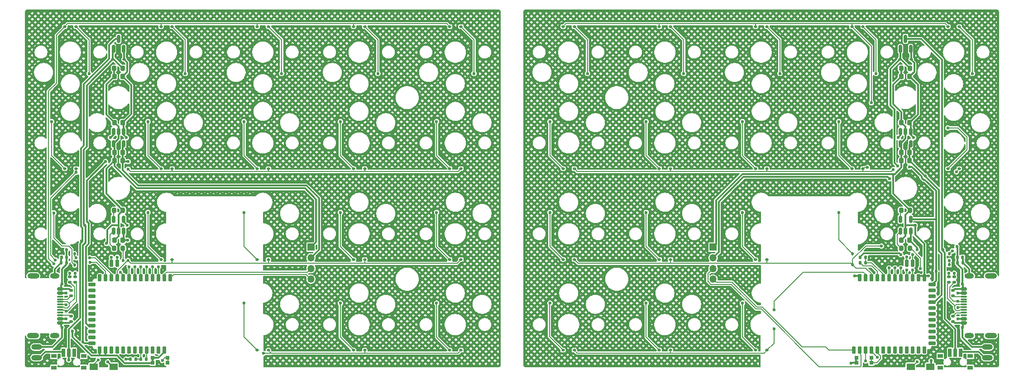
<source format=gbr>
%TF.GenerationSoftware,KiCad,Pcbnew,8.0.1*%
%TF.CreationDate,2024-03-30T18:05:25+05:00*%
%TF.ProjectId,pcb,7063622e-6b69-4636-9164-5f7063625858,rev?*%
%TF.SameCoordinates,Original*%
%TF.FileFunction,Copper,L1,Top*%
%TF.FilePolarity,Positive*%
%FSLAX46Y46*%
G04 Gerber Fmt 4.6, Leading zero omitted, Abs format (unit mm)*
G04 Created by KiCad (PCBNEW 8.0.1) date 2024-03-30 18:05:25*
%MOMM*%
%LPD*%
G01*
G04 APERTURE LIST*
G04 Aperture macros list*
%AMRoundRect*
0 Rectangle with rounded corners*
0 $1 Rounding radius*
0 $2 $3 $4 $5 $6 $7 $8 $9 X,Y pos of 4 corners*
0 Add a 4 corners polygon primitive as box body*
4,1,4,$2,$3,$4,$5,$6,$7,$8,$9,$2,$3,0*
0 Add four circle primitives for the rounded corners*
1,1,$1+$1,$2,$3*
1,1,$1+$1,$4,$5*
1,1,$1+$1,$6,$7*
1,1,$1+$1,$8,$9*
0 Add four rect primitives between the rounded corners*
20,1,$1+$1,$2,$3,$4,$5,0*
20,1,$1+$1,$4,$5,$6,$7,0*
20,1,$1+$1,$6,$7,$8,$9,0*
20,1,$1+$1,$8,$9,$2,$3,0*%
G04 Aperture macros list end*
%TA.AperFunction,SMDPad,CuDef*%
%ADD10RoundRect,0.200000X0.200000X0.275000X-0.200000X0.275000X-0.200000X-0.275000X0.200000X-0.275000X0*%
%TD*%
%TA.AperFunction,SMDPad,CuDef*%
%ADD11RoundRect,0.112500X-0.187500X-0.112500X0.187500X-0.112500X0.187500X0.112500X-0.187500X0.112500X0*%
%TD*%
%TA.AperFunction,SMDPad,CuDef*%
%ADD12RoundRect,0.225000X0.225000X0.250000X-0.225000X0.250000X-0.225000X-0.250000X0.225000X-0.250000X0*%
%TD*%
%TA.AperFunction,SMDPad,CuDef*%
%ADD13RoundRect,0.135000X0.185000X-0.135000X0.185000X0.135000X-0.185000X0.135000X-0.185000X-0.135000X0*%
%TD*%
%TA.AperFunction,SMDPad,CuDef*%
%ADD14RoundRect,0.112500X0.187500X0.112500X-0.187500X0.112500X-0.187500X-0.112500X0.187500X-0.112500X0*%
%TD*%
%TA.AperFunction,ComponentPad*%
%ADD15O,2.219000X1.000000*%
%TD*%
%TA.AperFunction,SMDPad,CuDef*%
%ADD16RoundRect,0.150000X-0.425000X0.150000X-0.425000X-0.150000X0.425000X-0.150000X0.425000X0.150000X0*%
%TD*%
%TA.AperFunction,SMDPad,CuDef*%
%ADD17RoundRect,0.075000X-0.500000X0.075000X-0.500000X-0.075000X0.500000X-0.075000X0.500000X0.075000X0*%
%TD*%
%TA.AperFunction,ComponentPad*%
%ADD18O,1.762000X1.000000*%
%TD*%
%TA.AperFunction,SMDPad,CuDef*%
%ADD19RoundRect,0.150000X0.150000X-0.512500X0.150000X0.512500X-0.150000X0.512500X-0.150000X-0.512500X0*%
%TD*%
%TA.AperFunction,SMDPad,CuDef*%
%ADD20RoundRect,0.135000X-0.185000X0.135000X-0.185000X-0.135000X0.185000X-0.135000X0.185000X0.135000X0*%
%TD*%
%TA.AperFunction,ComponentPad*%
%ADD21R,1.350000X1.350000*%
%TD*%
%TA.AperFunction,ComponentPad*%
%ADD22O,1.350000X1.350000*%
%TD*%
%TA.AperFunction,SMDPad,CuDef*%
%ADD23RoundRect,0.135000X-0.135000X-0.185000X0.135000X-0.185000X0.135000X0.185000X-0.135000X0.185000X0*%
%TD*%
%TA.AperFunction,SMDPad,CuDef*%
%ADD24RoundRect,0.150000X0.150000X-0.587500X0.150000X0.587500X-0.150000X0.587500X-0.150000X-0.587500X0*%
%TD*%
%TA.AperFunction,SMDPad,CuDef*%
%ADD25RoundRect,0.175000X-0.175000X0.500000X-0.175000X-0.500000X0.175000X-0.500000X0.175000X0.500000X0*%
%TD*%
%TA.AperFunction,SMDPad,CuDef*%
%ADD26RoundRect,0.175000X-0.500000X-0.175000X0.500000X-0.175000X0.500000X0.175000X-0.500000X0.175000X0*%
%TD*%
%TA.AperFunction,SMDPad,CuDef*%
%ADD27RoundRect,0.175000X0.175000X-0.500000X0.175000X0.500000X-0.175000X0.500000X-0.175000X-0.500000X0*%
%TD*%
%TA.AperFunction,SMDPad,CuDef*%
%ADD28R,0.800000X0.700000*%
%TD*%
%TA.AperFunction,SMDPad,CuDef*%
%ADD29RoundRect,0.200000X-0.200000X-0.275000X0.200000X-0.275000X0.200000X0.275000X-0.200000X0.275000X0*%
%TD*%
%TA.AperFunction,SMDPad,CuDef*%
%ADD30RoundRect,0.140000X0.140000X0.170000X-0.140000X0.170000X-0.140000X-0.170000X0.140000X-0.170000X0*%
%TD*%
%TA.AperFunction,SMDPad,CuDef*%
%ADD31RoundRect,0.150000X0.425000X-0.150000X0.425000X0.150000X-0.425000X0.150000X-0.425000X-0.150000X0*%
%TD*%
%TA.AperFunction,SMDPad,CuDef*%
%ADD32RoundRect,0.075000X0.500000X-0.075000X0.500000X0.075000X-0.500000X0.075000X-0.500000X-0.075000X0*%
%TD*%
%TA.AperFunction,SMDPad,CuDef*%
%ADD33RoundRect,0.175000X0.500000X0.175000X-0.500000X0.175000X-0.500000X-0.175000X0.500000X-0.175000X0*%
%TD*%
%TA.AperFunction,SMDPad,CuDef*%
%ADD34RoundRect,0.112500X-0.112500X0.187500X-0.112500X-0.187500X0.112500X-0.187500X0.112500X0.187500X0*%
%TD*%
%TA.AperFunction,SMDPad,CuDef*%
%ADD35RoundRect,0.135000X0.135000X0.185000X-0.135000X0.185000X-0.135000X-0.185000X0.135000X-0.185000X0*%
%TD*%
%TA.AperFunction,ComponentPad*%
%ADD36C,0.600000*%
%TD*%
%TA.AperFunction,SMDPad,CuDef*%
%ADD37RoundRect,0.500000X0.500000X-0.000010X0.500000X0.000010X-0.500000X0.000010X-0.500000X-0.000010X0*%
%TD*%
%TA.AperFunction,SMDPad,CuDef*%
%ADD38RoundRect,0.060000X0.740000X0.540000X-0.740000X0.540000X-0.740000X-0.540000X0.740000X-0.540000X0*%
%TD*%
%TA.AperFunction,SMDPad,CuDef*%
%ADD39RoundRect,0.500000X-0.500000X0.000010X-0.500000X-0.000010X0.500000X-0.000010X0.500000X0.000010X0*%
%TD*%
%TA.AperFunction,SMDPad,CuDef*%
%ADD40RoundRect,0.150000X-0.150000X0.512500X-0.150000X-0.512500X0.150000X-0.512500X0.150000X0.512500X0*%
%TD*%
%TA.AperFunction,SMDPad,CuDef*%
%ADD41R,1.000000X0.800000*%
%TD*%
%TA.AperFunction,SMDPad,CuDef*%
%ADD42R,0.700000X1.500000*%
%TD*%
%TA.AperFunction,SMDPad,CuDef*%
%ADD43RoundRect,0.140000X-0.140000X-0.170000X0.140000X-0.170000X0.140000X0.170000X-0.140000X0.170000X0*%
%TD*%
%TA.AperFunction,SMDPad,CuDef*%
%ADD44RoundRect,0.112500X0.112500X-0.187500X0.112500X0.187500X-0.112500X0.187500X-0.112500X-0.187500X0*%
%TD*%
%TA.AperFunction,ViaPad*%
%ADD45C,0.600000*%
%TD*%
%TA.AperFunction,Conductor*%
%ADD46C,0.300000*%
%TD*%
%TA.AperFunction,Conductor*%
%ADD47C,0.200000*%
%TD*%
G04 APERTURE END LIST*
D10*
%TO.P,R16,1*%
%TO.N,/Right Side/VBUS*%
X207025000Y-53037500D03*
%TO.P,R16,2*%
%TO.N,GND*%
X205375000Y-53037500D03*
%TD*%
D11*
%TO.P,D24,1,K*%
%TO.N,/Right Side/row0*%
X196149998Y-45200000D03*
%TO.P,D24,2,A*%
%TO.N,Net-(D24-A)*%
X198249998Y-45200000D03*
%TD*%
D12*
%TO.P,C6,1*%
%TO.N,/Left Side/+VBATT*%
X59775000Y-85200000D03*
%TO.P,C6,2*%
%TO.N,GND*%
X58225000Y-85200000D03*
%TD*%
D13*
%TO.P,R14,1*%
%TO.N,Net-(J3-D--PadA7)*%
X214300000Y-93110000D03*
%TO.P,R14,2*%
%TO.N,/Right Side/D-*%
X214300000Y-92090000D03*
%TD*%
D14*
%TO.P,D2,1,K*%
%TO.N,/Left Side/row1*%
X51050000Y-71800000D03*
%TO.P,D2,2,A*%
%TO.N,Net-(D2-A)*%
X48950000Y-71800000D03*
%TD*%
D15*
%TO.P,J1,*%
%TO.N,*%
X43057400Y-103075300D03*
X43070100Y-91924700D03*
D16*
%TO.P,J1,A1,GND*%
%TO.N,GND*%
X48100000Y-94300000D03*
%TO.P,J1,A4,VBUS*%
%TO.N,/Left Side/VBUS*%
X48100000Y-95100000D03*
D17*
%TO.P,J1,A5,CC1*%
%TO.N,Net-(J1-CC1)*%
X48100000Y-96250000D03*
%TO.P,J1,A6,D+*%
%TO.N,Net-(J1-D+-PadA6)*%
X48100000Y-97250000D03*
%TO.P,J1,A7,D-*%
%TO.N,Net-(J1-D--PadA7)*%
X48100000Y-97750000D03*
%TO.P,J1,A8*%
%TO.N,N/C*%
X48100000Y-98750000D03*
D16*
%TO.P,J1,A9,VBUS*%
%TO.N,/Left Side/VBUS*%
X48100000Y-99900000D03*
%TO.P,J1,A12,GND*%
%TO.N,GND*%
X48100000Y-100700000D03*
%TO.P,J1,B1,GND*%
X48100000Y-100700000D03*
%TO.P,J1,B4,VBUS*%
%TO.N,/Left Side/VBUS*%
X48100000Y-99900000D03*
D17*
%TO.P,J1,B5,CC2*%
%TO.N,Net-(J1-CC2)*%
X48100000Y-99250000D03*
%TO.P,J1,B6,D+*%
%TO.N,Net-(J1-D+-PadA6)*%
X48100000Y-98250000D03*
%TO.P,J1,B7,D-*%
%TO.N,Net-(J1-D--PadA7)*%
X48100000Y-96750000D03*
%TO.P,J1,B8*%
%TO.N,N/C*%
X48100000Y-95750000D03*
D16*
%TO.P,J1,B9,VBUS*%
%TO.N,/Left Side/VBUS*%
X48100000Y-95100000D03*
%TO.P,J1,B12,GND*%
%TO.N,GND*%
X48100000Y-94300000D03*
D18*
%TO.P,J1,S1,SHIELD*%
%TO.N,Net-(J1-SHIELD)*%
X47096000Y-103075400D03*
X47096000Y-91924700D03*
%TD*%
D14*
%TO.P,D30,1,K*%
%TO.N,/Right Side/row3*%
X180250000Y-105800000D03*
%TO.P,D30,2,A*%
%TO.N,Net-(D30-A)*%
X178150000Y-105800000D03*
%TD*%
D19*
%TO.P,U6,1,STAT*%
%TO.N,Net-(U6-STAT)*%
X205250000Y-83537500D03*
%TO.P,U6,2,V_{SS}*%
%TO.N,GND*%
X206200000Y-83537500D03*
%TO.P,U6,3,V_{BAT}*%
%TO.N,/Right Side/+VBATT*%
X207150000Y-83537500D03*
%TO.P,U6,4,V_{DD}*%
%TO.N,/Right Side/VBUS*%
X207150000Y-81262500D03*
%TO.P,U6,5,PROG*%
%TO.N,Net-(U6-PROG)*%
X205250000Y-81262500D03*
%TD*%
D11*
%TO.P,D31,1,K*%
%TO.N,/Right Side/row0*%
X160149998Y-45200000D03*
%TO.P,D31,2,A*%
%TO.N,Net-(D31-A)*%
X162249998Y-45200000D03*
%TD*%
D14*
%TO.P,D14,1,K*%
%TO.N,/Left Side/row3*%
X105050000Y-105800000D03*
%TO.P,D14,2,A*%
%TO.N,Net-(D14-A)*%
X102950000Y-105800000D03*
%TD*%
D11*
%TO.P,D11,1,K*%
%TO.N,/Left Side/row0*%
X102950000Y-45200000D03*
%TO.P,D11,2,A*%
%TO.N,Net-(D11-A)*%
X105050000Y-45200000D03*
%TD*%
D12*
%TO.P,C4,1*%
%TO.N,/Left Side/VDD*%
X59775000Y-68800000D03*
%TO.P,C4,2*%
%TO.N,GND*%
X58225000Y-68800000D03*
%TD*%
D13*
%TO.P,R3,1*%
%TO.N,GND*%
X50100000Y-100410000D03*
%TO.P,R3,2*%
%TO.N,Net-(J1-CC2)*%
X50100000Y-99390000D03*
%TD*%
D20*
%TO.P,R13,1*%
%TO.N,GND*%
X215100000Y-94590000D03*
%TO.P,R13,2*%
%TO.N,Net-(J3-CC2)*%
X215100000Y-95610000D03*
%TD*%
D14*
%TO.P,D22,1,K*%
%TO.N,/Right Side/row1*%
X216250000Y-71800000D03*
%TO.P,D22,2,A*%
%TO.N,Net-(D22-A)*%
X214150000Y-71800000D03*
%TD*%
D20*
%TO.P,R5,1*%
%TO.N,/Left Side/D+*%
X50900000Y-92090000D03*
%TO.P,R5,2*%
%TO.N,Net-(J1-D+-PadA6)*%
X50900000Y-93110000D03*
%TD*%
D21*
%TO.P,J2,1,Pin_1*%
%TO.N,GND*%
X95000000Y-86500000D03*
D22*
%TO.P,J2,2,Pin_2*%
%TO.N,/Left Side/VDD*%
X95000000Y-88500000D03*
%TO.P,J2,3,Pin_3*%
%TO.N,/Left Side/SWDIO*%
X95000000Y-90500000D03*
%TO.P,J2,4,Pin_4*%
%TO.N,/Left Side/SWDCLK*%
X95000000Y-92500000D03*
%TD*%
D13*
%TO.P,R4,1*%
%TO.N,Net-(J1-D--PadA7)*%
X49900000Y-93110000D03*
%TO.P,R4,2*%
%TO.N,/Left Side/D-*%
X49900000Y-92090000D03*
%TD*%
D23*
%TO.P,R10,1*%
%TO.N,/Left Side/+VBATT*%
X61190000Y-107500000D03*
%TO.P,R10,2*%
%TO.N,/Left Side/BAT_RD*%
X62210000Y-107500000D03*
%TD*%
D12*
%TO.P,C3,1*%
%TO.N,Net-(D19-K)*%
X59775000Y-63200000D03*
%TO.P,C3,2*%
%TO.N,GND*%
X58225000Y-63200000D03*
%TD*%
D24*
%TO.P,Q2,1,G*%
%TO.N,/Right Side/VBUS*%
X205250000Y-49375000D03*
%TO.P,Q2,2,S*%
%TO.N,Net-(D39-K)*%
X207150000Y-49375000D03*
%TO.P,Q2,3,D*%
%TO.N,/Right Side/+VBATT*%
X206200000Y-47500000D03*
%TD*%
D25*
%TO.P,U1,1,SWDCLK*%
%TO.N,/Left Side/SWDCLK*%
X68700000Y-92250000D03*
%TO.P,U1,2,SWDIO*%
%TO.N,/Left Side/SWDIO*%
X67600000Y-92250000D03*
%TO.P,U1,3,P1.10*%
%TO.N,/Left Side/col4*%
X66500000Y-92250000D03*
%TO.P,U1,4,P0.28*%
%TO.N,/Left Side/col3*%
X65400000Y-92250000D03*
%TO.P,U1,5,RESET*%
%TO.N,Net-(U1-RESET)*%
X64300000Y-92250000D03*
%TO.P,U1,6,P0.27*%
%TO.N,/Left Side/col2*%
X63200000Y-92250000D03*
%TO.P,U1,7,P1.06*%
%TO.N,/Left Side/col1*%
X62100000Y-92250000D03*
%TO.P,U1,8,P0.21*%
%TO.N,/Left Side/col0*%
X61000000Y-92250000D03*
%TO.P,U1,9,P0.19*%
%TO.N,/Left Side/row3*%
X59900000Y-92250000D03*
%TO.P,U1,10,P0.29*%
%TO.N,/Left Side/row2*%
X58800000Y-92250000D03*
%TO.P,U1,11,P0.25*%
%TO.N,/Left Side/row1*%
X57700000Y-92250000D03*
%TO.P,U1,12,P1.09*%
%TO.N,/Left Side/row0*%
X56600000Y-92250000D03*
%TO.P,U1,13,P1.07*%
%TO.N,unconnected-(U1-P1.07-Pad13)*%
X55500000Y-92250000D03*
D26*
%TO.P,U1,14,P1.05*%
%TO.N,unconnected-(U1-P1.05-Pad14)*%
X54000000Y-93500000D03*
%TO.P,U1,15,P0.20*%
%TO.N,unconnected-(U1-P0.20-Pad15)*%
X54000000Y-94600000D03*
%TO.P,U1,16,P0.18*%
%TO.N,unconnected-(U1-P0.18-Pad16)*%
X54000000Y-95700000D03*
%TO.P,U1,17,P0.17*%
%TO.N,unconnected-(U1-P0.17-Pad17)*%
X54000000Y-96800000D03*
%TO.P,U1,18,P0.15*%
%TO.N,unconnected-(U1-P0.15-Pad18)*%
X54000000Y-97900000D03*
%TO.P,U1,19,P0.14*%
%TO.N,unconnected-(U1-P0.14-Pad19)*%
X54000000Y-99000000D03*
%TO.P,U1,20,P0.13*%
%TO.N,unconnected-(U1-P0.13-Pad20)*%
X54000000Y-100100000D03*
%TO.P,U1,21,VDD*%
%TO.N,/Left Side/VDD*%
X54000000Y-101200000D03*
%TO.P,U1,22,DCCH*%
%TO.N,unconnected-(U1-DCCH-Pad22)*%
X54000000Y-102300000D03*
%TO.P,U1,23,VDDH*%
%TO.N,unconnected-(U1-VDDH-Pad23)*%
X54000000Y-103400000D03*
%TO.P,U1,24,VBUS*%
%TO.N,/Left Side/VBUS*%
X54000000Y-104500000D03*
D27*
%TO.P,U1,25,GND*%
%TO.N,GND*%
X55500000Y-105750000D03*
%TO.P,U1,26,GND*%
X56600000Y-105750000D03*
%TO.P,U1,27,P1.02*%
%TO.N,unconnected-(U1-P1.02-Pad27)*%
X57700000Y-105750000D03*
%TO.P,U1,28,P1.01*%
%TO.N,unconnected-(U1-P1.01-Pad28)*%
X58800000Y-105750000D03*
%TO.P,U1,29,P1.00*%
%TO.N,unconnected-(U1-P1.00-Pad29)*%
X59900000Y-105750000D03*
%TO.P,U1,30,P0.04*%
%TO.N,unconnected-(U1-P0.04-Pad30)*%
X61000000Y-105750000D03*
%TO.P,U1,31,P0.05*%
%TO.N,unconnected-(U1-P0.05-Pad31)*%
X62100000Y-105750000D03*
%TO.P,U1,32,P0.06*%
%TO.N,/Left Side/BAT_RD*%
X63200000Y-105750000D03*
%TO.P,U1,33,P0.07*%
%TO.N,/Left Side/BAT_RD_EN*%
X64300000Y-105750000D03*
%TO.P,U1,34,P1.03*%
%TO.N,unconnected-(U1-P1.03-Pad34)*%
X65400000Y-105750000D03*
%TO.P,U1,35,P0.08*%
%TO.N,unconnected-(U1-P0.08-Pad35)*%
X66500000Y-105750000D03*
%TO.P,U1,36,GND*%
%TO.N,GND*%
X67600000Y-105750000D03*
%TO.P,U1,37,D+*%
%TO.N,/Left Side/D+*%
X57700000Y-89500000D03*
%TO.P,U1,38,D-*%
%TO.N,/Left Side/D-*%
X58800000Y-89500000D03*
%TD*%
D14*
%TO.P,D13,1,K*%
%TO.N,/Left Side/row2*%
X105050000Y-88800000D03*
%TO.P,D13,2,A*%
%TO.N,Net-(D13-A)*%
X102950000Y-88800000D03*
%TD*%
%TO.P,D38,1,K*%
%TO.N,/Right Side/row3*%
X144250000Y-105800000D03*
%TO.P,D38,2,A*%
%TO.N,Net-(D38-A)*%
X142150000Y-105800000D03*
%TD*%
D28*
%TO.P,SW20,1,1*%
%TO.N,GND*%
X65400000Y-108150000D03*
X65400000Y-107250000D03*
%TO.P,SW20,2,2*%
%TO.N,Net-(U1-RESET)*%
X68200000Y-108150000D03*
X68200000Y-107250000D03*
%TD*%
D14*
%TO.P,D25,1,K*%
%TO.N,/Right Side/row1*%
X198250000Y-71800000D03*
%TO.P,D25,2,A*%
%TO.N,Net-(D25-A)*%
X196150000Y-71800000D03*
%TD*%
D12*
%TO.P,C11,1*%
%TO.N,/Right Side/VDD*%
X206975000Y-70300000D03*
%TO.P,C11,2*%
%TO.N,GND*%
X205425000Y-70300000D03*
%TD*%
D14*
%TO.P,D9,1,K*%
%TO.N,/Left Side/row2*%
X87050000Y-88800000D03*
%TO.P,D9,2,A*%
%TO.N,Net-(D9-A)*%
X84950000Y-88800000D03*
%TD*%
D11*
%TO.P,D7,1,K*%
%TO.N,/Left Side/row0*%
X84950000Y-45200000D03*
%TO.P,D7,2,A*%
%TO.N,Net-(D7-A)*%
X87050000Y-45200000D03*
%TD*%
%TO.P,D27,1,K*%
%TO.N,/Right Side/row0*%
X178149998Y-45200000D03*
%TO.P,D27,2,A*%
%TO.N,Net-(D27-A)*%
X180249998Y-45200000D03*
%TD*%
D14*
%TO.P,D6,1,K*%
%TO.N,/Left Side/row2*%
X69050000Y-88800000D03*
%TO.P,D6,2,A*%
%TO.N,Net-(D6-A)*%
X66950000Y-88800000D03*
%TD*%
D12*
%TO.P,C2,1*%
%TO.N,Net-(D19-K)*%
X59775000Y-54537500D03*
%TO.P,C2,2*%
%TO.N,GND*%
X58225000Y-54537500D03*
%TD*%
D14*
%TO.P,D34,1,K*%
%TO.N,/Right Side/row3*%
X162250000Y-105800000D03*
%TO.P,D34,2,A*%
%TO.N,Net-(D34-A)*%
X160150000Y-105800000D03*
%TD*%
D21*
%TO.P,J4,1,Pin_1*%
%TO.N,GND*%
X170200000Y-86500000D03*
D22*
%TO.P,J4,2,Pin_2*%
%TO.N,/Right Side/VDD*%
X170200000Y-88500000D03*
%TO.P,J4,3,Pin_3*%
%TO.N,/Right Side/SWDIO*%
X170200000Y-90500000D03*
%TO.P,J4,4,Pin_4*%
%TO.N,/Right Side/SWDCLK*%
X170200000Y-92500000D03*
%TD*%
D29*
%TO.P,R7,1*%
%TO.N,Net-(U2-PROG)*%
X58175000Y-79600000D03*
%TO.P,R7,2*%
%TO.N,GND*%
X59825000Y-79600000D03*
%TD*%
D12*
%TO.P,C5,1*%
%TO.N,/Left Side/VDD*%
X59775000Y-70300000D03*
%TO.P,C5,2*%
%TO.N,GND*%
X58225000Y-70300000D03*
%TD*%
D30*
%TO.P,C7,1*%
%TO.N,Net-(J3-SHIELD)*%
X216880000Y-88400000D03*
%TO.P,C7,2*%
%TO.N,GND*%
X215920000Y-88400000D03*
%TD*%
D11*
%TO.P,D4,1,K*%
%TO.N,/Left Side/row0*%
X66950000Y-45200000D03*
%TO.P,D4,2,A*%
%TO.N,Net-(D4-A)*%
X69050000Y-45200000D03*
%TD*%
D14*
%TO.P,D10,1,K*%
%TO.N,/Left Side/row3*%
X87050000Y-105800000D03*
%TO.P,D10,2,A*%
%TO.N,Net-(D10-A)*%
X84950000Y-105800000D03*
%TD*%
%TO.P,D17,1,K*%
%TO.N,/Left Side/row2*%
X123050000Y-88800000D03*
%TO.P,D17,2,A*%
%TO.N,Net-(D17-A)*%
X120950000Y-88800000D03*
%TD*%
D15*
%TO.P,J3,*%
%TO.N,*%
X222154050Y-91924800D03*
X222141350Y-103075400D03*
D31*
%TO.P,J3,A1,GND*%
%TO.N,GND*%
X217111450Y-100700100D03*
%TO.P,J3,A4,VBUS*%
%TO.N,/Right Side/VBUS*%
X217111450Y-99900100D03*
D32*
%TO.P,J3,A5,CC1*%
%TO.N,Net-(J3-CC1)*%
X217111450Y-98750100D03*
%TO.P,J3,A6,D+*%
%TO.N,Net-(J3-D+-PadA6)*%
X217111450Y-97750100D03*
%TO.P,J3,A7,D-*%
%TO.N,Net-(J3-D--PadA7)*%
X217111450Y-97250100D03*
%TO.P,J3,A8*%
%TO.N,N/C*%
X217111450Y-96250100D03*
D31*
%TO.P,J3,A9,VBUS*%
%TO.N,/Right Side/VBUS*%
X217111450Y-95100100D03*
%TO.P,J3,A12,GND*%
%TO.N,GND*%
X217111450Y-94300100D03*
%TO.P,J3,B1,GND*%
X217111450Y-94300100D03*
%TO.P,J3,B4,VBUS*%
%TO.N,/Right Side/VBUS*%
X217111450Y-95100100D03*
D32*
%TO.P,J3,B5,CC2*%
%TO.N,Net-(J3-CC2)*%
X217111450Y-95750100D03*
%TO.P,J3,B6,D+*%
%TO.N,Net-(J3-D+-PadA6)*%
X217111450Y-96750100D03*
%TO.P,J3,B7,D-*%
%TO.N,Net-(J3-D--PadA7)*%
X217111450Y-98250100D03*
%TO.P,J3,B8*%
%TO.N,N/C*%
X217111450Y-99250100D03*
D31*
%TO.P,J3,B9,VBUS*%
%TO.N,/Right Side/VBUS*%
X217111450Y-99900100D03*
%TO.P,J3,B12,GND*%
%TO.N,GND*%
X217111450Y-100700100D03*
D18*
%TO.P,J3,S1,SHIELD*%
%TO.N,Net-(J3-SHIELD)*%
X218115450Y-91924700D03*
X218115450Y-103075400D03*
%TD*%
D14*
%TO.P,D33,1,K*%
%TO.N,/Right Side/row2*%
X162250000Y-88800000D03*
%TO.P,D33,2,A*%
%TO.N,Net-(D33-A)*%
X160150000Y-88800000D03*
%TD*%
D27*
%TO.P,U4,1,SWDCLK*%
%TO.N,/Right Side/SWDCLK*%
X196500000Y-105750000D03*
%TO.P,U4,2,SWDIO*%
%TO.N,/Right Side/SWDIO*%
X197600000Y-105750000D03*
%TO.P,U4,3,P1.10*%
%TO.N,/Right Side/col4*%
X198700000Y-105750000D03*
%TO.P,U4,4,P0.28*%
%TO.N,/Right Side/col3*%
X199800000Y-105750000D03*
%TO.P,U4,5,RESET*%
%TO.N,Net-(U4-RESET)*%
X200900000Y-105750000D03*
%TO.P,U4,6,P0.27*%
%TO.N,unconnected-(U4-P0.27-Pad6)*%
X202000000Y-105750000D03*
%TO.P,U4,7,P1.06*%
%TO.N,unconnected-(U4-P1.06-Pad7)*%
X203100000Y-105750000D03*
%TO.P,U4,8,P0.21*%
%TO.N,unconnected-(U4-P0.21-Pad8)*%
X204200000Y-105750000D03*
%TO.P,U4,9,P0.19*%
%TO.N,unconnected-(U4-P0.19-Pad9)*%
X205300000Y-105750000D03*
%TO.P,U4,10,P0.29*%
%TO.N,unconnected-(U4-P0.29-Pad10)*%
X206400000Y-105750000D03*
%TO.P,U4,11,P0.25*%
%TO.N,unconnected-(U4-P0.25-Pad11)*%
X207500000Y-105750000D03*
%TO.P,U4,12,P1.09*%
%TO.N,unconnected-(U4-P1.09-Pad12)*%
X208600000Y-105750000D03*
%TO.P,U4,13,P1.07*%
%TO.N,unconnected-(U4-P1.07-Pad13)*%
X209700000Y-105750000D03*
D33*
%TO.P,U4,14,P1.05*%
%TO.N,unconnected-(U4-P1.05-Pad14)*%
X211200000Y-104500000D03*
%TO.P,U4,15,P0.20*%
%TO.N,unconnected-(U4-P0.20-Pad15)*%
X211200000Y-103400000D03*
%TO.P,U4,16,P0.18*%
%TO.N,unconnected-(U4-P0.18-Pad16)*%
X211200000Y-102300000D03*
%TO.P,U4,17,P0.17*%
%TO.N,unconnected-(U4-P0.17-Pad17)*%
X211200000Y-101200000D03*
%TO.P,U4,18,P0.15*%
%TO.N,unconnected-(U4-P0.15-Pad18)*%
X211200000Y-100100000D03*
%TO.P,U4,19,P0.14*%
%TO.N,unconnected-(U4-P0.14-Pad19)*%
X211200000Y-99000000D03*
%TO.P,U4,20,P0.13*%
%TO.N,unconnected-(U4-P0.13-Pad20)*%
X211200000Y-97900000D03*
%TO.P,U4,21,VDD*%
%TO.N,/Right Side/VDD*%
X211200000Y-96800000D03*
%TO.P,U4,22,DCCH*%
%TO.N,unconnected-(U4-DCCH-Pad22)*%
X211200000Y-95700000D03*
%TO.P,U4,23,VDDH*%
%TO.N,unconnected-(U4-VDDH-Pad23)*%
X211200000Y-94600000D03*
%TO.P,U4,24,VBUS*%
%TO.N,/Right Side/VBUS*%
X211200000Y-93500000D03*
D25*
%TO.P,U4,25,GND*%
%TO.N,GND*%
X209700000Y-92250000D03*
%TO.P,U4,26,GND*%
X208600000Y-92250000D03*
%TO.P,U4,27,P1.02*%
%TO.N,/Right Side/col0*%
X207500000Y-92250000D03*
%TO.P,U4,28,P1.01*%
%TO.N,/Right Side/col1*%
X206400000Y-92250000D03*
%TO.P,U4,29,P1.00*%
%TO.N,/Right Side/col2*%
X205300000Y-92250000D03*
%TO.P,U4,30,P0.04*%
%TO.N,/Right Side/row0*%
X204200000Y-92250000D03*
%TO.P,U4,31,P0.05*%
%TO.N,/Right Side/row1*%
X203100000Y-92250000D03*
%TO.P,U4,32,P0.06*%
%TO.N,/Right Side/BAT_RD*%
X202000000Y-92250000D03*
%TO.P,U4,33,P0.07*%
%TO.N,/Right Side/BAT_RD_EN*%
X200900000Y-92250000D03*
%TO.P,U4,34,P1.03*%
%TO.N,/Right Side/row2*%
X199800000Y-92250000D03*
%TO.P,U4,35,P0.08*%
%TO.N,/Right Side/row3*%
X198700000Y-92250000D03*
%TO.P,U4,36,GND*%
%TO.N,GND*%
X197600000Y-92250000D03*
%TO.P,U4,37,D+*%
%TO.N,/Right Side/D+*%
X207500000Y-89500000D03*
%TO.P,U4,38,D-*%
%TO.N,/Right Side/D-*%
X206400000Y-89500000D03*
%TD*%
D14*
%TO.P,D5,1,K*%
%TO.N,/Left Side/row1*%
X69050000Y-71800000D03*
%TO.P,D5,2,A*%
%TO.N,Net-(D5-A)*%
X66950000Y-71800000D03*
%TD*%
D34*
%TO.P,D3,1,K*%
%TO.N,/Left Side/row2*%
X50800000Y-87750000D03*
%TO.P,D3,2,A*%
%TO.N,Net-(D3-A)*%
X50800000Y-89850000D03*
%TD*%
D12*
%TO.P,C12,1*%
%TO.N,/Right Side/+VBATT*%
X206975000Y-85200000D03*
%TO.P,C12,2*%
%TO.N,GND*%
X205425000Y-85200000D03*
%TD*%
D28*
%TO.P,SW40,1,1*%
%TO.N,GND*%
X197000000Y-108150000D03*
X197000000Y-107250000D03*
%TO.P,SW40,2,2*%
%TO.N,Net-(U4-RESET)*%
X199800000Y-108150000D03*
X199800000Y-107250000D03*
%TD*%
D14*
%TO.P,D18,1,K*%
%TO.N,/Left Side/row3*%
X123050000Y-105800000D03*
%TO.P,D18,2,A*%
%TO.N,Net-(D18-A)*%
X120950000Y-105800000D03*
%TD*%
D35*
%TO.P,R11,1*%
%TO.N,Net-(J3-SHIELD)*%
X216910000Y-89400000D03*
%TO.P,R11,2*%
%TO.N,GND*%
X215890000Y-89400000D03*
%TD*%
D36*
%TO.P,H2,1,1*%
%TO.N,/Left Side/+BATT*%
X43200000Y-107200000D03*
D37*
X43700000Y-107200000D03*
D36*
X44200000Y-107200000D03*
%TD*%
D11*
%TO.P,D1,1,K*%
%TO.N,/Left Side/row0*%
X48950000Y-45200000D03*
%TO.P,D1,2,A*%
%TO.N,Net-(D1-A)*%
X51050000Y-45200000D03*
%TD*%
D38*
%TO.P,D20,1,K*%
%TO.N,Net-(D20-K)*%
X54350000Y-108900000D03*
%TO.P,D20,2,A*%
%TO.N,/Left Side/VBUS*%
X58050000Y-108900000D03*
%TD*%
D23*
%TO.P,R1,1*%
%TO.N,Net-(J1-SHIELD)*%
X48290000Y-89400000D03*
%TO.P,R1,2*%
%TO.N,GND*%
X49310000Y-89400000D03*
%TD*%
D14*
%TO.P,D8,1,K*%
%TO.N,/Left Side/row1*%
X87050000Y-71800000D03*
%TO.P,D8,2,A*%
%TO.N,Net-(D8-A)*%
X84950000Y-71800000D03*
%TD*%
D11*
%TO.P,D35,1,K*%
%TO.N,/Right Side/row0*%
X142149998Y-45200000D03*
%TO.P,D35,2,A*%
%TO.N,Net-(D35-A)*%
X144249998Y-45200000D03*
%TD*%
D13*
%TO.P,R2,1*%
%TO.N,Net-(J1-CC1)*%
X50100000Y-95610000D03*
%TO.P,R2,2*%
%TO.N,GND*%
X50100000Y-94590000D03*
%TD*%
D20*
%TO.P,R15,1*%
%TO.N,/Right Side/D+*%
X215300000Y-92090000D03*
%TO.P,R15,2*%
%TO.N,Net-(J3-D+-PadA6)*%
X215300000Y-93110000D03*
%TD*%
D12*
%TO.P,C9,1*%
%TO.N,Net-(D39-K)*%
X206975000Y-63200000D03*
%TO.P,C9,2*%
%TO.N,GND*%
X205425000Y-63200000D03*
%TD*%
D20*
%TO.P,R12,1*%
%TO.N,Net-(J3-CC1)*%
X215100000Y-99390000D03*
%TO.P,R12,2*%
%TO.N,GND*%
X215100000Y-100410000D03*
%TD*%
D38*
%TO.P,D40,1,K*%
%TO.N,Net-(D40-K)*%
X207150000Y-108900000D03*
%TO.P,D40,2,A*%
%TO.N,/Right Side/VBUS*%
X210850000Y-108900000D03*
%TD*%
D12*
%TO.P,C10,1*%
%TO.N,/Right Side/VDD*%
X206975000Y-68800000D03*
%TO.P,C10,2*%
%TO.N,GND*%
X205425000Y-68800000D03*
%TD*%
D14*
%TO.P,D12,1,K*%
%TO.N,/Left Side/row1*%
X105050000Y-71800000D03*
%TO.P,D12,2,A*%
%TO.N,Net-(D12-A)*%
X102950000Y-71800000D03*
%TD*%
D36*
%TO.P,H4,1,1*%
%TO.N,/Right Side/+BATT*%
X222000000Y-107200000D03*
D39*
X221500000Y-107200000D03*
D36*
X221000000Y-107200000D03*
%TD*%
D14*
%TO.P,D28,1,K*%
%TO.N,/Right Side/row1*%
X180250000Y-71800000D03*
%TO.P,D28,2,A*%
%TO.N,Net-(D28-A)*%
X178150000Y-71800000D03*
%TD*%
D11*
%TO.P,D21,1,K*%
%TO.N,/Right Side/row0*%
X214149998Y-45200000D03*
%TO.P,D21,2,A*%
%TO.N,Net-(D21-A)*%
X216249998Y-45200000D03*
%TD*%
D40*
%TO.P,U5,1,IN*%
%TO.N,Net-(D39-K)*%
X207150000Y-64862500D03*
%TO.P,U5,2,GND*%
%TO.N,GND*%
X206200000Y-64862500D03*
%TO.P,U5,3,EN*%
%TO.N,Net-(D39-K)*%
X205250000Y-64862500D03*
%TO.P,U5,4,NC*%
%TO.N,GND*%
X205250000Y-67137500D03*
%TO.P,U5,5,OUT*%
%TO.N,/Right Side/VDD*%
X207150000Y-67137500D03*
%TD*%
D24*
%TO.P,Q1,1,G*%
%TO.N,/Left Side/VBUS*%
X58050000Y-49375000D03*
%TO.P,Q1,2,S*%
%TO.N,Net-(D19-K)*%
X59950000Y-49375000D03*
%TO.P,Q1,3,D*%
%TO.N,/Left Side/+VBATT*%
X59000000Y-47500000D03*
%TD*%
D14*
%TO.P,D19,1,K*%
%TO.N,Net-(D19-K)*%
X60050000Y-51337500D03*
%TO.P,D19,2,A*%
%TO.N,/Left Side/VBUS*%
X57950000Y-51337500D03*
%TD*%
%TO.P,D39,1,K*%
%TO.N,Net-(D39-K)*%
X207250000Y-51337500D03*
%TO.P,D39,2,A*%
%TO.N,/Right Side/VBUS*%
X205150000Y-51337500D03*
%TD*%
D29*
%TO.P,R8,1*%
%TO.N,Net-(U2-STAT)*%
X58175000Y-86700000D03*
%TO.P,R8,2*%
%TO.N,Net-(D20-K)*%
X59825000Y-86700000D03*
%TD*%
D19*
%TO.P,U2,1,STAT*%
%TO.N,Net-(U2-STAT)*%
X58050000Y-83537500D03*
%TO.P,U2,2,V_{SS}*%
%TO.N,GND*%
X59000000Y-83537500D03*
%TO.P,U2,3,V_{BAT}*%
%TO.N,/Left Side/+VBATT*%
X59950000Y-83537500D03*
%TO.P,U2,4,V_{DD}*%
%TO.N,/Left Side/VBUS*%
X59950000Y-81262500D03*
%TO.P,U2,5,PROG*%
%TO.N,Net-(U2-PROG)*%
X58050000Y-81262500D03*
%TD*%
D10*
%TO.P,R6,1*%
%TO.N,/Left Side/VBUS*%
X59825000Y-53037500D03*
%TO.P,R6,2*%
%TO.N,GND*%
X58175000Y-53037500D03*
%TD*%
D29*
%TO.P,R17,1*%
%TO.N,Net-(U6-PROG)*%
X205375000Y-79600000D03*
%TO.P,R17,2*%
%TO.N,GND*%
X207025000Y-79600000D03*
%TD*%
D41*
%TO.P,SW19,*%
%TO.N,*%
X46900000Y-106900000D03*
X46900000Y-109100000D03*
X52500000Y-106900000D03*
X52500000Y-109100000D03*
D42*
%TO.P,SW19,1,A*%
%TO.N,/Left Side/+BATT*%
X48700000Y-106250000D03*
%TO.P,SW19,2,B*%
%TO.N,/Left Side/+VBATT*%
X49700000Y-106250000D03*
%TO.P,SW19,3,C*%
%TO.N,unconnected-(SW19-C-Pad3)*%
X50700000Y-106250000D03*
%TD*%
D11*
%TO.P,D15,1,K*%
%TO.N,/Left Side/row0*%
X120950000Y-45200000D03*
%TO.P,D15,2,A*%
%TO.N,Net-(D15-A)*%
X123050000Y-45200000D03*
%TD*%
D14*
%TO.P,D37,1,K*%
%TO.N,/Right Side/row2*%
X144250000Y-88800000D03*
%TO.P,D37,2,A*%
%TO.N,Net-(D37-A)*%
X142150000Y-88800000D03*
%TD*%
D35*
%TO.P,R20,1*%
%TO.N,/Right Side/BAT_RD*%
X198710000Y-89400000D03*
%TO.P,R20,2*%
%TO.N,/Right Side/BAT_RD_EN*%
X197690000Y-89400000D03*
%TD*%
D36*
%TO.P,H3,1,1*%
%TO.N,GND*%
X222000000Y-105200000D03*
D39*
X221500000Y-105200000D03*
D36*
X221000000Y-105200000D03*
%TD*%
D43*
%TO.P,C1,1*%
%TO.N,Net-(J1-SHIELD)*%
X48320000Y-88400000D03*
%TO.P,C1,2*%
%TO.N,GND*%
X49280000Y-88400000D03*
%TD*%
D14*
%TO.P,D16,1,K*%
%TO.N,/Left Side/row1*%
X123050000Y-71800000D03*
%TO.P,D16,2,A*%
%TO.N,Net-(D16-A)*%
X120950000Y-71800000D03*
%TD*%
D29*
%TO.P,R18,1*%
%TO.N,Net-(U6-STAT)*%
X205375000Y-86700000D03*
%TO.P,R18,2*%
%TO.N,Net-(D40-K)*%
X207025000Y-86700000D03*
%TD*%
D23*
%TO.P,R19,1*%
%TO.N,/Right Side/+VBATT*%
X197690000Y-88400000D03*
%TO.P,R19,2*%
%TO.N,/Right Side/BAT_RD*%
X198710000Y-88400000D03*
%TD*%
D44*
%TO.P,D23,1,K*%
%TO.N,/Right Side/row2*%
X214400000Y-89805000D03*
%TO.P,D23,2,A*%
%TO.N,Net-(D23-A)*%
X214400000Y-87705000D03*
%TD*%
D14*
%TO.P,D32,1,K*%
%TO.N,/Right Side/row1*%
X162250000Y-71800000D03*
%TO.P,D32,2,A*%
%TO.N,Net-(D32-A)*%
X160150000Y-71800000D03*
%TD*%
D41*
%TO.P,SW39,*%
%TO.N,*%
X212700000Y-106900000D03*
X212700000Y-109100000D03*
X218300000Y-106900000D03*
X218300000Y-109100000D03*
D42*
%TO.P,SW39,1,A*%
%TO.N,unconnected-(SW39-A-Pad1)*%
X214500000Y-106250000D03*
%TO.P,SW39,2,B*%
%TO.N,/Right Side/+VBATT*%
X215500000Y-106250000D03*
%TO.P,SW39,3,C*%
%TO.N,/Right Side/+BATT*%
X216500000Y-106250000D03*
%TD*%
D14*
%TO.P,D36,1,K*%
%TO.N,/Right Side/row1*%
X144250000Y-71800000D03*
%TO.P,D36,2,A*%
%TO.N,Net-(D36-A)*%
X142150000Y-71800000D03*
%TD*%
%TO.P,D29,1,K*%
%TO.N,/Right Side/row2*%
X180250000Y-88800000D03*
%TO.P,D29,2,A*%
%TO.N,Net-(D29-A)*%
X178150000Y-88800000D03*
%TD*%
D40*
%TO.P,U3,1,IN*%
%TO.N,Net-(D19-K)*%
X59950000Y-64862500D03*
%TO.P,U3,2,GND*%
%TO.N,GND*%
X59000000Y-64862500D03*
%TO.P,U3,3,EN*%
%TO.N,Net-(D19-K)*%
X58050000Y-64862500D03*
%TO.P,U3,4,NC*%
%TO.N,GND*%
X58050000Y-67137500D03*
%TO.P,U3,5,OUT*%
%TO.N,/Left Side/VDD*%
X59950000Y-67137500D03*
%TD*%
D36*
%TO.P,H1,1,1*%
%TO.N,GND*%
X43200000Y-105200000D03*
D37*
X43700000Y-105200000D03*
D36*
X44200000Y-105200000D03*
%TD*%
D23*
%TO.P,R9,1*%
%TO.N,/Left Side/BAT_RD*%
X63190000Y-107500000D03*
%TO.P,R9,2*%
%TO.N,/Left Side/BAT_RD_EN*%
X64210000Y-107500000D03*
%TD*%
D12*
%TO.P,C8,1*%
%TO.N,Net-(D39-K)*%
X206975000Y-54537500D03*
%TO.P,C8,2*%
%TO.N,GND*%
X205425000Y-54537500D03*
%TD*%
D44*
%TO.P,D26,1,K*%
%TO.N,/Right Side/row2*%
X196300000Y-89805000D03*
%TO.P,D26,2,A*%
%TO.N,Net-(D26-A)*%
X196300000Y-87705000D03*
%TD*%
D45*
%TO.N,GND*%
X48400000Y-101550000D03*
X50400000Y-102240148D03*
X216800000Y-93450000D03*
X49280000Y-87000000D03*
X196000000Y-108200000D03*
X196700000Y-91900000D03*
X48400000Y-93450000D03*
X210500000Y-91900000D03*
X56775000Y-85800000D03*
X215800000Y-86400000D03*
X216800000Y-101550000D03*
X208000000Y-82400000D03*
%TO.N,/Left Side/VDD*%
X56600000Y-70500000D03*
X60800000Y-70500000D03*
%TO.N,/Left Side/+VBATT*%
X49700000Y-107600000D03*
X60700000Y-85200000D03*
X60400000Y-107500000D03*
X52100000Y-85400000D03*
%TO.N,Net-(D3-A)*%
X46900000Y-80100000D03*
%TO.N,Net-(D39-K)*%
X207700000Y-66000000D03*
X204825000Y-65978607D03*
%TO.N,Net-(D4-A)*%
X71500000Y-54000000D03*
%TO.N,Net-(D5-A)*%
X64500000Y-63000000D03*
%TO.N,/Right Side/VDD*%
X203198553Y-73700000D03*
X209887500Y-73212500D03*
%TO.N,Net-(D6-A)*%
X64500000Y-80000000D03*
%TO.N,Net-(D7-A)*%
X89500000Y-54000000D03*
%TO.N,Net-(D8-A)*%
X82500000Y-63000000D03*
%TO.N,Net-(D9-A)*%
X82500000Y-80000000D03*
%TO.N,Net-(D10-A)*%
X82500000Y-97000000D03*
%TO.N,Net-(D11-A)*%
X107500000Y-54000000D03*
%TO.N,Net-(D12-A)*%
X100500000Y-63000000D03*
%TO.N,/Right Side/+VBATT*%
X208400000Y-87000000D03*
X213200000Y-87000000D03*
X205300000Y-87900000D03*
%TO.N,Net-(D13-A)*%
X100500000Y-80000000D03*
%TO.N,Net-(D14-A)*%
X100500000Y-97000000D03*
%TO.N,Net-(D15-A)*%
X125500000Y-54000000D03*
%TO.N,Net-(D16-A)*%
X118500000Y-63000000D03*
%TO.N,Net-(D17-A)*%
X118500000Y-80000000D03*
%TO.N,Net-(D18-A)*%
X118500000Y-97000000D03*
%TO.N,/Left Side/row0*%
X46902887Y-89642784D03*
X53649263Y-89324266D03*
%TO.N,/Left Side/row1*%
X51100000Y-72500000D03*
X53625000Y-88500000D03*
X60800000Y-71900000D03*
X47200000Y-88900000D03*
%TO.N,Net-(J1-D+-PadA6)*%
X49200000Y-97300000D03*
X49200000Y-98500000D03*
%TO.N,/Left Side/row2*%
X60774264Y-89025736D03*
X51100000Y-88500000D03*
%TO.N,/Left Side/row3*%
X59400000Y-91200000D03*
X86100000Y-106400000D03*
%TO.N,/Left Side/VBUS*%
X52375000Y-104275000D03*
X49200000Y-99900000D03*
X49200000Y-95100000D03*
X52700000Y-82400000D03*
X57000000Y-108000000D03*
X60600000Y-82400000D03*
%TO.N,/Right Side/row0*%
X204200000Y-90400000D03*
X199800000Y-59500000D03*
%TO.N,Net-(D21-A)*%
X218700000Y-54000000D03*
%TO.N,/Right Side/row1*%
X203900000Y-72000000D03*
X203100000Y-90400000D03*
X215700000Y-72400000D03*
X199100000Y-71600000D03*
%TO.N,Net-(D19-K)*%
X57500000Y-66000000D03*
X60500000Y-66000000D03*
%TO.N,Net-(D1-A)*%
X53500000Y-54000000D03*
%TO.N,Net-(D2-A)*%
X46500000Y-63000000D03*
%TO.N,Net-(D20-K)*%
X59900001Y-89000000D03*
X55175736Y-107624264D03*
%TO.N,Net-(D22-A)*%
X214100000Y-64200000D03*
%TO.N,Net-(U1-RESET)*%
X67200000Y-107700000D03*
X64300000Y-90200000D03*
%TO.N,/Right Side/row2*%
X201700000Y-86300000D03*
X214400000Y-89000000D03*
%TO.N,Net-(D23-A)*%
X215000000Y-87200000D03*
%TO.N,/Right Side/VBUS*%
X206900000Y-71500000D03*
X204700000Y-71287869D03*
X216000000Y-99900000D03*
X211000000Y-107750001D03*
X211900000Y-91000000D03*
X216000000Y-95100000D03*
%TO.N,Net-(D25-A)*%
X193700000Y-63000000D03*
%TO.N,Net-(D26-A)*%
X193700000Y-80000000D03*
%TO.N,Net-(D27-A)*%
X182700000Y-54000000D03*
%TO.N,Net-(D28-A)*%
X175700000Y-63000000D03*
%TO.N,Net-(D29-A)*%
X175700000Y-80000000D03*
%TO.N,Net-(D30-A)*%
X175700000Y-97000000D03*
%TO.N,Net-(D31-A)*%
X164699998Y-54000000D03*
%TO.N,/Right Side/row3*%
X181600000Y-98200000D03*
X181600000Y-101800000D03*
%TO.N,Net-(D32-A)*%
X157700000Y-63000000D03*
%TO.N,Net-(D33-A)*%
X157700000Y-80000000D03*
%TO.N,Net-(D34-A)*%
X157700000Y-97000000D03*
%TO.N,Net-(D35-A)*%
X146700000Y-54000000D03*
%TO.N,Net-(D36-A)*%
X139700000Y-63000000D03*
%TO.N,Net-(D37-A)*%
X139700000Y-80000000D03*
%TO.N,Net-(D38-A)*%
X139700000Y-97000000D03*
%TO.N,Net-(D24-A)*%
X200700000Y-54000000D03*
%TO.N,Net-(D40-K)*%
X209000000Y-90500000D03*
X208400000Y-107950000D03*
%TO.N,Net-(J3-D+-PadA6)*%
X216000000Y-97800000D03*
X216000000Y-96600000D03*
%TO.N,/Left Side/D-*%
X49900000Y-91400000D03*
X58800000Y-88400000D03*
%TO.N,/Left Side/D+*%
X50900000Y-91400000D03*
X57700000Y-88400000D03*
%TO.N,/Right Side/D-*%
X206400000Y-88300000D03*
X214300000Y-91400000D03*
%TO.N,/Right Side/D+*%
X215300000Y-91400000D03*
X207500000Y-87900000D03*
%TO.N,/Left Side/col0*%
X61000000Y-90200000D03*
%TO.N,/Left Side/col1*%
X62100000Y-90200000D03*
%TO.N,/Left Side/col2*%
X63200000Y-90200000D03*
%TO.N,/Left Side/col3*%
X65400000Y-90200000D03*
%TO.N,/Left Side/col4*%
X66500000Y-90200000D03*
%TO.N,/Right Side/col0*%
X207500000Y-90800000D03*
%TO.N,/Right Side/col1*%
X206400000Y-90800000D03*
%TO.N,/Right Side/col2*%
X205300000Y-90400000D03*
%TO.N,/Right Side/col3*%
X200950000Y-107150000D03*
%TO.N,/Right Side/col4*%
X198700000Y-107800000D03*
%TD*%
D46*
%TO.N,GND*%
X206200000Y-82400000D02*
X206200000Y-83537500D01*
X170750000Y-85950000D02*
X170200000Y-86500000D01*
X49310000Y-89719999D02*
X49310000Y-89400000D01*
X48350000Y-93450000D02*
X48250000Y-93550000D01*
X205425000Y-68800000D02*
X205425000Y-67312500D01*
X208000000Y-84210050D02*
X209700000Y-85910050D01*
X49310000Y-88430000D02*
X49280000Y-88400000D01*
X203898553Y-56063947D02*
X205425000Y-54537500D01*
X203898553Y-59698553D02*
X203898553Y-56063947D01*
X205425000Y-71575000D02*
X205425000Y-70300000D01*
X58735050Y-106825000D02*
X60130050Y-108220000D01*
X215920000Y-86520000D02*
X215800000Y-86400000D01*
X210500000Y-91900000D02*
X210050000Y-91900000D01*
X216950000Y-93600000D02*
X216950000Y-94300100D01*
X95950000Y-85550000D02*
X95000000Y-86500000D01*
X218586258Y-105200000D02*
X221000000Y-105200000D01*
X203898553Y-73101447D02*
X204175000Y-72825000D01*
X205375000Y-54487500D02*
X205425000Y-54537500D01*
X49280000Y-87000000D02*
X49280000Y-88400000D01*
X58225000Y-68800000D02*
X58225000Y-67312500D01*
X56775000Y-85800000D02*
X56900000Y-85675000D01*
X93900000Y-75500000D02*
X95950000Y-77550000D01*
X209700000Y-85910050D02*
X209700000Y-92250000D01*
X216800000Y-101550000D02*
X216950000Y-101400000D01*
X50100000Y-94590000D02*
X49810000Y-94300000D01*
X50100000Y-100410000D02*
X49810000Y-100700000D01*
X197250000Y-91900000D02*
X197600000Y-92250000D01*
X49310000Y-89400000D02*
X49310000Y-88430000D01*
X205425000Y-68800000D02*
X205425000Y-70300000D01*
X196975000Y-107250000D02*
X196975000Y-108150000D01*
X95950000Y-77550000D02*
X95950000Y-85550000D01*
X59000000Y-83537500D02*
X59000000Y-82400000D01*
X50400000Y-102240148D02*
X50400000Y-103289950D01*
X205425000Y-61225000D02*
X203898553Y-59698553D01*
X204200000Y-72800000D02*
X205425000Y-71575000D01*
X59000000Y-80425000D02*
X59825000Y-79600000D01*
X58225000Y-70300000D02*
X58225000Y-71325000D01*
X56697543Y-56064957D02*
X56697543Y-61672543D01*
X48400000Y-103425192D02*
X48400000Y-101550000D01*
X208950000Y-91900000D02*
X209350000Y-91900000D01*
X58050000Y-67137500D02*
X59000000Y-66187500D01*
X46625192Y-105200000D02*
X48400000Y-103425192D01*
X58225000Y-63200000D02*
X59000000Y-63975000D01*
X48400000Y-93450000D02*
X48350000Y-93450000D01*
X208700000Y-92150000D02*
X208600000Y-92250000D01*
X48400000Y-93450000D02*
X48400000Y-90629999D01*
X56697543Y-61672543D02*
X58225000Y-63200000D01*
X56900000Y-83243026D02*
X57743026Y-82400000D01*
X66493022Y-107250000D02*
X67600000Y-106143022D01*
X56600000Y-106825000D02*
X55500000Y-106825000D01*
X50400000Y-103289950D02*
X53935050Y-106825000D01*
X59000000Y-63975000D02*
X59000000Y-64862500D01*
X65375000Y-107250000D02*
X66493022Y-107250000D01*
X58225000Y-71325000D02*
X62400000Y-75500000D01*
X56600000Y-105750000D02*
X56600000Y-106825000D01*
X207025000Y-79600000D02*
X203898553Y-76473553D01*
X62400000Y-75500000D02*
X93900000Y-75500000D01*
X210050000Y-91900000D02*
X209700000Y-92250000D01*
X216800000Y-103413742D02*
X218586258Y-105200000D01*
X204175000Y-72825000D02*
X175675001Y-72825000D01*
X215390100Y-100700100D02*
X216950000Y-100700100D01*
X59000000Y-82400000D02*
X59000000Y-80425000D01*
X59000000Y-84425000D02*
X58225000Y-85200000D01*
X48250000Y-101400000D02*
X48250000Y-100700000D01*
X206200000Y-80425000D02*
X206200000Y-82400000D01*
X205425000Y-63200000D02*
X205425000Y-61225000D01*
X48400000Y-101550000D02*
X48250000Y-101400000D01*
X196050000Y-108150000D02*
X196975000Y-108150000D01*
X207025000Y-79600000D02*
X206200000Y-80425000D01*
X206200000Y-63975000D02*
X206200000Y-64862500D01*
X208000000Y-82400000D02*
X208000000Y-84210050D01*
X206200000Y-84425000D02*
X205425000Y-85200000D01*
X65375000Y-107250000D02*
X65375000Y-108150000D01*
X58175000Y-53037500D02*
X58175000Y-54487500D01*
X48400000Y-90629999D02*
X49310000Y-89719999D01*
X196700000Y-91900000D02*
X197250000Y-91900000D01*
X208600000Y-92250000D02*
X208950000Y-91900000D01*
X60130050Y-108220000D02*
X65305000Y-108220000D01*
X206200000Y-83537500D02*
X206200000Y-84425000D01*
X216800000Y-93450000D02*
X216950000Y-93600000D01*
X59000000Y-83537500D02*
X59000000Y-84425000D01*
X53935050Y-106825000D02*
X55500000Y-106825000D01*
X203898553Y-76473553D02*
X203898553Y-73101447D01*
X175675001Y-72825000D02*
X170750000Y-77750001D01*
X206200000Y-64862500D02*
X206200000Y-66187500D01*
X48250000Y-93550000D02*
X48250000Y-94300000D01*
X205425000Y-67312500D02*
X205250000Y-67137500D01*
X215100000Y-100410000D02*
X215390100Y-100700100D01*
X49810000Y-94300000D02*
X48250000Y-94300000D01*
X44200000Y-105200000D02*
X46625192Y-105200000D01*
X58175000Y-54487500D02*
X58225000Y-54537500D01*
X215920000Y-88400000D02*
X215920000Y-86520000D01*
X59000000Y-66187500D02*
X59000000Y-64862500D01*
X56600000Y-106825000D02*
X58735050Y-106825000D01*
X209350000Y-91900000D02*
X209700000Y-92250000D01*
X170750000Y-77750001D02*
X170750000Y-85950000D01*
X58225000Y-70300000D02*
X56697543Y-71827457D01*
X215100000Y-94590000D02*
X215389900Y-94300100D01*
X49810000Y-100700000D02*
X48250000Y-100700000D01*
X58225000Y-54537500D02*
X56697543Y-56064957D01*
X215890000Y-89400000D02*
X215890000Y-88430000D01*
X205425000Y-63200000D02*
X206200000Y-63975000D01*
X67600000Y-106143022D02*
X67600000Y-105750000D01*
X208000000Y-82400000D02*
X206200000Y-82400000D01*
X196000000Y-108200000D02*
X196050000Y-108150000D01*
X215890000Y-89719999D02*
X215890000Y-89400000D01*
X65305000Y-108220000D02*
X65375000Y-108150000D01*
X56697543Y-71827457D02*
X56697543Y-76472543D01*
X216800000Y-93450000D02*
X216800000Y-90629999D01*
X57743026Y-82400000D02*
X59000000Y-82400000D01*
X215890000Y-88430000D02*
X215920000Y-88400000D01*
X206200000Y-66187500D02*
X205250000Y-67137500D01*
X65375000Y-108150000D02*
X65275000Y-108150000D01*
X204200000Y-72800000D02*
X204175000Y-72825000D01*
X58225000Y-68800000D02*
X58225000Y-70300000D01*
X216800000Y-101550000D02*
X216800000Y-103413742D01*
X58225000Y-67312500D02*
X58050000Y-67137500D01*
X215389900Y-94300100D02*
X216950000Y-94300100D01*
X55500000Y-105750000D02*
X55500000Y-106825000D01*
X216950000Y-101400000D02*
X216950000Y-100700100D01*
X205375000Y-53037500D02*
X205375000Y-54487500D01*
X56697543Y-76472543D02*
X59825000Y-79600000D01*
X216800000Y-90629999D02*
X215890000Y-89719999D01*
X56900000Y-85675000D02*
X56900000Y-83243026D01*
%TO.N,/Left Side/VDD*%
X56600000Y-70500000D02*
X53075000Y-74025000D01*
X53325000Y-101200000D02*
X54000000Y-101200000D01*
X96500000Y-77322182D02*
X96500000Y-87000000D01*
X53400000Y-82011181D02*
X53400000Y-85877818D01*
X94127817Y-74950000D02*
X96500000Y-77322182D01*
X53075000Y-74025000D02*
X53075000Y-81686181D01*
X53075000Y-81686181D02*
X53400000Y-82011181D01*
X60800000Y-70500000D02*
X60775000Y-70525000D01*
X62650000Y-74950000D02*
X94127817Y-74950000D01*
X59775000Y-67312500D02*
X59950000Y-67137500D01*
X59775000Y-72075000D02*
X62650000Y-74950000D01*
X96500000Y-87000000D02*
X95000000Y-88500000D01*
X59775000Y-70300000D02*
X59775000Y-72075000D01*
X59775000Y-68800000D02*
X59775000Y-67312500D01*
X59975000Y-70500000D02*
X59775000Y-70300000D01*
X52925000Y-86352818D02*
X52925000Y-100800000D01*
X52925000Y-100800000D02*
X53325000Y-101200000D01*
X60800000Y-70500000D02*
X59975000Y-70500000D01*
X59775000Y-68800000D02*
X59775000Y-70300000D01*
X53400000Y-85877818D02*
X52925000Y-86352818D01*
%TO.N,Net-(J1-SHIELD)*%
X48290000Y-89400000D02*
X48290000Y-88430000D01*
X47096000Y-91924700D02*
X47096000Y-90594000D01*
X47096000Y-90594000D02*
X48290000Y-89400000D01*
X48290000Y-88430000D02*
X48320000Y-88400000D01*
%TO.N,/Left Side/+VBATT*%
X61190000Y-107500000D02*
X60400000Y-107500000D01*
X49700000Y-101890346D02*
X51825000Y-99765346D01*
X51825000Y-99765346D02*
X51825000Y-85897182D01*
X58405526Y-47500000D02*
X59000000Y-47500000D01*
X52250000Y-85472182D02*
X52250000Y-82950000D01*
X51825000Y-85897182D02*
X52250000Y-85472182D01*
X52250000Y-82950000D02*
X51975000Y-82675000D01*
X52525000Y-55984682D02*
X57250000Y-51259682D01*
X51975000Y-68030204D02*
X52525000Y-67480204D01*
X57250000Y-48655526D02*
X58405526Y-47500000D01*
X49700000Y-106250000D02*
X49700000Y-107600000D01*
X49700000Y-106250000D02*
X49700000Y-101890346D01*
X51975000Y-82675000D02*
X51975000Y-68030204D01*
X52525000Y-67480204D02*
X52525000Y-55984682D01*
X57250000Y-51259682D02*
X57250000Y-48655526D01*
X60700000Y-85200000D02*
X59775000Y-85200000D01*
X59950000Y-83537500D02*
X59950000Y-85025000D01*
X59950000Y-85025000D02*
X59775000Y-85200000D01*
D47*
%TO.N,Net-(D3-A)*%
X49700000Y-86300000D02*
X50275000Y-86875000D01*
X48400000Y-86300000D02*
X49700000Y-86300000D01*
X50275000Y-86875000D02*
X50275000Y-89325000D01*
X50275000Y-89325000D02*
X50800000Y-89850000D01*
X46900000Y-80100000D02*
X46900000Y-84800000D01*
X46900000Y-84800000D02*
X48400000Y-86300000D01*
D46*
%TO.N,Net-(J3-SHIELD)*%
X218115450Y-90605450D02*
X216910000Y-89400000D01*
X218115450Y-91924700D02*
X218115450Y-90605450D01*
X216910000Y-88430000D02*
X216880000Y-88400000D01*
X216910000Y-89400000D02*
X216910000Y-88430000D01*
%TO.N,Net-(D39-K)*%
X207825000Y-53687500D02*
X206975000Y-54537500D01*
X206975000Y-54537500D02*
X208502457Y-56064957D01*
X207150000Y-64862500D02*
X207150000Y-63375000D01*
X208502457Y-56064957D02*
X208502457Y-61672543D01*
X208502457Y-61672543D02*
X206975000Y-63200000D01*
X207250000Y-51450000D02*
X207825000Y-52025000D01*
X207150000Y-63375000D02*
X206975000Y-63200000D01*
X207250000Y-51337500D02*
X207250000Y-51450000D01*
X207250000Y-49475000D02*
X207150000Y-49375000D01*
X207250000Y-51337500D02*
X207250000Y-49475000D01*
X207150000Y-64862500D02*
X207150000Y-65450000D01*
X207825000Y-52025000D02*
X207825000Y-53687500D01*
X204825000Y-65978607D02*
X205250000Y-65553607D01*
X207150000Y-65450000D02*
X207700000Y-66000000D01*
X205250000Y-65553607D02*
X205250000Y-64862500D01*
D47*
%TO.N,Net-(D4-A)*%
X71500000Y-47650000D02*
X71500000Y-54000000D01*
X69050000Y-45200000D02*
X71500000Y-47650000D01*
%TO.N,Net-(D5-A)*%
X64500000Y-69350000D02*
X66950000Y-71800000D01*
X64500000Y-63000000D02*
X64500000Y-69350000D01*
D46*
%TO.N,/Right Side/VDD*%
X212450000Y-87239950D02*
X212450000Y-75775000D01*
X206975000Y-68800000D02*
X206975000Y-67312500D01*
X212450000Y-75775000D02*
X206975000Y-70300000D01*
X211200000Y-96800000D02*
X211593022Y-96800000D01*
X206975000Y-67312500D02*
X207150000Y-67137500D01*
X203198553Y-73700000D02*
X202873553Y-73375000D01*
X212980000Y-95413022D02*
X212980000Y-87769950D01*
X206975000Y-70300000D02*
X206975000Y-68800000D01*
X171300000Y-77977818D02*
X171300000Y-87400000D01*
X171300000Y-87400000D02*
X170200000Y-88500000D01*
X211593022Y-96800000D02*
X212980000Y-95413022D01*
X202873553Y-73375000D02*
X175902818Y-73375000D01*
X175902818Y-73375000D02*
X171300000Y-77977818D01*
X212980000Y-87769950D02*
X212450000Y-87239950D01*
D47*
%TO.N,Net-(D6-A)*%
X64500000Y-86350000D02*
X66950000Y-88800000D01*
X64500000Y-80000000D02*
X64500000Y-86350000D01*
%TO.N,Net-(D7-A)*%
X87050000Y-45200000D02*
X89500000Y-47650000D01*
X89500000Y-47650000D02*
X89500000Y-54000000D01*
%TO.N,Net-(D8-A)*%
X82500000Y-63000000D02*
X82500000Y-69350000D01*
X82500000Y-69350000D02*
X84950000Y-71800000D01*
%TO.N,Net-(D9-A)*%
X82500000Y-86350000D02*
X84950000Y-88800000D01*
X82500000Y-80000000D02*
X82500000Y-86350000D01*
%TO.N,Net-(D10-A)*%
X82500000Y-103350000D02*
X84950000Y-105800000D01*
X82500000Y-97000000D02*
X82500000Y-103350000D01*
%TO.N,Net-(D11-A)*%
X105050000Y-45200000D02*
X107500000Y-47650000D01*
X107500000Y-47650000D02*
X107500000Y-54000000D01*
%TO.N,Net-(D12-A)*%
X100500000Y-63000000D02*
X100500000Y-69350000D01*
X100500000Y-69350000D02*
X102950000Y-71800000D01*
D46*
%TO.N,/Right Side/+VBATT*%
X197690000Y-88339654D02*
X197690000Y-88400000D01*
X208400000Y-87000000D02*
X208400000Y-86625000D01*
X205300000Y-87900000D02*
X205080000Y-87680000D01*
X205080000Y-87680000D02*
X198349654Y-87680000D01*
X207150000Y-83537500D02*
X207150000Y-85025000D01*
X208400000Y-86625000D02*
X206975000Y-85200000D01*
X213000000Y-51390814D02*
X209109186Y-47500000D01*
X213000000Y-87000000D02*
X213000000Y-51390814D01*
X198349654Y-87680000D02*
X197690000Y-88339654D01*
X213530000Y-87530000D02*
X213000000Y-87000000D01*
X215500000Y-106250000D02*
X215500000Y-101890346D01*
X215500000Y-101890346D02*
X213530000Y-99920346D01*
X213200000Y-87000000D02*
X213000000Y-87000000D01*
X213530000Y-99920346D02*
X213530000Y-87530000D01*
X209109186Y-47500000D02*
X206200000Y-47500000D01*
X207150000Y-85025000D02*
X206975000Y-85200000D01*
D47*
%TO.N,Net-(D13-A)*%
X100500000Y-86350000D02*
X102950000Y-88800000D01*
X100500000Y-80000000D02*
X100500000Y-86350000D01*
%TO.N,Net-(D14-A)*%
X100500000Y-103350000D02*
X102950000Y-105800000D01*
X100500000Y-97000000D02*
X100500000Y-103350000D01*
%TO.N,Net-(D15-A)*%
X123050000Y-45200000D02*
X125500000Y-47650000D01*
X125500000Y-47650000D02*
X125500000Y-54000000D01*
%TO.N,Net-(D16-A)*%
X118500000Y-63000000D02*
X118500000Y-69350000D01*
X118500000Y-69350000D02*
X120950000Y-71800000D01*
%TO.N,Net-(D17-A)*%
X118500000Y-80000000D02*
X118500000Y-86350000D01*
X118500000Y-86350000D02*
X120950000Y-88800000D01*
%TO.N,Net-(D18-A)*%
X118500000Y-103350000D02*
X120950000Y-105800000D01*
X118500000Y-97000000D02*
X118500000Y-103350000D01*
%TO.N,/Left Side/row0*%
X84950000Y-44725000D02*
X84900000Y-44675000D01*
X102950000Y-44725000D02*
X102900000Y-44675000D01*
X54883580Y-89324266D02*
X56600000Y-91040686D01*
X45900000Y-88639897D02*
X45900000Y-57300000D01*
X66950000Y-44725000D02*
X66900000Y-44675000D01*
X47400000Y-55800000D02*
X47400000Y-46750000D01*
X120425000Y-44675000D02*
X120950000Y-45200000D01*
X56600000Y-91040686D02*
X56600000Y-92250000D01*
X48950000Y-45200000D02*
X49475000Y-44675000D01*
X47400000Y-46750000D02*
X48950000Y-45200000D01*
X66900000Y-44675000D02*
X84900000Y-44675000D01*
X84900000Y-44675000D02*
X102900000Y-44675000D01*
X66950000Y-45200000D02*
X66950000Y-44725000D01*
X84950000Y-45200000D02*
X84950000Y-44725000D01*
X53649263Y-89324266D02*
X54883580Y-89324266D01*
X46902887Y-89642784D02*
X45900000Y-88639897D01*
X49475000Y-44675000D02*
X66900000Y-44675000D01*
X102950000Y-45200000D02*
X102950000Y-44725000D01*
X45900000Y-57300000D02*
X47400000Y-55800000D01*
X102900000Y-44675000D02*
X120425000Y-44675000D01*
%TO.N,Net-(U2-PROG)*%
X58050000Y-81262500D02*
X58050000Y-79725000D01*
X58050000Y-79725000D02*
X58175000Y-79600000D01*
%TO.N,Net-(U2-STAT)*%
X58050000Y-83537500D02*
X57425000Y-84162500D01*
X57425000Y-85950000D02*
X58175000Y-86700000D01*
X57425000Y-84162500D02*
X57425000Y-85950000D01*
%TO.N,Net-(J1-CC1)*%
X48100000Y-96250000D02*
X49460000Y-96250000D01*
X49460000Y-96250000D02*
X50100000Y-95610000D01*
%TO.N,Net-(J1-CC2)*%
X49960000Y-99250000D02*
X50100000Y-99390000D01*
X48100000Y-99250000D02*
X49960000Y-99250000D01*
%TO.N,Net-(J1-D--PadA7)*%
X49800000Y-97548529D02*
X49800000Y-97051471D01*
X49448529Y-97900000D02*
X49800000Y-97548529D01*
X50770000Y-93980000D02*
X49900000Y-93110000D01*
X48951471Y-97900000D02*
X49448529Y-97900000D01*
X49800000Y-97051471D02*
X50770000Y-96081471D01*
X48100000Y-97750000D02*
X48801471Y-97750000D01*
X49800000Y-97051471D02*
X49448529Y-96700000D01*
X48801471Y-97750000D02*
X48951471Y-97900000D01*
X50770000Y-96081471D02*
X50770000Y-93980000D01*
X48150000Y-96700000D02*
X48100000Y-96750000D01*
X49448529Y-96700000D02*
X48150000Y-96700000D01*
%TO.N,/Left Side/row1*%
X87050000Y-72275000D02*
X87000000Y-72325000D01*
X105000000Y-72325000D02*
X87000000Y-72325000D01*
X60800000Y-71900000D02*
X61225000Y-72325000D01*
X105050000Y-71800000D02*
X105050000Y-72275000D01*
X53625000Y-88500000D02*
X54625000Y-88500000D01*
X46300000Y-88000000D02*
X46300000Y-77300000D01*
X68900000Y-71700000D02*
X69050000Y-71800000D01*
X47200000Y-88900000D02*
X46300000Y-88000000D01*
X87050000Y-71800000D02*
X87050000Y-72275000D01*
X87000000Y-72325000D02*
X69000000Y-72325000D01*
X122525000Y-72325000D02*
X105000000Y-72325000D01*
X51050000Y-71800000D02*
X51050000Y-72450000D01*
X123050000Y-71800000D02*
X122525000Y-72325000D01*
X69050000Y-71800000D02*
X69050000Y-72275000D01*
X51050000Y-72450000D02*
X51100000Y-72500000D01*
X105050000Y-72275000D02*
X105000000Y-72325000D01*
X69050000Y-72275000D02*
X69000000Y-72325000D01*
X57700000Y-91575000D02*
X57700000Y-92250000D01*
X46300000Y-77300000D02*
X51100000Y-72500000D01*
X61225000Y-72325000D02*
X69000000Y-72325000D01*
X54625000Y-88500000D02*
X57700000Y-91575000D01*
%TO.N,Net-(J1-D+-PadA6)*%
X48100000Y-98250000D02*
X48150000Y-98300000D01*
X49414215Y-98500000D02*
X51170000Y-96744215D01*
X51170000Y-96744215D02*
X51170000Y-93380000D01*
X49150000Y-97250000D02*
X49200000Y-97300000D01*
X48150000Y-98300000D02*
X49000000Y-98300000D01*
X49000000Y-98300000D02*
X49200000Y-98500000D01*
X51170000Y-93380000D02*
X50900000Y-93110000D01*
X49200000Y-98500000D02*
X49414215Y-98500000D01*
X48100000Y-97250000D02*
X49150000Y-97250000D01*
%TO.N,/Left Side/row2*%
X87050000Y-88800000D02*
X87050000Y-89475000D01*
X50800000Y-88200000D02*
X51100000Y-88500000D01*
X60725735Y-89025736D02*
X58800000Y-90951471D01*
X69100000Y-89525000D02*
X87100000Y-89525000D01*
X87050000Y-89475000D02*
X87100000Y-89525000D01*
X60774264Y-89025736D02*
X61273528Y-89525000D01*
X69050000Y-88800000D02*
X69050000Y-89475000D01*
X50800000Y-87750000D02*
X50800000Y-88200000D01*
X69050000Y-89475000D02*
X69100000Y-89525000D01*
X60774264Y-89025736D02*
X60725735Y-89025736D01*
X61273528Y-89525000D02*
X69100000Y-89525000D01*
X105100000Y-89525000D02*
X122325000Y-89525000D01*
X105050000Y-89475000D02*
X105100000Y-89525000D01*
X87100000Y-89525000D02*
X105100000Y-89525000D01*
X105050000Y-88800000D02*
X105050000Y-89475000D01*
X122325000Y-89525000D02*
X123050000Y-88800000D01*
X58800000Y-90951471D02*
X58800000Y-92250000D01*
%TO.N,/Left Side/row3*%
X87575000Y-106325000D02*
X105000000Y-106325000D01*
X87050000Y-105800000D02*
X87575000Y-106325000D01*
X105050000Y-106275000D02*
X105000000Y-106325000D01*
X59900000Y-91700000D02*
X59400000Y-91200000D01*
X87500000Y-106400000D02*
X87575000Y-106325000D01*
X86100000Y-106400000D02*
X87500000Y-106400000D01*
X105050000Y-105800000D02*
X105050000Y-106275000D01*
X122525000Y-106325000D02*
X123050000Y-105800000D01*
X105000000Y-106325000D02*
X122525000Y-106325000D01*
X59900000Y-92250000D02*
X59900000Y-91700000D01*
D46*
%TO.N,/Left Side/VBUS*%
X52525000Y-82225000D02*
X52525000Y-68258022D01*
X52800000Y-85700000D02*
X52800000Y-82500000D01*
X58125000Y-51337500D02*
X59825000Y-53037500D01*
X57850000Y-108850000D02*
X58050000Y-108850000D01*
X52375000Y-104275000D02*
X52600000Y-104500000D01*
X52700000Y-82400000D02*
X52525000Y-82225000D01*
X49200000Y-95100000D02*
X48250000Y-95100000D01*
X52525000Y-68258022D02*
X53075000Y-67708022D01*
X59950000Y-81262500D02*
X59950000Y-81750000D01*
X52375000Y-104275000D02*
X52375000Y-86125000D01*
X57950000Y-51337500D02*
X57950000Y-49475000D01*
X57950000Y-49475000D02*
X58050000Y-49375000D01*
X52600000Y-104500000D02*
X54000000Y-104500000D01*
X52800000Y-82500000D02*
X52700000Y-82400000D01*
X57000000Y-108000000D02*
X57850000Y-108850000D01*
X53075000Y-56212500D02*
X57950000Y-51337500D01*
X52375000Y-86125000D02*
X52800000Y-85700000D01*
X49200000Y-99900000D02*
X48250000Y-99900000D01*
X57950000Y-51337500D02*
X58125000Y-51337500D01*
X53075000Y-67708022D02*
X53075000Y-56212500D01*
X59950000Y-81750000D02*
X60600000Y-82400000D01*
D47*
%TO.N,/Right Side/row0*%
X142674998Y-44675000D02*
X142149998Y-45200000D01*
X196149998Y-45200000D02*
X196149998Y-44724998D01*
X160149998Y-44724998D02*
X160100000Y-44675000D01*
X196149998Y-44724998D02*
X196100000Y-44675000D01*
X213624998Y-44675000D02*
X196100000Y-44675000D01*
X214149998Y-45200000D02*
X213624998Y-44675000D01*
X178149998Y-45200000D02*
X178149998Y-44724998D01*
X204200000Y-92250000D02*
X204200000Y-90400000D01*
X178100000Y-44675000D02*
X160100000Y-44675000D01*
X199800000Y-59500000D02*
X199800000Y-48850002D01*
X199800000Y-48850002D02*
X196149998Y-45200000D01*
X160149998Y-45200000D02*
X160149998Y-44724998D01*
X160100000Y-44675000D02*
X142674998Y-44675000D01*
X178149998Y-44724998D02*
X178100000Y-44675000D01*
X196100000Y-44675000D02*
X178100000Y-44675000D01*
%TO.N,Net-(D21-A)*%
X216249998Y-45200000D02*
X218700000Y-47650002D01*
X218700000Y-47650002D02*
X218700000Y-54000000D01*
%TO.N,/Right Side/row1*%
X144250000Y-71800000D02*
X144775000Y-72325000D01*
X162200000Y-72325000D02*
X180200000Y-72325000D01*
X198450000Y-71600000D02*
X198250000Y-71800000D01*
X162250000Y-71800000D02*
X162250000Y-72275000D01*
X203900000Y-72000000D02*
X203575000Y-72325000D01*
X203575000Y-72325000D02*
X198200000Y-72325000D01*
X198200000Y-72325000D02*
X180200000Y-72325000D01*
X216250000Y-71850000D02*
X215700000Y-72400000D01*
X199100000Y-71600000D02*
X198450000Y-71600000D01*
X180250000Y-71800000D02*
X180250000Y-72275000D01*
X162250000Y-72275000D02*
X162200000Y-72325000D01*
X198250000Y-71800000D02*
X198250000Y-72275000D01*
X198250000Y-72275000D02*
X198200000Y-72325000D01*
X216250000Y-71800000D02*
X216250000Y-71850000D01*
X180250000Y-72275000D02*
X180200000Y-72325000D01*
X203100000Y-92250000D02*
X203100000Y-90400000D01*
X144775000Y-72325000D02*
X162200000Y-72325000D01*
D46*
%TO.N,Net-(D19-K)*%
X60050000Y-51337500D02*
X60625000Y-51912500D01*
X59950000Y-65450000D02*
X60500000Y-66000000D01*
X59950000Y-63375000D02*
X59775000Y-63200000D01*
X59950000Y-64862500D02*
X59950000Y-65450000D01*
X59800000Y-63200000D02*
X59775000Y-63200000D01*
X60625000Y-53687500D02*
X59775000Y-54537500D01*
X61400000Y-61600000D02*
X59800000Y-63200000D01*
X58050000Y-65450000D02*
X57500000Y-66000000D01*
X60625000Y-51912500D02*
X60625000Y-53687500D01*
X60050000Y-51337500D02*
X60050000Y-49475000D01*
X61400000Y-56162500D02*
X61400000Y-61600000D01*
X59775000Y-54537500D02*
X61400000Y-56162500D01*
X60050000Y-49475000D02*
X59950000Y-49375000D01*
X59950000Y-64862500D02*
X59950000Y-63375000D01*
X58050000Y-64862500D02*
X58050000Y-65450000D01*
D47*
%TO.N,Net-(D1-A)*%
X51050000Y-45200000D02*
X53500000Y-47650000D01*
X53500000Y-47650000D02*
X53500000Y-54000000D01*
%TO.N,Net-(D2-A)*%
X46500000Y-63000000D02*
X46500000Y-69350000D01*
X46500000Y-69350000D02*
X48950000Y-71800000D01*
%TO.N,Net-(D20-K)*%
X54350000Y-108450000D02*
X54350000Y-108900000D01*
X55175736Y-107624264D02*
X54350000Y-108450000D01*
X59900001Y-86775001D02*
X59825000Y-86700000D01*
X59900001Y-89000000D02*
X59900001Y-86775001D01*
%TO.N,Net-(D22-A)*%
X216000000Y-64200000D02*
X217700000Y-65900000D01*
X217700000Y-68250000D02*
X214150000Y-71800000D01*
X214100000Y-64200000D02*
X216000000Y-64200000D01*
X217700000Y-65900000D02*
X217700000Y-68250000D01*
%TO.N,Net-(U1-RESET)*%
X64300000Y-90200000D02*
X64300000Y-92250000D01*
X68225000Y-107250000D02*
X68225000Y-108150000D01*
X68225000Y-107250000D02*
X67650000Y-107250000D01*
X67650000Y-107250000D02*
X67200000Y-107700000D01*
%TO.N,/Right Side/row2*%
X196300000Y-88780366D02*
X196300000Y-89805000D01*
X162250000Y-89475000D02*
X162200000Y-89525000D01*
X144975000Y-89525000D02*
X162200000Y-89525000D01*
X196300000Y-89805000D02*
X196915000Y-90420000D01*
X180200000Y-89525000D02*
X196020000Y-89525000D01*
X144250000Y-88800000D02*
X144975000Y-89525000D01*
X198780366Y-86300000D02*
X196300000Y-88780366D01*
X162200000Y-89525000D02*
X180200000Y-89525000D01*
X198720000Y-90420000D02*
X199800000Y-91500000D01*
X199800000Y-91500000D02*
X199800000Y-92250000D01*
X180250000Y-89475000D02*
X180200000Y-89525000D01*
X162250000Y-88800000D02*
X162250000Y-89475000D01*
X196020000Y-89525000D02*
X196300000Y-89805000D01*
X180250000Y-88800000D02*
X180250000Y-89475000D01*
X214400000Y-89805000D02*
X214400000Y-89000000D01*
X201700000Y-86300000D02*
X198780366Y-86300000D01*
X196915000Y-90420000D02*
X198720000Y-90420000D01*
%TO.N,Net-(D23-A)*%
X214905000Y-87200000D02*
X214400000Y-87705000D01*
X215000000Y-87200000D02*
X214905000Y-87200000D01*
D46*
%TO.N,/Right Side/VBUS*%
X211900000Y-92800000D02*
X211200000Y-93500000D01*
X204125000Y-70712869D02*
X204125000Y-60702818D01*
X216000100Y-99900100D02*
X216950000Y-99900100D01*
X216000000Y-99900000D02*
X216000100Y-99900100D01*
X211000000Y-107750001D02*
X211000000Y-108750000D01*
X207397182Y-71500000D02*
X206900000Y-71500000D01*
X205325000Y-51337500D02*
X207025000Y-53037500D01*
X207150000Y-81262500D02*
X211862500Y-81262500D01*
X209187500Y-73290318D02*
X207397182Y-71500000D01*
X209809682Y-73912500D02*
X209597550Y-73912500D01*
X204700000Y-71287869D02*
X204125000Y-70712869D01*
X205150000Y-51337500D02*
X205325000Y-51337500D01*
X211862500Y-81262500D02*
X211900000Y-81300000D01*
X205250000Y-49375000D02*
X205250000Y-51237500D01*
X203348553Y-53138947D02*
X205150000Y-51337500D01*
X211900000Y-91000000D02*
X211900000Y-92800000D01*
X211900000Y-76002818D02*
X209809682Y-73912500D01*
X209597550Y-73912500D02*
X209187500Y-73502450D01*
X209187500Y-73502450D02*
X209187500Y-73290318D01*
X204125000Y-60702818D02*
X203348553Y-59926370D01*
X210900000Y-108850000D02*
X210850000Y-108850000D01*
X203348553Y-59926370D02*
X203348553Y-53138947D01*
X216000000Y-95100000D02*
X216950000Y-95100000D01*
X211900000Y-81300000D02*
X211900000Y-76002818D01*
X205250000Y-51237500D02*
X205150000Y-51337500D01*
X211000000Y-108750000D02*
X210900000Y-108850000D01*
X211900000Y-91000000D02*
X211900000Y-81300000D01*
D47*
%TO.N,Net-(D25-A)*%
X193700000Y-69350000D02*
X196150000Y-71800000D01*
X193700000Y-63000000D02*
X193700000Y-69350000D01*
%TO.N,Net-(D26-A)*%
X193700000Y-80000000D02*
X193700000Y-85105000D01*
X193700000Y-85105000D02*
X196300000Y-87705000D01*
%TO.N,Net-(D27-A)*%
X180249998Y-45200000D02*
X182700000Y-47650002D01*
X182700000Y-47650002D02*
X182700000Y-54000000D01*
%TO.N,Net-(D28-A)*%
X175700000Y-69350000D02*
X178150000Y-71800000D01*
X175700000Y-63000000D02*
X175700000Y-69350000D01*
%TO.N,Net-(D29-A)*%
X175700000Y-80000000D02*
X175700000Y-86350000D01*
X175700000Y-86350000D02*
X178150000Y-88800000D01*
%TO.N,Net-(D30-A)*%
X175700000Y-97000000D02*
X175700000Y-103350000D01*
X175700000Y-103350000D02*
X178150000Y-105800000D01*
%TO.N,Net-(D31-A)*%
X162249998Y-45200000D02*
X164699998Y-47650000D01*
X164699998Y-47650000D02*
X164699998Y-54000000D01*
%TO.N,/Right Side/row3*%
X181600000Y-96600000D02*
X187000000Y-91200000D01*
X180250000Y-105800000D02*
X180300000Y-105800000D01*
X179725000Y-106325000D02*
X180250000Y-105800000D01*
X198325000Y-91200000D02*
X198700000Y-91575000D01*
X162250000Y-105800000D02*
X162250000Y-106275000D01*
X180300000Y-105800000D02*
X181600000Y-104500000D01*
X144250000Y-105800000D02*
X144775000Y-106325000D01*
X181600000Y-104500000D02*
X181600000Y-101800000D01*
X162250000Y-106275000D02*
X162300000Y-106325000D01*
X162300000Y-106325000D02*
X179725000Y-106325000D01*
X144775000Y-106325000D02*
X162300000Y-106325000D01*
X181600000Y-98200000D02*
X181600000Y-96600000D01*
X187000000Y-91200000D02*
X198325000Y-91200000D01*
X198700000Y-91575000D02*
X198700000Y-92250000D01*
%TO.N,Net-(D32-A)*%
X157700000Y-63000000D02*
X157700000Y-69350000D01*
X157700000Y-69350000D02*
X160150000Y-71800000D01*
%TO.N,Net-(D33-A)*%
X157700000Y-80000000D02*
X157700000Y-86350000D01*
X157700000Y-86350000D02*
X160150000Y-88800000D01*
%TO.N,Net-(D34-A)*%
X157700000Y-103350000D02*
X160150000Y-105800000D01*
X157700000Y-97000000D02*
X157700000Y-103350000D01*
%TO.N,Net-(D35-A)*%
X146700000Y-47650002D02*
X146700000Y-54000000D01*
X144249998Y-45200000D02*
X146700000Y-47650002D01*
%TO.N,Net-(D36-A)*%
X139700000Y-69350000D02*
X142150000Y-71800000D01*
X139700000Y-63000000D02*
X139700000Y-69350000D01*
%TO.N,Net-(D37-A)*%
X139700000Y-80000000D02*
X139700000Y-86350000D01*
X139700000Y-86350000D02*
X142150000Y-88800000D01*
%TO.N,Net-(D38-A)*%
X139700000Y-97000000D02*
X139600000Y-97100000D01*
X139600000Y-97100000D02*
X139600000Y-103250000D01*
X139600000Y-103250000D02*
X142150000Y-105800000D01*
%TO.N,Net-(D24-A)*%
X198249998Y-45200000D02*
X200700000Y-47650002D01*
X200700000Y-47650002D02*
X200700000Y-54000000D01*
%TO.N,Net-(D40-K)*%
X209000000Y-90500000D02*
X209000000Y-88551471D01*
X207150000Y-108900000D02*
X207450000Y-108900000D01*
X207148529Y-86700000D02*
X207025000Y-86700000D01*
X209000000Y-88551471D02*
X207148529Y-86700000D01*
X207450000Y-108900000D02*
X208400000Y-107950000D01*
D46*
%TO.N,/Left Side/+BATT*%
X48700000Y-106250000D02*
X48550000Y-106100000D01*
X48550000Y-106100000D02*
X45300000Y-106100000D01*
X45300000Y-106100000D02*
X44200000Y-107200000D01*
%TO.N,/Right Side/+BATT*%
X219900000Y-106100000D02*
X221000000Y-107200000D01*
X216500000Y-106250000D02*
X216650000Y-106100000D01*
X216650000Y-106100000D02*
X219900000Y-106100000D01*
D47*
%TO.N,/Left Side/SWDIO*%
X67975000Y-91200000D02*
X94300000Y-91200000D01*
X94300000Y-91200000D02*
X95000000Y-90500000D01*
X67600000Y-92250000D02*
X67600000Y-91575000D01*
X67600000Y-91575000D02*
X67975000Y-91200000D01*
%TO.N,/Left Side/SWDCLK*%
X94100000Y-91600000D02*
X95000000Y-92500000D01*
X69350000Y-91600000D02*
X94100000Y-91600000D01*
X68700000Y-92250000D02*
X69350000Y-91600000D01*
%TO.N,Net-(J3-CC1)*%
X215690000Y-98800000D02*
X215100000Y-99390000D01*
X217061550Y-98800000D02*
X215690000Y-98800000D01*
X217111450Y-98750100D02*
X217061550Y-98800000D01*
%TO.N,Net-(J3-D--PadA7)*%
X216248529Y-98400000D02*
X215751471Y-98400000D01*
X214030000Y-93380000D02*
X214300000Y-93110000D01*
X215400000Y-97500000D02*
X214030000Y-96130000D01*
X214030000Y-96130000D02*
X214030000Y-93380000D01*
X217111450Y-98250100D02*
X216398429Y-98250100D01*
X217061350Y-97200000D02*
X217111450Y-97250100D01*
X216398429Y-98250100D02*
X216248529Y-98400000D01*
X215751471Y-98400000D02*
X215400000Y-98048529D01*
X215400000Y-98048529D02*
X215400000Y-97500000D01*
X215700000Y-97200000D02*
X217061350Y-97200000D01*
X215400000Y-97500000D02*
X215700000Y-97200000D01*
%TO.N,Net-(J3-CC2)*%
X215240100Y-95750100D02*
X217111450Y-95750100D01*
X215100000Y-95610000D02*
X215240100Y-95750100D01*
%TO.N,Net-(J3-D+-PadA6)*%
X215151076Y-96600000D02*
X214430000Y-95878924D01*
X216150100Y-96750100D02*
X216000000Y-96600000D01*
X216000000Y-96600000D02*
X215151076Y-96600000D01*
X217111450Y-97750100D02*
X216049900Y-97750100D01*
X214430000Y-95878924D02*
X214430000Y-93980000D01*
X214430000Y-93980000D02*
X215300000Y-93110000D01*
X216049900Y-97750100D02*
X216000000Y-97800000D01*
X217111450Y-96750100D02*
X216150100Y-96750100D01*
%TO.N,/Right Side/SWDIO*%
X169225000Y-91475000D02*
X170200000Y-90500000D01*
X197734620Y-108865380D02*
X190000000Y-108865380D01*
X197600000Y-106400000D02*
X197875000Y-106675000D01*
X179234620Y-98100000D02*
X178234315Y-98100000D01*
X173609314Y-93475000D02*
X169796141Y-93475000D01*
X169225000Y-92903859D02*
X169225000Y-91475000D01*
X197875000Y-106675000D02*
X197875000Y-108725000D01*
X197875000Y-108725000D02*
X197734620Y-108865380D01*
X190000000Y-108865380D02*
X179234620Y-98100000D01*
X169796141Y-93475000D02*
X169225000Y-92903859D01*
X178234315Y-98100000D02*
X173609314Y-93475000D01*
X197600000Y-105750000D02*
X197600000Y-106400000D01*
%TO.N,/Right Side/SWDCLK*%
X186900306Y-105200000D02*
X179400306Y-97700000D01*
X196500000Y-105750000D02*
X191857227Y-105750000D01*
X191803085Y-105703085D02*
X191300000Y-105200000D01*
X191300000Y-105200000D02*
X186900306Y-105200000D01*
X170775000Y-93075000D02*
X170200000Y-92500000D01*
X179400306Y-97700000D02*
X178400000Y-97700000D01*
X173774999Y-93075000D02*
X170775000Y-93075000D01*
X178400000Y-97700000D02*
X173774999Y-93075000D01*
X191857227Y-105750000D02*
X191803085Y-105703085D01*
%TO.N,/Left Side/D-*%
X58800000Y-88400000D02*
X58800000Y-89500000D01*
X49900000Y-92090000D02*
X49900000Y-91400000D01*
%TO.N,/Left Side/D+*%
X57700000Y-88400000D02*
X57700000Y-89500000D01*
X50900000Y-92090000D02*
X50900000Y-91400000D01*
%TO.N,/Left Side/BAT_RD*%
X63200000Y-107490000D02*
X63190000Y-107500000D01*
X63200000Y-105750000D02*
X63200000Y-107490000D01*
X63190000Y-107500000D02*
X62210000Y-107500000D01*
%TO.N,/Left Side/BAT_RD_EN*%
X64300000Y-107410000D02*
X64210000Y-107500000D01*
X64300000Y-105750000D02*
X64300000Y-107410000D01*
%TO.N,/Right Side/BAT_RD*%
X199825000Y-89400000D02*
X198710000Y-89400000D01*
X202000000Y-92250000D02*
X202000000Y-91575000D01*
X202000000Y-91575000D02*
X199825000Y-89400000D01*
X198710000Y-88400000D02*
X198710000Y-89400000D01*
%TO.N,/Right Side/BAT_RD_EN*%
X199879314Y-90020000D02*
X198310000Y-90020000D01*
X198310000Y-90020000D02*
X197690000Y-89400000D01*
X200900000Y-91040686D02*
X199879314Y-90020000D01*
X200900000Y-92250000D02*
X200900000Y-91040686D01*
%TO.N,/Right Side/D-*%
X214300000Y-92090000D02*
X214300000Y-91400000D01*
X206400000Y-89500000D02*
X206400000Y-88300000D01*
%TO.N,/Right Side/D+*%
X207500000Y-89500000D02*
X207500000Y-87900000D01*
X215300000Y-92090000D02*
X215300000Y-91400000D01*
%TO.N,Net-(U6-PROG)*%
X205250000Y-79725000D02*
X205375000Y-79600000D01*
X205250000Y-81262500D02*
X205250000Y-79725000D01*
%TO.N,Net-(U6-STAT)*%
X204625000Y-85950000D02*
X205375000Y-86700000D01*
X204625000Y-84162500D02*
X204625000Y-85950000D01*
X205250000Y-83537500D02*
X204625000Y-84162500D01*
%TO.N,/Left Side/col0*%
X61000000Y-90200000D02*
X61000000Y-92250000D01*
%TO.N,/Left Side/col1*%
X62100000Y-92250000D02*
X62100000Y-90200000D01*
%TO.N,/Left Side/col2*%
X63200000Y-92250000D02*
X63200000Y-90200000D01*
%TO.N,/Left Side/col3*%
X65400000Y-92250000D02*
X65400000Y-90200000D01*
%TO.N,/Left Side/col4*%
X66500000Y-92250000D02*
X66500000Y-90200000D01*
%TO.N,Net-(U4-RESET)*%
X200798529Y-108150000D02*
X199825000Y-108150000D01*
X201550000Y-107398529D02*
X200798529Y-108150000D01*
X201550000Y-106901471D02*
X201550000Y-107398529D01*
X199825000Y-107250000D02*
X199825000Y-108150000D01*
X200900000Y-105750000D02*
X200900000Y-106251471D01*
X200900000Y-106251471D02*
X201550000Y-106901471D01*
%TO.N,/Right Side/col0*%
X207500000Y-92250000D02*
X207500000Y-90800000D01*
%TO.N,/Right Side/col1*%
X206400000Y-92250000D02*
X206400000Y-90800000D01*
%TO.N,/Right Side/col2*%
X205300000Y-90400000D02*
X205300000Y-92250000D01*
%TO.N,/Right Side/col3*%
X200950000Y-107150000D02*
X200525000Y-106725000D01*
X199800000Y-106001602D02*
X199800000Y-105750000D01*
X200525000Y-106725000D02*
X200523398Y-106725000D01*
X200523398Y-106725000D02*
X199800000Y-106001602D01*
%TO.N,/Right Side/col4*%
X198700000Y-107800000D02*
X198700000Y-105750000D01*
%TD*%
%TA.AperFunction,NonConductor*%
G36*
X205280833Y-51804861D02*
G01*
X205325180Y-51833362D01*
X205642137Y-52150319D01*
X205675622Y-52211642D01*
X205670638Y-52281334D01*
X205628766Y-52337267D01*
X205563302Y-52361684D01*
X205554456Y-52362000D01*
X205143482Y-52362000D01*
X205062519Y-52374823D01*
X205049696Y-52376854D01*
X204936658Y-52434450D01*
X204936657Y-52434451D01*
X204936652Y-52434454D01*
X204846954Y-52524152D01*
X204846951Y-52524157D01*
X204789352Y-52637198D01*
X204774500Y-52730975D01*
X204774500Y-53344017D01*
X204783138Y-53398553D01*
X204789354Y-53437804D01*
X204846950Y-53550842D01*
X204936658Y-53640550D01*
X204936660Y-53640551D01*
X204956793Y-53650809D01*
X205007590Y-53698783D01*
X205024500Y-53761295D01*
X205024500Y-53823384D01*
X205004815Y-53890423D01*
X204956796Y-53933868D01*
X204946778Y-53938972D01*
X204851476Y-54034274D01*
X204851473Y-54034278D01*
X204851472Y-54034280D01*
X204801433Y-54132488D01*
X204790279Y-54154378D01*
X204774500Y-54254006D01*
X204774500Y-54640956D01*
X204754815Y-54707995D01*
X204738181Y-54728637D01*
X203910734Y-55556084D01*
X203849411Y-55589569D01*
X203779719Y-55584585D01*
X203723786Y-55542713D01*
X203699369Y-55477249D01*
X203699053Y-55468403D01*
X203699053Y-54287940D01*
X204097053Y-54287940D01*
X204097053Y-54806908D01*
X204356537Y-54547424D01*
X204097053Y-54287940D01*
X203699053Y-54287940D01*
X203699053Y-54003953D01*
X204375922Y-54003953D01*
X204409699Y-54037730D01*
X204416600Y-54016493D01*
X204419971Y-54007356D01*
X204424481Y-53996469D01*
X204428555Y-53987631D01*
X204466275Y-53913599D01*
X204375922Y-54003953D01*
X203699053Y-54003953D01*
X203699053Y-53719966D01*
X204097053Y-53719966D01*
X204378751Y-53438267D01*
X204243259Y-53302775D01*
X204097053Y-53448982D01*
X204097053Y-53719966D01*
X203699053Y-53719966D01*
X203699053Y-53335490D01*
X203718738Y-53268451D01*
X203735367Y-53247814D01*
X205149820Y-51833360D01*
X205211141Y-51799877D01*
X205280833Y-51804861D01*
G37*
%TD.AperFunction*%
%TA.AperFunction,NonConductor*%
G36*
X206180702Y-52689330D02*
G01*
X206187180Y-52695362D01*
X206388181Y-52896363D01*
X206421666Y-52957686D01*
X206424500Y-52984044D01*
X206424500Y-53344017D01*
X206433138Y-53398553D01*
X206439354Y-53437804D01*
X206496950Y-53550842D01*
X206496952Y-53550844D01*
X206496954Y-53550847D01*
X206586652Y-53640545D01*
X206586655Y-53640547D01*
X206586658Y-53640550D01*
X206617724Y-53656379D01*
X206668520Y-53704352D01*
X206685315Y-53772173D01*
X206662778Y-53838308D01*
X206617724Y-53877348D01*
X206616874Y-53877780D01*
X206616874Y-53877781D01*
X206496780Y-53938972D01*
X206496779Y-53938973D01*
X206496774Y-53938976D01*
X206401476Y-54034274D01*
X206401473Y-54034278D01*
X206401472Y-54034280D01*
X206351433Y-54132488D01*
X206340279Y-54154378D01*
X206324500Y-54254006D01*
X206324500Y-54820993D01*
X206340279Y-54920621D01*
X206340280Y-54920624D01*
X206340281Y-54920626D01*
X206401472Y-55040720D01*
X206401473Y-55040721D01*
X206401476Y-55040725D01*
X206496774Y-55136023D01*
X206496778Y-55136026D01*
X206496780Y-55136028D01*
X206616874Y-55197219D01*
X206616876Y-55197219D01*
X206616878Y-55197220D01*
X206716507Y-55213000D01*
X206716512Y-55213000D01*
X207103456Y-55213000D01*
X207170495Y-55232685D01*
X207191137Y-55249319D01*
X208115638Y-56173819D01*
X208149123Y-56235142D01*
X208151957Y-56261500D01*
X208151957Y-57145498D01*
X208132272Y-57212537D01*
X208079468Y-57258292D01*
X208010310Y-57268236D01*
X207946754Y-57239211D01*
X207926653Y-57217006D01*
X207872067Y-57139676D01*
X207699036Y-56954406D01*
X207671260Y-56924665D01*
X207671258Y-56924664D01*
X207671256Y-56924661D01*
X207483910Y-56772244D01*
X207443049Y-56739001D01*
X207443047Y-56739000D01*
X207443045Y-56738998D01*
X207191680Y-56586139D01*
X207191675Y-56586137D01*
X206921845Y-56468934D01*
X206638560Y-56389561D01*
X206638556Y-56389560D01*
X206638555Y-56389560D01*
X206492826Y-56369530D01*
X206347099Y-56349500D01*
X206347098Y-56349500D01*
X206052902Y-56349500D01*
X206052901Y-56349500D01*
X205761445Y-56389560D01*
X205761439Y-56389561D01*
X205478154Y-56468934D01*
X205208324Y-56586137D01*
X205208319Y-56586139D01*
X204956954Y-56738998D01*
X204728743Y-56924661D01*
X204527935Y-57139673D01*
X204474357Y-57215576D01*
X204419615Y-57258993D01*
X204350090Y-57265922D01*
X204287855Y-57234163D01*
X204252670Y-57173799D01*
X204249053Y-57144067D01*
X204249053Y-56478043D01*
X204647053Y-56478043D01*
X204711050Y-56425979D01*
X204714386Y-56423359D01*
X204718464Y-56420267D01*
X204721864Y-56417778D01*
X204732970Y-56409937D01*
X204736477Y-56407550D01*
X204740764Y-56404738D01*
X204744346Y-56402475D01*
X204908452Y-56302678D01*
X204944436Y-56266695D01*
X204849389Y-56171648D01*
X204647053Y-56373984D01*
X204647053Y-56478043D01*
X204249053Y-56478043D01*
X204249053Y-56260491D01*
X204268738Y-56193452D01*
X204285372Y-56172810D01*
X204418354Y-56039828D01*
X206865531Y-56039828D01*
X207024990Y-56084506D01*
X206922921Y-55982437D01*
X206865531Y-56039828D01*
X204418354Y-56039828D01*
X204567962Y-55890220D01*
X205130817Y-55890220D01*
X205225865Y-55985268D01*
X205510123Y-55701010D01*
X206072978Y-55701010D01*
X206323468Y-55951500D01*
X206353895Y-55951500D01*
X206358132Y-55951572D01*
X206363250Y-55951747D01*
X206367468Y-55951964D01*
X206381031Y-55952891D01*
X206385257Y-55953252D01*
X206388878Y-55953624D01*
X206641493Y-55701009D01*
X206525460Y-55584976D01*
X206518130Y-55583216D01*
X206508765Y-55580574D01*
X206478993Y-55570900D01*
X206469856Y-55567529D01*
X206458969Y-55563019D01*
X206450131Y-55558945D01*
X206302146Y-55483543D01*
X206294646Y-55479342D01*
X206072978Y-55701010D01*
X205510123Y-55701010D01*
X205420113Y-55611000D01*
X205410038Y-55611000D01*
X205130817Y-55890220D01*
X204567962Y-55890220D01*
X205208863Y-55249319D01*
X205270186Y-55215834D01*
X205296544Y-55213000D01*
X205683493Y-55213000D01*
X205783121Y-55197220D01*
X205783121Y-55197219D01*
X205783126Y-55197219D01*
X205903220Y-55136028D01*
X205998528Y-55040720D01*
X206059719Y-54920626D01*
X206059870Y-54919672D01*
X206075500Y-54820993D01*
X206075500Y-54254006D01*
X206059720Y-54154378D01*
X206059719Y-54154376D01*
X206059719Y-54154374D01*
X205998528Y-54034280D01*
X205998526Y-54034278D01*
X205998523Y-54034274D01*
X205903225Y-53938976D01*
X205903222Y-53938974D01*
X205903220Y-53938972D01*
X205793203Y-53882915D01*
X205742409Y-53834942D01*
X205725500Y-53772432D01*
X205725500Y-53761295D01*
X205745185Y-53694256D01*
X205793207Y-53650809D01*
X205800565Y-53647060D01*
X205813342Y-53640550D01*
X205903050Y-53550842D01*
X205960646Y-53437804D01*
X205960646Y-53437802D01*
X205960647Y-53437801D01*
X205974262Y-53351835D01*
X205975500Y-53344019D01*
X205975499Y-52783042D01*
X205995183Y-52716004D01*
X206047987Y-52670249D01*
X206117146Y-52660305D01*
X206180702Y-52689330D01*
G37*
%TD.AperFunction*%
%TA.AperFunction,NonConductor*%
G36*
X58980702Y-52689330D02*
G01*
X58987180Y-52695362D01*
X59188181Y-52896363D01*
X59221666Y-52957686D01*
X59224500Y-52984044D01*
X59224500Y-53344017D01*
X59233138Y-53398553D01*
X59239354Y-53437804D01*
X59296950Y-53550842D01*
X59296952Y-53550844D01*
X59296954Y-53550847D01*
X59386652Y-53640545D01*
X59386655Y-53640547D01*
X59386658Y-53640550D01*
X59417724Y-53656379D01*
X59468520Y-53704352D01*
X59485315Y-53772173D01*
X59462778Y-53838308D01*
X59417724Y-53877348D01*
X59416874Y-53877780D01*
X59416874Y-53877781D01*
X59296780Y-53938972D01*
X59296779Y-53938973D01*
X59296774Y-53938976D01*
X59201476Y-54034274D01*
X59201473Y-54034278D01*
X59201472Y-54034280D01*
X59151433Y-54132488D01*
X59140279Y-54154378D01*
X59124500Y-54254006D01*
X59124500Y-54820993D01*
X59140279Y-54920621D01*
X59140280Y-54920624D01*
X59140281Y-54920626D01*
X59201472Y-55040720D01*
X59201473Y-55040721D01*
X59201476Y-55040725D01*
X59296774Y-55136023D01*
X59296778Y-55136026D01*
X59296780Y-55136028D01*
X59416874Y-55197219D01*
X59416876Y-55197219D01*
X59416878Y-55197220D01*
X59516507Y-55213000D01*
X59516512Y-55213000D01*
X59903456Y-55213000D01*
X59970495Y-55232685D01*
X59991137Y-55249319D01*
X61013181Y-56271363D01*
X61046666Y-56332686D01*
X61049500Y-56359044D01*
X61049500Y-57283686D01*
X61029815Y-57350725D01*
X60977011Y-57396480D01*
X60907853Y-57406424D01*
X60844297Y-57377399D01*
X60824196Y-57355194D01*
X60672067Y-57139676D01*
X60499036Y-56954406D01*
X60471260Y-56924665D01*
X60471258Y-56924664D01*
X60471256Y-56924661D01*
X60283910Y-56772244D01*
X60243049Y-56739001D01*
X60243047Y-56739000D01*
X60243045Y-56738998D01*
X59991680Y-56586139D01*
X59991675Y-56586137D01*
X59721845Y-56468934D01*
X59438560Y-56389561D01*
X59438556Y-56389560D01*
X59438555Y-56389560D01*
X59292826Y-56369530D01*
X59147099Y-56349500D01*
X59147098Y-56349500D01*
X58852902Y-56349500D01*
X58852901Y-56349500D01*
X58561445Y-56389560D01*
X58561439Y-56389561D01*
X58278154Y-56468934D01*
X58008324Y-56586137D01*
X58008319Y-56586139D01*
X57756954Y-56738998D01*
X57528743Y-56924661D01*
X57327932Y-57139676D01*
X57273347Y-57217006D01*
X57218605Y-57260424D01*
X57149080Y-57267353D01*
X57086845Y-57235594D01*
X57051660Y-57175231D01*
X57048043Y-57145498D01*
X57048043Y-56415027D01*
X57446043Y-56415027D01*
X57481243Y-56450227D01*
X57511050Y-56425979D01*
X57514386Y-56423359D01*
X57518464Y-56420267D01*
X57521864Y-56417778D01*
X57532970Y-56409937D01*
X57536477Y-56407550D01*
X57540764Y-56404738D01*
X57544346Y-56402475D01*
X57807329Y-56242551D01*
X57810992Y-56240409D01*
X57815455Y-56237900D01*
X57819167Y-56235895D01*
X57829876Y-56230345D01*
X57710284Y-56110753D01*
X57446043Y-56374994D01*
X57446043Y-56415027D01*
X57048043Y-56415027D01*
X57048043Y-56261500D01*
X57067728Y-56194461D01*
X57084362Y-56173819D01*
X57191698Y-56066483D01*
X59760665Y-56066483D01*
X59835767Y-56087526D01*
X59839821Y-56088737D01*
X59844705Y-56090287D01*
X59848718Y-56091637D01*
X59861527Y-56096189D01*
X59865510Y-56097681D01*
X59870273Y-56099560D01*
X59874169Y-56101175D01*
X60032004Y-56169731D01*
X59844710Y-55982438D01*
X59760665Y-56066483D01*
X57191698Y-56066483D01*
X57428856Y-55829325D01*
X57991712Y-55829325D01*
X58147654Y-55985267D01*
X58431912Y-55701010D01*
X58994768Y-55701010D01*
X59256560Y-55962802D01*
X59296060Y-55968231D01*
X59563282Y-55701009D01*
X59470728Y-55608455D01*
X59466795Y-55607990D01*
X59461974Y-55607323D01*
X59339151Y-55587870D01*
X59329594Y-55585969D01*
X59318130Y-55583216D01*
X59308765Y-55580574D01*
X59278993Y-55570900D01*
X59269856Y-55567529D01*
X59258969Y-55563019D01*
X59250131Y-55558945D01*
X59175075Y-55520702D01*
X58994768Y-55701010D01*
X58431912Y-55701010D01*
X58341902Y-55611000D01*
X58210037Y-55611000D01*
X57991712Y-55829325D01*
X57428856Y-55829325D01*
X58008862Y-55249319D01*
X58070185Y-55215834D01*
X58096543Y-55213000D01*
X58483493Y-55213000D01*
X58583121Y-55197220D01*
X58583121Y-55197219D01*
X58583126Y-55197219D01*
X58703220Y-55136028D01*
X58798528Y-55040720D01*
X58859719Y-54920626D01*
X58859870Y-54919672D01*
X58875500Y-54820993D01*
X58875500Y-54254006D01*
X58859720Y-54154378D01*
X58859719Y-54154376D01*
X58859719Y-54154374D01*
X58798528Y-54034280D01*
X58798526Y-54034278D01*
X58798523Y-54034274D01*
X58703225Y-53938976D01*
X58703222Y-53938974D01*
X58703220Y-53938972D01*
X58593203Y-53882915D01*
X58542409Y-53834942D01*
X58525500Y-53772432D01*
X58525500Y-53761295D01*
X58545185Y-53694256D01*
X58593207Y-53650809D01*
X58600565Y-53647060D01*
X58613342Y-53640550D01*
X58703050Y-53550842D01*
X58760646Y-53437804D01*
X58760646Y-53437802D01*
X58760647Y-53437801D01*
X58774262Y-53351835D01*
X58775500Y-53344019D01*
X58775499Y-52783042D01*
X58795183Y-52716004D01*
X58847987Y-52670249D01*
X58917146Y-52660305D01*
X58980702Y-52689330D01*
G37*
%TD.AperFunction*%
%TA.AperFunction,NonConductor*%
G36*
X58080833Y-51804861D02*
G01*
X58125180Y-51833362D01*
X58442137Y-52150319D01*
X58475622Y-52211642D01*
X58470638Y-52281334D01*
X58428766Y-52337267D01*
X58363302Y-52361684D01*
X58354456Y-52362000D01*
X57943482Y-52362000D01*
X57862519Y-52374823D01*
X57849696Y-52376854D01*
X57736658Y-52434450D01*
X57736657Y-52434451D01*
X57736652Y-52434454D01*
X57646954Y-52524152D01*
X57646951Y-52524157D01*
X57589352Y-52637198D01*
X57574500Y-52730975D01*
X57574500Y-53344017D01*
X57583138Y-53398553D01*
X57589354Y-53437804D01*
X57646950Y-53550842D01*
X57736658Y-53640550D01*
X57736660Y-53640551D01*
X57756793Y-53650809D01*
X57807590Y-53698783D01*
X57824500Y-53761295D01*
X57824500Y-53823384D01*
X57804815Y-53890423D01*
X57756796Y-53933868D01*
X57746778Y-53938972D01*
X57651476Y-54034274D01*
X57651473Y-54034278D01*
X57651472Y-54034280D01*
X57601433Y-54132488D01*
X57590279Y-54154378D01*
X57574500Y-54254006D01*
X57574500Y-54640956D01*
X57554815Y-54707995D01*
X57538181Y-54728637D01*
X56417074Y-55849743D01*
X56417072Y-55849746D01*
X56415341Y-55852745D01*
X56382452Y-55909712D01*
X56378830Y-55915985D01*
X56378828Y-55915987D01*
X56370930Y-55929666D01*
X56370929Y-55929668D01*
X56370929Y-55929669D01*
X56358270Y-55976913D01*
X56347043Y-56018813D01*
X56347043Y-61718685D01*
X56348104Y-61726743D01*
X56345621Y-61727069D01*
X56344253Y-61784352D01*
X56305085Y-61842211D01*
X56240854Y-61869709D01*
X56171953Y-61858117D01*
X56150658Y-61844961D01*
X55988540Y-61720564D01*
X55988538Y-61720562D01*
X55988532Y-61720558D01*
X55988527Y-61720555D01*
X55988524Y-61720553D01*
X55786976Y-61604188D01*
X55786960Y-61604180D01*
X55571947Y-61515120D01*
X55563214Y-61512780D01*
X55347126Y-61454879D01*
X55347125Y-61454878D01*
X55347122Y-61454878D01*
X55116382Y-61424501D01*
X55116377Y-61424500D01*
X55116372Y-61424500D01*
X54883628Y-61424500D01*
X54883622Y-61424500D01*
X54883617Y-61424501D01*
X54652877Y-61454878D01*
X54428052Y-61515120D01*
X54213039Y-61604180D01*
X54213023Y-61604188D01*
X54011475Y-61720553D01*
X54011459Y-61720564D01*
X53826820Y-61862242D01*
X53826813Y-61862248D01*
X53662248Y-62026813D01*
X53662242Y-62026820D01*
X53647876Y-62045543D01*
X53591448Y-62086746D01*
X53521702Y-62090901D01*
X53460782Y-62056689D01*
X53428029Y-61994971D01*
X53425500Y-61970057D01*
X53425500Y-61172853D01*
X55785665Y-61172853D01*
X55945294Y-61238973D01*
X55949022Y-61240589D01*
X55949043Y-61240598D01*
X55949043Y-61137737D01*
X55884912Y-61073606D01*
X55785665Y-61172853D01*
X53425500Y-61172853D01*
X53425500Y-60792179D01*
X53903599Y-60792179D01*
X54187856Y-61076436D01*
X54472114Y-60792179D01*
X54472113Y-60792178D01*
X55034970Y-60792178D01*
X55288521Y-61045729D01*
X55342789Y-61052874D01*
X55603484Y-60792178D01*
X55319227Y-60507921D01*
X55034970Y-60792178D01*
X54472113Y-60792178D01*
X54187856Y-60507921D01*
X53903599Y-60792179D01*
X53425500Y-60792179D01*
X53425500Y-60143565D01*
X53823500Y-60143565D01*
X53823500Y-60309422D01*
X53906428Y-60226493D01*
X54469284Y-60226493D01*
X54753542Y-60510751D01*
X55037799Y-60226493D01*
X55600655Y-60226493D01*
X55884913Y-60510751D01*
X55949043Y-60446621D01*
X55949043Y-60006366D01*
X55884913Y-59942236D01*
X55600655Y-60226493D01*
X55037799Y-60226493D01*
X54753542Y-59942236D01*
X54469284Y-60226493D01*
X53906428Y-60226493D01*
X53823500Y-60143565D01*
X53425500Y-60143565D01*
X53425500Y-59660808D01*
X53903599Y-59660808D01*
X54187856Y-59945065D01*
X54472114Y-59660808D01*
X55034970Y-59660808D01*
X55319227Y-59945065D01*
X55603485Y-59660808D01*
X55319227Y-59376550D01*
X55034970Y-59660808D01*
X54472114Y-59660808D01*
X54187856Y-59376550D01*
X53903599Y-59660808D01*
X53425500Y-59660808D01*
X53425500Y-59012194D01*
X53823500Y-59012194D01*
X53823500Y-59178051D01*
X53906428Y-59095122D01*
X54469284Y-59095122D01*
X54753542Y-59379380D01*
X55037799Y-59095122D01*
X55600655Y-59095122D01*
X55884913Y-59379380D01*
X55949043Y-59315250D01*
X55949043Y-58874995D01*
X55884913Y-58810865D01*
X55600655Y-59095122D01*
X55037799Y-59095122D01*
X54753542Y-58810865D01*
X54469284Y-59095122D01*
X53906428Y-59095122D01*
X53823500Y-59012194D01*
X53425500Y-59012194D01*
X53425500Y-58529437D01*
X53903599Y-58529437D01*
X54187856Y-58813694D01*
X54472114Y-58529437D01*
X55034970Y-58529437D01*
X55319227Y-58813694D01*
X55603485Y-58529437D01*
X55319227Y-58245179D01*
X55034970Y-58529437D01*
X54472114Y-58529437D01*
X54187856Y-58245179D01*
X53903599Y-58529437D01*
X53425500Y-58529437D01*
X53425500Y-57880823D01*
X53823500Y-57880823D01*
X53823500Y-58046680D01*
X53906428Y-57963751D01*
X54469284Y-57963751D01*
X54753542Y-58248009D01*
X55037799Y-57963751D01*
X55600655Y-57963751D01*
X55884913Y-58248009D01*
X55949043Y-58183879D01*
X55949043Y-57743624D01*
X55884913Y-57679494D01*
X55600655Y-57963751D01*
X55037799Y-57963751D01*
X54753542Y-57679494D01*
X54469284Y-57963751D01*
X53906428Y-57963751D01*
X53823500Y-57880823D01*
X53425500Y-57880823D01*
X53425500Y-57398066D01*
X53903599Y-57398066D01*
X54187856Y-57682323D01*
X54472114Y-57398066D01*
X55034970Y-57398066D01*
X55319227Y-57682323D01*
X55603485Y-57398066D01*
X55319227Y-57113808D01*
X55034970Y-57398066D01*
X54472114Y-57398066D01*
X54187856Y-57113808D01*
X53903599Y-57398066D01*
X53425500Y-57398066D01*
X53425500Y-56749452D01*
X53823500Y-56749452D01*
X53823500Y-56915309D01*
X53906428Y-56832381D01*
X54469285Y-56832381D01*
X54753542Y-57116638D01*
X55037799Y-56832381D01*
X55600656Y-56832381D01*
X55884913Y-57116638D01*
X55949043Y-57052508D01*
X55949043Y-56612254D01*
X55884913Y-56548124D01*
X55600656Y-56832381D01*
X55037799Y-56832381D01*
X54753542Y-56548123D01*
X54469285Y-56832381D01*
X53906428Y-56832381D01*
X53823500Y-56749452D01*
X53425500Y-56749452D01*
X53425500Y-56409043D01*
X53441497Y-56354565D01*
X53991469Y-56354565D01*
X54187856Y-56550953D01*
X54472114Y-56266695D01*
X55034970Y-56266695D01*
X55319227Y-56550953D01*
X55603485Y-56266695D01*
X55319227Y-55982438D01*
X55034970Y-56266695D01*
X54472114Y-56266695D01*
X54275726Y-56070308D01*
X53991469Y-56354565D01*
X53441497Y-56354565D01*
X53445185Y-56342004D01*
X53461814Y-56321367D01*
X53994301Y-55788880D01*
X54557154Y-55788880D01*
X54753542Y-55985267D01*
X55037799Y-55701010D01*
X55600655Y-55701010D01*
X55884912Y-55985267D01*
X55965615Y-55904564D01*
X55989865Y-55814065D01*
X55992222Y-55806296D01*
X55995379Y-55796997D01*
X55998235Y-55789410D01*
X56008214Y-55765317D01*
X56011563Y-55757924D01*
X56015907Y-55749115D01*
X56019734Y-55741955D01*
X56034153Y-55716982D01*
X56078914Y-55639455D01*
X56083195Y-55632569D01*
X56088652Y-55624401D01*
X56090283Y-55622123D01*
X55884913Y-55416753D01*
X55600655Y-55701010D01*
X55037799Y-55701010D01*
X54841412Y-55504622D01*
X54557154Y-55788880D01*
X53994301Y-55788880D01*
X54559987Y-55223194D01*
X55122840Y-55223194D01*
X55319227Y-55419582D01*
X55603485Y-55135324D01*
X56166340Y-55135324D01*
X56367488Y-55336472D01*
X56651746Y-55052215D01*
X56450598Y-54851067D01*
X56166340Y-55135324D01*
X55603485Y-55135324D01*
X55407097Y-54938937D01*
X55122840Y-55223194D01*
X54559987Y-55223194D01*
X55125672Y-54657509D01*
X55688525Y-54657509D01*
X55884913Y-54853896D01*
X56169170Y-54569639D01*
X56732026Y-54569639D01*
X56933174Y-54770787D01*
X57176500Y-54527461D01*
X57176500Y-54445598D01*
X57016284Y-54285382D01*
X56732026Y-54569639D01*
X56169170Y-54569639D01*
X55972783Y-54373252D01*
X55688525Y-54657509D01*
X55125672Y-54657509D01*
X55691358Y-54091823D01*
X56254210Y-54091823D01*
X56450598Y-54288211D01*
X56734855Y-54003953D01*
X56538468Y-53807566D01*
X56254210Y-54091823D01*
X55691358Y-54091823D01*
X56257043Y-53526138D01*
X56819896Y-53526138D01*
X57016283Y-53722525D01*
X57203144Y-53535664D01*
X57200602Y-53525071D01*
X57198702Y-53515523D01*
X57180177Y-53398553D01*
X57179511Y-53393736D01*
X57178818Y-53387883D01*
X57178340Y-53383027D01*
X57177114Y-53367441D01*
X57176827Y-53362582D01*
X57176596Y-53356699D01*
X57176501Y-53351835D01*
X57176500Y-53314227D01*
X57104153Y-53241880D01*
X56819896Y-53526138D01*
X56257043Y-53526138D01*
X57949820Y-51833360D01*
X58011141Y-51799877D01*
X58080833Y-51804861D01*
G37*
%TD.AperFunction*%
%TA.AperFunction,NonConductor*%
G36*
X208113154Y-59764404D02*
G01*
X208148339Y-59824768D01*
X208151957Y-59854501D01*
X208151957Y-61475999D01*
X208132272Y-61543038D01*
X208115638Y-61563680D01*
X207191137Y-62488181D01*
X207129814Y-62521666D01*
X207103456Y-62524500D01*
X206716507Y-62524500D01*
X206616878Y-62540279D01*
X206496778Y-62601473D01*
X206496774Y-62601476D01*
X206401476Y-62696774D01*
X206401473Y-62696778D01*
X206401472Y-62696780D01*
X206349642Y-62798503D01*
X206340279Y-62816878D01*
X206324500Y-62916506D01*
X206324500Y-63304456D01*
X206304815Y-63371495D01*
X206252011Y-63417250D01*
X206182853Y-63427194D01*
X206119297Y-63398169D01*
X206112819Y-63392137D01*
X206111819Y-63391137D01*
X206078334Y-63329814D01*
X206075500Y-63303456D01*
X206075500Y-62916506D01*
X206059720Y-62816878D01*
X206059719Y-62816876D01*
X206059719Y-62816874D01*
X205998528Y-62696780D01*
X205998526Y-62696778D01*
X205998523Y-62696774D01*
X205903225Y-62601476D01*
X205903216Y-62601469D01*
X205843205Y-62570892D01*
X205792409Y-62522918D01*
X205775500Y-62460408D01*
X205775500Y-61923549D01*
X206638664Y-61923549D01*
X206841615Y-62126500D01*
X206989962Y-62126500D01*
X207200045Y-61916416D01*
X206922921Y-61639292D01*
X206638664Y-61923549D01*
X205775500Y-61923549D01*
X205775500Y-61458385D01*
X206173500Y-61458385D01*
X206357236Y-61642121D01*
X206641493Y-61357864D01*
X207204349Y-61357864D01*
X207481473Y-61634988D01*
X207753957Y-61362504D01*
X207753957Y-61338957D01*
X207488607Y-61073607D01*
X207204349Y-61357864D01*
X206641493Y-61357864D01*
X206357236Y-61073606D01*
X206173500Y-61257343D01*
X206173500Y-61458385D01*
X205775500Y-61458385D01*
X205775500Y-61178858D01*
X205775500Y-61178856D01*
X205751614Y-61089712D01*
X205716811Y-61029432D01*
X205705470Y-61009788D01*
X205705468Y-61009786D01*
X205705467Y-61009784D01*
X205668740Y-60973057D01*
X206819542Y-60973057D01*
X206922921Y-61076436D01*
X207120777Y-60878580D01*
X207074170Y-60898825D01*
X207070273Y-60900440D01*
X207065510Y-60902319D01*
X207061527Y-60903811D01*
X207048718Y-60908363D01*
X207044705Y-60909713D01*
X207039821Y-60911263D01*
X207035767Y-60912474D01*
X206819542Y-60973057D01*
X205668740Y-60973057D01*
X205463731Y-60768048D01*
X205430246Y-60706725D01*
X205435230Y-60637033D01*
X205477102Y-60581100D01*
X205542566Y-60556683D01*
X205584866Y-60560964D01*
X205761445Y-60610440D01*
X206004498Y-60643847D01*
X206052901Y-60650500D01*
X206052902Y-60650500D01*
X206347099Y-60650500D01*
X206378520Y-60646180D01*
X206638555Y-60610440D01*
X206921841Y-60531067D01*
X207191682Y-60413859D01*
X207443049Y-60260999D01*
X207671260Y-60075335D01*
X207872065Y-59860326D01*
X207926652Y-59782992D01*
X207981394Y-59739575D01*
X208050919Y-59732646D01*
X208113154Y-59764404D01*
G37*
%TD.AperFunction*%
%TA.AperFunction,NonConductor*%
G36*
X61010697Y-59626216D02*
G01*
X61045882Y-59686580D01*
X61049500Y-59716313D01*
X61049500Y-61403456D01*
X61029815Y-61470495D01*
X61013181Y-61491137D01*
X60016137Y-62488181D01*
X59954814Y-62521666D01*
X59928456Y-62524500D01*
X59516507Y-62524500D01*
X59416878Y-62540279D01*
X59296778Y-62601473D01*
X59296774Y-62601476D01*
X59201476Y-62696774D01*
X59201473Y-62696778D01*
X59201472Y-62696780D01*
X59149642Y-62798503D01*
X59140279Y-62816878D01*
X59124500Y-62916506D01*
X59124500Y-63304456D01*
X59104815Y-63371495D01*
X59052011Y-63417250D01*
X58982853Y-63427194D01*
X58919297Y-63398169D01*
X58912819Y-63392137D01*
X58911819Y-63391137D01*
X58878334Y-63329814D01*
X58875500Y-63303456D01*
X58875500Y-62916506D01*
X58859720Y-62816878D01*
X58859719Y-62816876D01*
X58859719Y-62816874D01*
X58798528Y-62696780D01*
X58798526Y-62696778D01*
X58798523Y-62696774D01*
X58703225Y-62601476D01*
X58703221Y-62601473D01*
X58703220Y-62601472D01*
X58583126Y-62540281D01*
X58583124Y-62540280D01*
X58583121Y-62540279D01*
X58483493Y-62524500D01*
X58483488Y-62524500D01*
X58096543Y-62524500D01*
X58029504Y-62504815D01*
X58008862Y-62488181D01*
X57444231Y-61923549D01*
X58429082Y-61923549D01*
X58654092Y-62148559D01*
X58660849Y-62149630D01*
X58670406Y-62151531D01*
X58681870Y-62154284D01*
X58691235Y-62156926D01*
X58721007Y-62166600D01*
X58730144Y-62169971D01*
X58741031Y-62174481D01*
X58744887Y-62176258D01*
X58997597Y-61923549D01*
X59560453Y-61923549D01*
X59763404Y-62126500D01*
X59814962Y-62126500D01*
X60073440Y-61868021D01*
X59844711Y-61639292D01*
X59560453Y-61923549D01*
X58997597Y-61923549D01*
X58713340Y-61639292D01*
X58429082Y-61923549D01*
X57444231Y-61923549D01*
X57084362Y-61563680D01*
X57050877Y-61502357D01*
X57048043Y-61475999D01*
X57048043Y-61357864D01*
X57863397Y-61357864D01*
X58147654Y-61642121D01*
X58431912Y-61357864D01*
X58994768Y-61357864D01*
X59279025Y-61642121D01*
X59563283Y-61357864D01*
X60126139Y-61357864D01*
X60354868Y-61586593D01*
X60639125Y-61302336D01*
X60410396Y-61073606D01*
X60126139Y-61357864D01*
X59563283Y-61357864D01*
X59279025Y-61073606D01*
X58994768Y-61357864D01*
X58431912Y-61357864D01*
X58147654Y-61073606D01*
X57863397Y-61357864D01*
X57048043Y-61357864D01*
X57048043Y-60940510D01*
X57446043Y-60940510D01*
X57581969Y-61076436D01*
X57712004Y-60946401D01*
X59714676Y-60946401D01*
X59844711Y-61076436D01*
X60128968Y-60792179D01*
X60126160Y-60789371D01*
X59874169Y-60898825D01*
X59870273Y-60900440D01*
X59865510Y-60902319D01*
X59861527Y-60903811D01*
X59848718Y-60908363D01*
X59844705Y-60909713D01*
X59839821Y-60911263D01*
X59835767Y-60912474D01*
X59714676Y-60946401D01*
X57712004Y-60946401D01*
X57866226Y-60792178D01*
X57855417Y-60781369D01*
X57843520Y-60776202D01*
X57839653Y-60774443D01*
X57835024Y-60772241D01*
X57831237Y-60770360D01*
X57819167Y-60764105D01*
X57815455Y-60762100D01*
X57810992Y-60759591D01*
X57807329Y-60757449D01*
X57544346Y-60597525D01*
X57540764Y-60595262D01*
X57536477Y-60592450D01*
X57532970Y-60590063D01*
X57521864Y-60582222D01*
X57518464Y-60579733D01*
X57514386Y-60576641D01*
X57513749Y-60576141D01*
X57446043Y-60643847D01*
X57446043Y-60940510D01*
X57048043Y-60940510D01*
X57048043Y-59854501D01*
X57067728Y-59787462D01*
X57120532Y-59741707D01*
X57189690Y-59731763D01*
X57253246Y-59760788D01*
X57273346Y-59782990D01*
X57277830Y-59789343D01*
X57327936Y-59860328D01*
X57528743Y-60075338D01*
X57621717Y-60150978D01*
X57756951Y-60260999D01*
X57756953Y-60261000D01*
X57756954Y-60261001D01*
X58008319Y-60413860D01*
X58008324Y-60413862D01*
X58271236Y-60528060D01*
X58278159Y-60531067D01*
X58561445Y-60610440D01*
X58804498Y-60643847D01*
X58852901Y-60650500D01*
X58852902Y-60650500D01*
X59147099Y-60650500D01*
X59178520Y-60646180D01*
X59438555Y-60610440D01*
X59721841Y-60531067D01*
X59991682Y-60413859D01*
X60243049Y-60260999D01*
X60471260Y-60075335D01*
X60672065Y-59860326D01*
X60824196Y-59644803D01*
X60878937Y-59601387D01*
X60948462Y-59594458D01*
X61010697Y-59626216D01*
G37*
%TD.AperFunction*%
%TA.AperFunction,NonConductor*%
G36*
X204680703Y-60976831D02*
G01*
X204687181Y-60982863D01*
X205038181Y-61333863D01*
X205071666Y-61395186D01*
X205074500Y-61421544D01*
X205074500Y-62460408D01*
X205054815Y-62527447D01*
X205006795Y-62570892D01*
X204946783Y-62601469D01*
X204946774Y-62601476D01*
X204851476Y-62696774D01*
X204851473Y-62696778D01*
X204851472Y-62696780D01*
X204799642Y-62798503D01*
X204790279Y-62816878D01*
X204774500Y-62916506D01*
X204774500Y-63483493D01*
X204790279Y-63583121D01*
X204790280Y-63583124D01*
X204790281Y-63583126D01*
X204849577Y-63699500D01*
X204851473Y-63703221D01*
X204851476Y-63703225D01*
X204946774Y-63798523D01*
X204946777Y-63798525D01*
X204946780Y-63798528D01*
X204962051Y-63806309D01*
X205012846Y-63854280D01*
X205029643Y-63922100D01*
X205007108Y-63988236D01*
X204960218Y-64028193D01*
X204893515Y-64060802D01*
X204810803Y-64143514D01*
X204759426Y-64248608D01*
X204749500Y-64316739D01*
X204749500Y-65386320D01*
X204729815Y-65453359D01*
X204677011Y-65499114D01*
X204660434Y-65505297D01*
X204634434Y-65512931D01*
X204564564Y-65512931D01*
X204505786Y-65475156D01*
X204476762Y-65411600D01*
X204475500Y-65393954D01*
X204475500Y-61070544D01*
X204495185Y-61003505D01*
X204547989Y-60957750D01*
X204617147Y-60947806D01*
X204680703Y-60976831D01*
G37*
%TD.AperFunction*%
%TA.AperFunction,NonConductor*%
G36*
X205768331Y-65604861D02*
G01*
X205812593Y-65633274D01*
X205813095Y-65633776D01*
X205846640Y-65695064D01*
X205849500Y-65721543D01*
X205849500Y-65990955D01*
X205829815Y-66057994D01*
X205813181Y-66078636D01*
X205635189Y-66256627D01*
X205573866Y-66290112D01*
X205511103Y-66285623D01*
X205510595Y-66287270D01*
X205501392Y-66284426D01*
X205433261Y-66274500D01*
X205433260Y-66274500D01*
X205430757Y-66274500D01*
X205429935Y-66274258D01*
X205428780Y-66274175D01*
X205428798Y-66273924D01*
X205363718Y-66254815D01*
X205317963Y-66202011D01*
X205308019Y-66132853D01*
X205309349Y-66126736D01*
X205310164Y-66121065D01*
X205310165Y-66121064D01*
X205326447Y-66007815D01*
X205355470Y-65944263D01*
X205361473Y-65937814D01*
X205530470Y-65768819D01*
X205566479Y-65706448D01*
X205601813Y-65667531D01*
X205606474Y-65664202D01*
X205606483Y-65664198D01*
X205637319Y-65633361D01*
X205698639Y-65599877D01*
X205768331Y-65604861D01*
G37*
%TD.AperFunction*%
%TA.AperFunction,NonConductor*%
G36*
X58568332Y-65604861D02*
G01*
X58612681Y-65633362D01*
X58613181Y-65633862D01*
X58646666Y-65695185D01*
X58649500Y-65721543D01*
X58649500Y-65990955D01*
X58629815Y-66057994D01*
X58613181Y-66078636D01*
X58435189Y-66256627D01*
X58373866Y-66290112D01*
X58311103Y-66285623D01*
X58310595Y-66287270D01*
X58301392Y-66284426D01*
X58233261Y-66274500D01*
X58233260Y-66274500D01*
X58109284Y-66274500D01*
X58042245Y-66254815D01*
X57996490Y-66202011D01*
X57986546Y-66132855D01*
X57994744Y-66075833D01*
X58001447Y-66029210D01*
X58030470Y-65965657D01*
X58036489Y-65959191D01*
X58248868Y-65746812D01*
X58292952Y-65720237D01*
X58292741Y-65719804D01*
X58297662Y-65717398D01*
X58299950Y-65716019D01*
X58301390Y-65715573D01*
X58301393Y-65715573D01*
X58301395Y-65715571D01*
X58301398Y-65715571D01*
X58406482Y-65664199D01*
X58406482Y-65664198D01*
X58406483Y-65664198D01*
X58437318Y-65633363D01*
X58498640Y-65599877D01*
X58568332Y-65604861D01*
G37*
%TD.AperFunction*%
%TA.AperFunction,NonConductor*%
G36*
X206718216Y-65604818D02*
G01*
X206762680Y-65633362D01*
X206793514Y-65664196D01*
X206793515Y-65664196D01*
X206793517Y-65664198D01*
X206898607Y-65715573D01*
X206898608Y-65715573D01*
X206898610Y-65715574D01*
X206900057Y-65716021D01*
X206902338Y-65717396D01*
X206907259Y-65719802D01*
X206907047Y-65720235D01*
X206951131Y-65746813D01*
X207163495Y-65959177D01*
X207196980Y-66020500D01*
X207198552Y-66029210D01*
X207213454Y-66132852D01*
X207203511Y-66202011D01*
X207157756Y-66254815D01*
X207090717Y-66274500D01*
X206966739Y-66274500D01*
X206898608Y-66284426D01*
X206793514Y-66335803D01*
X206751386Y-66377931D01*
X206690063Y-66411415D01*
X206620371Y-66406430D01*
X206564438Y-66364558D01*
X206540022Y-66299094D01*
X206543931Y-66258157D01*
X206550500Y-66233644D01*
X206550500Y-65721543D01*
X206570185Y-65654504D01*
X206586731Y-65633950D01*
X206586907Y-65633774D01*
X206587232Y-65633448D01*
X206648520Y-65599903D01*
X206718216Y-65604818D01*
G37*
%TD.AperFunction*%
%TA.AperFunction,NonConductor*%
G36*
X59518216Y-65604818D02*
G01*
X59562680Y-65633362D01*
X59593514Y-65664196D01*
X59593515Y-65664196D01*
X59593517Y-65664198D01*
X59698607Y-65715573D01*
X59698608Y-65715573D01*
X59698610Y-65715574D01*
X59700057Y-65716021D01*
X59702338Y-65717396D01*
X59707259Y-65719802D01*
X59707047Y-65720235D01*
X59751131Y-65746813D01*
X59963495Y-65959177D01*
X59996980Y-66020500D01*
X59998552Y-66029210D01*
X60013454Y-66132852D01*
X60003511Y-66202011D01*
X59957756Y-66254815D01*
X59890717Y-66274500D01*
X59766739Y-66274500D01*
X59698608Y-66284426D01*
X59593514Y-66335803D01*
X59551386Y-66377931D01*
X59490063Y-66411415D01*
X59420371Y-66406430D01*
X59364438Y-66364558D01*
X59340022Y-66299094D01*
X59343931Y-66258157D01*
X59350500Y-66233644D01*
X59350500Y-65721543D01*
X59370185Y-65654504D01*
X59386731Y-65633950D01*
X59386907Y-65633774D01*
X59387232Y-65633448D01*
X59448520Y-65599903D01*
X59518216Y-65604818D01*
G37*
%TD.AperFunction*%
%TA.AperFunction,NonConductor*%
G36*
X204634430Y-66444280D02*
G01*
X204662093Y-66452403D01*
X204720870Y-66490178D01*
X204749895Y-66553734D01*
X204749863Y-66589249D01*
X204749500Y-66591741D01*
X204749500Y-67683260D01*
X204759426Y-67751391D01*
X204810803Y-67856485D01*
X204893517Y-67939199D01*
X204960216Y-67971806D01*
X205011799Y-68018934D01*
X205029713Y-68086468D01*
X205008272Y-68152966D01*
X204962053Y-68193689D01*
X204946784Y-68201469D01*
X204946774Y-68201476D01*
X204851476Y-68296774D01*
X204851473Y-68296778D01*
X204790279Y-68416878D01*
X204774500Y-68516506D01*
X204774500Y-69083493D01*
X204790279Y-69183121D01*
X204790280Y-69183124D01*
X204790281Y-69183126D01*
X204851472Y-69303220D01*
X204851473Y-69303221D01*
X204851476Y-69303225D01*
X204946774Y-69398523D01*
X204946777Y-69398525D01*
X204946780Y-69398528D01*
X205006795Y-69429107D01*
X205057590Y-69477080D01*
X205074500Y-69539591D01*
X205074500Y-69560408D01*
X205054815Y-69627447D01*
X205006795Y-69670892D01*
X204946783Y-69701469D01*
X204946774Y-69701476D01*
X204851476Y-69796774D01*
X204851473Y-69796778D01*
X204790279Y-69916878D01*
X204774500Y-70016506D01*
X204774500Y-70567325D01*
X204754815Y-70634364D01*
X204702011Y-70680119D01*
X204632853Y-70690063D01*
X204569297Y-70661038D01*
X204562819Y-70655006D01*
X204511819Y-70604006D01*
X204478334Y-70542683D01*
X204475500Y-70516325D01*
X204475500Y-66563259D01*
X204495185Y-66496220D01*
X204547989Y-66450465D01*
X204617147Y-66440521D01*
X204634430Y-66444280D01*
G37*
%TD.AperFunction*%
%TA.AperFunction,NonConductor*%
G36*
X59377312Y-66408383D02*
G01*
X59433245Y-66450255D01*
X59457662Y-66515719D01*
X59456683Y-66542439D01*
X59449500Y-66591740D01*
X59449500Y-66591741D01*
X59449500Y-66591744D01*
X59449500Y-67156730D01*
X59445275Y-67188821D01*
X59431609Y-67239825D01*
X59424500Y-67266356D01*
X59424500Y-68060408D01*
X59404815Y-68127447D01*
X59356795Y-68170892D01*
X59296783Y-68201469D01*
X59296774Y-68201476D01*
X59201476Y-68296774D01*
X59201473Y-68296778D01*
X59140279Y-68416878D01*
X59124500Y-68516506D01*
X59124500Y-69083493D01*
X59140279Y-69183121D01*
X59140280Y-69183124D01*
X59140281Y-69183126D01*
X59201472Y-69303220D01*
X59201473Y-69303221D01*
X59201476Y-69303225D01*
X59296774Y-69398523D01*
X59296777Y-69398525D01*
X59296780Y-69398528D01*
X59356795Y-69429107D01*
X59407590Y-69477080D01*
X59424500Y-69539591D01*
X59424500Y-69560408D01*
X59404815Y-69627447D01*
X59356795Y-69670892D01*
X59296783Y-69701469D01*
X59296774Y-69701476D01*
X59201476Y-69796774D01*
X59201473Y-69796778D01*
X59140279Y-69916878D01*
X59124500Y-70016506D01*
X59124500Y-70583493D01*
X59140279Y-70683121D01*
X59140280Y-70683124D01*
X59140281Y-70683126D01*
X59201472Y-70803220D01*
X59201473Y-70803221D01*
X59201476Y-70803225D01*
X59296774Y-70898523D01*
X59296777Y-70898525D01*
X59296780Y-70898528D01*
X59356795Y-70929107D01*
X59407590Y-70977080D01*
X59424500Y-71039591D01*
X59424500Y-71729456D01*
X59404815Y-71796495D01*
X59352011Y-71842250D01*
X59282853Y-71852194D01*
X59219297Y-71823169D01*
X59212819Y-71817137D01*
X58611819Y-71216137D01*
X58578334Y-71154814D01*
X58575500Y-71128456D01*
X58575500Y-71039591D01*
X58595185Y-70972552D01*
X58643204Y-70929107D01*
X58703220Y-70898528D01*
X58798528Y-70803220D01*
X58859719Y-70683126D01*
X58860933Y-70675461D01*
X58875500Y-70583493D01*
X58875500Y-70016506D01*
X58859720Y-69916878D01*
X58859719Y-69916876D01*
X58859719Y-69916874D01*
X58798528Y-69796780D01*
X58798526Y-69796778D01*
X58798523Y-69796774D01*
X58703225Y-69701476D01*
X58703216Y-69701469D01*
X58643205Y-69670892D01*
X58592409Y-69622918D01*
X58575500Y-69560408D01*
X58575500Y-69539591D01*
X58595185Y-69472552D01*
X58643204Y-69429107D01*
X58703220Y-69398528D01*
X58798528Y-69303220D01*
X58859719Y-69183126D01*
X58862483Y-69165675D01*
X58875500Y-69083493D01*
X58875500Y-68516506D01*
X58859720Y-68416878D01*
X58859719Y-68416876D01*
X58859719Y-68416874D01*
X58798528Y-68296780D01*
X58798526Y-68296778D01*
X58798523Y-68296774D01*
X58703225Y-68201476D01*
X58703216Y-68201469D01*
X58643205Y-68170892D01*
X58592409Y-68122918D01*
X58575500Y-68060408D01*
X58575500Y-67266358D01*
X58575500Y-67266356D01*
X58560497Y-67210363D01*
X58562160Y-67140514D01*
X58592589Y-67090592D01*
X59246299Y-66436882D01*
X59307620Y-66403399D01*
X59377312Y-66408383D01*
G37*
%TD.AperFunction*%
%TA.AperFunction,NonConductor*%
G36*
X56786330Y-62257061D02*
G01*
X56788445Y-62259127D01*
X57538181Y-63008862D01*
X57571666Y-63070185D01*
X57574500Y-63096543D01*
X57574500Y-63483493D01*
X57590279Y-63583121D01*
X57590280Y-63583124D01*
X57590281Y-63583126D01*
X57649577Y-63699500D01*
X57651473Y-63703221D01*
X57651476Y-63703225D01*
X57746774Y-63798523D01*
X57746777Y-63798525D01*
X57746780Y-63798528D01*
X57762051Y-63806309D01*
X57812846Y-63854280D01*
X57829643Y-63922100D01*
X57807108Y-63988236D01*
X57760218Y-64028193D01*
X57693515Y-64060802D01*
X57610803Y-64143514D01*
X57559426Y-64248608D01*
X57549500Y-64316739D01*
X57549500Y-65375500D01*
X57529815Y-65442539D01*
X57477011Y-65488294D01*
X57436648Y-65497074D01*
X57436816Y-65498238D01*
X57428036Y-65499500D01*
X57289949Y-65540045D01*
X57168873Y-65617856D01*
X57074623Y-65726626D01*
X57074622Y-65726628D01*
X57014834Y-65857543D01*
X56994353Y-66000000D01*
X57014834Y-66142456D01*
X57064853Y-66251980D01*
X57074623Y-66273373D01*
X57168872Y-66382143D01*
X57289947Y-66459953D01*
X57289950Y-66459954D01*
X57289949Y-66459954D01*
X57355180Y-66479107D01*
X57428039Y-66500500D01*
X57428043Y-66500500D01*
X57436816Y-66501762D01*
X57436531Y-66503739D01*
X57492539Y-66520185D01*
X57538294Y-66572989D01*
X57549500Y-66624500D01*
X57549500Y-67683260D01*
X57559426Y-67751391D01*
X57610803Y-67856485D01*
X57693517Y-67939199D01*
X57760216Y-67971806D01*
X57811799Y-68018934D01*
X57829713Y-68086468D01*
X57808272Y-68152966D01*
X57762053Y-68193689D01*
X57746784Y-68201469D01*
X57746774Y-68201476D01*
X57651476Y-68296774D01*
X57651473Y-68296778D01*
X57590279Y-68416878D01*
X57574500Y-68516506D01*
X57574500Y-69083493D01*
X57590279Y-69183121D01*
X57590280Y-69183124D01*
X57590281Y-69183126D01*
X57651472Y-69303220D01*
X57651473Y-69303221D01*
X57651476Y-69303225D01*
X57746774Y-69398523D01*
X57746777Y-69398525D01*
X57746780Y-69398528D01*
X57806795Y-69429107D01*
X57857590Y-69477080D01*
X57874500Y-69539591D01*
X57874500Y-69560408D01*
X57854815Y-69627447D01*
X57806795Y-69670892D01*
X57746783Y-69701469D01*
X57746774Y-69701476D01*
X57651476Y-69796774D01*
X57651473Y-69796778D01*
X57590279Y-69916878D01*
X57574500Y-70016506D01*
X57574500Y-70403456D01*
X57554815Y-70470495D01*
X57538181Y-70491137D01*
X57297943Y-70731374D01*
X57236620Y-70764859D01*
X57166928Y-70759875D01*
X57110995Y-70718003D01*
X57086578Y-70652539D01*
X57087523Y-70626050D01*
X57105647Y-70500000D01*
X57085165Y-70357543D01*
X57025377Y-70226627D01*
X56931128Y-70117857D01*
X56810053Y-70040047D01*
X56810051Y-70040046D01*
X56810049Y-70040045D01*
X56810050Y-70040045D01*
X56671963Y-69999500D01*
X56671961Y-69999500D01*
X56528039Y-69999500D01*
X56528036Y-69999500D01*
X56389949Y-70040045D01*
X56268873Y-70117856D01*
X56174623Y-70226626D01*
X56174622Y-70226628D01*
X56114834Y-70357543D01*
X56098552Y-70470788D01*
X56069526Y-70534343D01*
X56063495Y-70540821D01*
X53087181Y-73517136D01*
X53025858Y-73550621D01*
X52956166Y-73545637D01*
X52900233Y-73503765D01*
X52875816Y-73438301D01*
X52875500Y-73429455D01*
X52875500Y-72671572D01*
X53337913Y-72671572D01*
X53353899Y-72687558D01*
X53638157Y-72403301D01*
X53622171Y-72387315D01*
X53337913Y-72671572D01*
X52875500Y-72671572D01*
X52875500Y-72038644D01*
X53273500Y-72038644D01*
X53273500Y-72173130D01*
X53340743Y-72105887D01*
X53903599Y-72105887D01*
X53919585Y-72121873D01*
X54203842Y-71837615D01*
X54187856Y-71821629D01*
X53903599Y-72105887D01*
X53340743Y-72105887D01*
X53273500Y-72038644D01*
X52875500Y-72038644D01*
X52875500Y-71540202D01*
X53337914Y-71540202D01*
X53622171Y-71824459D01*
X53906428Y-71540202D01*
X54469285Y-71540202D01*
X54485270Y-71556187D01*
X54769527Y-71271930D01*
X54753542Y-71255944D01*
X54469285Y-71540202D01*
X53906428Y-71540202D01*
X53622171Y-71255944D01*
X53337914Y-71540202D01*
X52875500Y-71540202D01*
X52875500Y-70907273D01*
X53273500Y-70907273D01*
X53273500Y-71041760D01*
X53340743Y-70974516D01*
X53903599Y-70974516D01*
X54187856Y-71258774D01*
X54472114Y-70974516D01*
X55034970Y-70974516D01*
X55050955Y-70990502D01*
X55335213Y-70706244D01*
X55319227Y-70690259D01*
X55034970Y-70974516D01*
X54472114Y-70974516D01*
X54187856Y-70690259D01*
X53903599Y-70974516D01*
X53340743Y-70974516D01*
X53273500Y-70907273D01*
X52875500Y-70907273D01*
X52875500Y-70408831D01*
X53337913Y-70408831D01*
X53622171Y-70693088D01*
X53906428Y-70408831D01*
X54469284Y-70408831D01*
X54753542Y-70693088D01*
X55037799Y-70408831D01*
X55600655Y-70408831D01*
X55616641Y-70424816D01*
X55717581Y-70323877D01*
X55722910Y-70286818D01*
X55722963Y-70286523D01*
X55600655Y-70408831D01*
X55037799Y-70408831D01*
X54753542Y-70124573D01*
X54469284Y-70408831D01*
X53906428Y-70408831D01*
X53622171Y-70124573D01*
X53337913Y-70408831D01*
X52875500Y-70408831D01*
X52875500Y-69775902D01*
X53273500Y-69775902D01*
X53273500Y-69910389D01*
X53340743Y-69843145D01*
X53903599Y-69843145D01*
X54187856Y-70127403D01*
X54472114Y-69843145D01*
X55034970Y-69843145D01*
X55319227Y-70127403D01*
X55603485Y-69843145D01*
X55387956Y-69627617D01*
X56381869Y-69627617D01*
X56429561Y-69613614D01*
X56438133Y-69611426D01*
X56448603Y-69609148D01*
X56457318Y-69607575D01*
X56485480Y-69603526D01*
X56494284Y-69602580D01*
X56494289Y-69602579D01*
X56450598Y-69558888D01*
X56381869Y-69627617D01*
X55387956Y-69627617D01*
X55319227Y-69558888D01*
X55034970Y-69843145D01*
X54472114Y-69843145D01*
X54187856Y-69558888D01*
X53903599Y-69843145D01*
X53340743Y-69843145D01*
X53273500Y-69775902D01*
X52875500Y-69775902D01*
X52875500Y-69277460D01*
X53337913Y-69277460D01*
X53622171Y-69561717D01*
X53906428Y-69277460D01*
X54469284Y-69277460D01*
X54753542Y-69561717D01*
X55037799Y-69277460D01*
X55600655Y-69277460D01*
X55884913Y-69561717D01*
X56169170Y-69277460D01*
X56732026Y-69277460D01*
X57016283Y-69561717D01*
X57228421Y-69349578D01*
X57224481Y-69341031D01*
X57219971Y-69330144D01*
X57216600Y-69321007D01*
X57206926Y-69291235D01*
X57204284Y-69281870D01*
X57201531Y-69270406D01*
X57199630Y-69260849D01*
X57183765Y-69160684D01*
X57016284Y-68993203D01*
X56732026Y-69277460D01*
X56169170Y-69277460D01*
X55884913Y-68993203D01*
X55600655Y-69277460D01*
X55037799Y-69277460D01*
X54753542Y-68993202D01*
X54469284Y-69277460D01*
X53906428Y-69277460D01*
X53622171Y-68993202D01*
X53337913Y-69277460D01*
X52875500Y-69277460D01*
X52875500Y-68644532D01*
X53273500Y-68644532D01*
X53273500Y-68779018D01*
X53340743Y-68711775D01*
X53903599Y-68711775D01*
X54187856Y-68996032D01*
X54472114Y-68711775D01*
X54472113Y-68711774D01*
X55034970Y-68711774D01*
X55319227Y-68996032D01*
X55603485Y-68711775D01*
X56166341Y-68711775D01*
X56450598Y-68996032D01*
X56734855Y-68711775D01*
X56450598Y-68427517D01*
X56166341Y-68711775D01*
X55603485Y-68711775D01*
X55490210Y-68598500D01*
X55397703Y-68598500D01*
X55392837Y-68598404D01*
X55386955Y-68598173D01*
X55382098Y-68597887D01*
X55366510Y-68596661D01*
X55361656Y-68596183D01*
X55355802Y-68595490D01*
X55350981Y-68594823D01*
X55179138Y-68567606D01*
X55034970Y-68711774D01*
X54472113Y-68711774D01*
X54187856Y-68427517D01*
X53903599Y-68711775D01*
X53340743Y-68711775D01*
X53273500Y-68644532D01*
X52875500Y-68644532D01*
X52875500Y-68454566D01*
X52895185Y-68387527D01*
X52911819Y-68366885D01*
X52953836Y-68324868D01*
X53516692Y-68324868D01*
X53622171Y-68430347D01*
X53656112Y-68396406D01*
X54719601Y-68396406D01*
X54753542Y-68430347D01*
X54764570Y-68419318D01*
X54719601Y-68396406D01*
X53656112Y-68396406D01*
X53906428Y-68146089D01*
X53765404Y-68005065D01*
X53764323Y-68007675D01*
X53760972Y-68015070D01*
X53756630Y-68023873D01*
X53752809Y-68031021D01*
X53693627Y-68133527D01*
X53689342Y-68140418D01*
X53683885Y-68148585D01*
X53679159Y-68155181D01*
X53663286Y-68175867D01*
X53658136Y-68182141D01*
X53651661Y-68189524D01*
X53646116Y-68195444D01*
X53516692Y-68324868D01*
X52953836Y-68324868D01*
X53132988Y-68145716D01*
X53355469Y-67923235D01*
X53401614Y-67843310D01*
X53401616Y-67843304D01*
X53404993Y-67830703D01*
X53418191Y-67781443D01*
X53425500Y-67754166D01*
X53425500Y-67580403D01*
X53903599Y-67580403D01*
X54103593Y-67780397D01*
X54029282Y-67634553D01*
X54027160Y-67630177D01*
X54024691Y-67624822D01*
X54022733Y-67620347D01*
X54016751Y-67605902D01*
X54014979Y-67601373D01*
X54012942Y-67595851D01*
X54011348Y-67591255D01*
X53982262Y-67501740D01*
X53903599Y-67580403D01*
X53425500Y-67580403D01*
X53425500Y-66931790D01*
X53823500Y-66931790D01*
X53823500Y-67097647D01*
X53826661Y-67094486D01*
X54299500Y-67094486D01*
X54329059Y-67281118D01*
X54387454Y-67460836D01*
X54462189Y-67607510D01*
X54473240Y-67629199D01*
X54584310Y-67782073D01*
X54717927Y-67915690D01*
X54870801Y-68026760D01*
X54931118Y-68057493D01*
X55039163Y-68112545D01*
X55039165Y-68112545D01*
X55039168Y-68112547D01*
X55124524Y-68140281D01*
X55218881Y-68170940D01*
X55405514Y-68200500D01*
X55405519Y-68200500D01*
X55594486Y-68200500D01*
X55781118Y-68170940D01*
X55809103Y-68161847D01*
X55857601Y-68146089D01*
X56732026Y-68146089D01*
X57016283Y-68430346D01*
X57261856Y-68184773D01*
X57287971Y-68133520D01*
X57016283Y-67861832D01*
X56732026Y-68146089D01*
X55857601Y-68146089D01*
X55960832Y-68112547D01*
X56129199Y-68026760D01*
X56282073Y-67915690D01*
X56415690Y-67782073D01*
X56526760Y-67629199D01*
X56612547Y-67460832D01*
X56670940Y-67281118D01*
X56678422Y-67233877D01*
X57081382Y-67233877D01*
X57151500Y-67163760D01*
X57151500Y-66865678D01*
X57090536Y-66804715D01*
X57087179Y-66802724D01*
X57094823Y-66850981D01*
X57095490Y-66855802D01*
X57096183Y-66861656D01*
X57096661Y-66866510D01*
X57097887Y-66882098D01*
X57098173Y-66886955D01*
X57098404Y-66892837D01*
X57098500Y-66897703D01*
X57098500Y-67102297D01*
X57098404Y-67107163D01*
X57098173Y-67113045D01*
X57097887Y-67117902D01*
X57096661Y-67133490D01*
X57096183Y-67138344D01*
X57095490Y-67144198D01*
X57094823Y-67149019D01*
X57081382Y-67233877D01*
X56678422Y-67233877D01*
X56682159Y-67210284D01*
X56700500Y-67094486D01*
X56700500Y-66905513D01*
X56670940Y-66718881D01*
X56640273Y-66624500D01*
X56612547Y-66539168D01*
X56612545Y-66539165D01*
X56612545Y-66539163D01*
X56544914Y-66406430D01*
X56526760Y-66370801D01*
X56415690Y-66217927D01*
X56282073Y-66084310D01*
X56129199Y-65973240D01*
X56121150Y-65969139D01*
X55960836Y-65887454D01*
X55781118Y-65829059D01*
X55594486Y-65799500D01*
X55594481Y-65799500D01*
X55405519Y-65799500D01*
X55405514Y-65799500D01*
X55218881Y-65829059D01*
X55039163Y-65887454D01*
X54870800Y-65973240D01*
X54800288Y-66024471D01*
X54717927Y-66084310D01*
X54717925Y-66084312D01*
X54717924Y-66084312D01*
X54584312Y-66217924D01*
X54584312Y-66217925D01*
X54584310Y-66217927D01*
X54565281Y-66244118D01*
X54473240Y-66370800D01*
X54387454Y-66539163D01*
X54329059Y-66718881D01*
X54299500Y-66905513D01*
X54299500Y-67094486D01*
X53826661Y-67094486D01*
X53901500Y-67019647D01*
X53901500Y-67009790D01*
X53823500Y-66931790D01*
X53425500Y-66931790D01*
X53425500Y-66449033D01*
X53903599Y-66449033D01*
X53975043Y-66520477D01*
X54011348Y-66408745D01*
X54012942Y-66404149D01*
X54014979Y-66398627D01*
X54016751Y-66394098D01*
X54022733Y-66379653D01*
X54024691Y-66375178D01*
X54027160Y-66369823D01*
X54029282Y-66365447D01*
X54073013Y-66279619D01*
X53903599Y-66449033D01*
X53425500Y-66449033D01*
X53425500Y-65800419D01*
X53823500Y-65800419D01*
X53823500Y-65966276D01*
X53906428Y-65883347D01*
X53823500Y-65800419D01*
X53425500Y-65800419D01*
X53425500Y-65317662D01*
X53903599Y-65317662D01*
X54187856Y-65601919D01*
X54416276Y-65373500D01*
X55090808Y-65373500D01*
X55153726Y-65436418D01*
X55350981Y-65405177D01*
X55355802Y-65404510D01*
X55361656Y-65403817D01*
X55366510Y-65403339D01*
X55382098Y-65402113D01*
X55386955Y-65401827D01*
X55392837Y-65401596D01*
X55397703Y-65401500D01*
X55519647Y-65401500D01*
X55603485Y-65317662D01*
X56166340Y-65317662D01*
X56450598Y-65601919D01*
X56734855Y-65317662D01*
X56450598Y-65033404D01*
X56166340Y-65317662D01*
X55603485Y-65317662D01*
X55580461Y-65294638D01*
X55443845Y-65331245D01*
X55439919Y-65332228D01*
X55435139Y-65333343D01*
X55431165Y-65334202D01*
X55418387Y-65336744D01*
X55414374Y-65337474D01*
X55409530Y-65338273D01*
X55405534Y-65338865D01*
X55161863Y-65370945D01*
X55157826Y-65371409D01*
X55152940Y-65371890D01*
X55148901Y-65372222D01*
X55135901Y-65373074D01*
X55131858Y-65373272D01*
X55126951Y-65373433D01*
X55122885Y-65373500D01*
X55090808Y-65373500D01*
X54416276Y-65373500D01*
X54472114Y-65317662D01*
X54459906Y-65305454D01*
X54318760Y-65267635D01*
X54314863Y-65266522D01*
X54310168Y-65265098D01*
X54306301Y-65263856D01*
X54293966Y-65259669D01*
X54290156Y-65258306D01*
X54285558Y-65256576D01*
X54281773Y-65255080D01*
X54058614Y-65162646D01*
X53903599Y-65317662D01*
X53425500Y-65317662D01*
X53425500Y-64429942D01*
X53445185Y-64362903D01*
X53497989Y-64317148D01*
X53567147Y-64307204D01*
X53630703Y-64336229D01*
X53647877Y-64354458D01*
X53662238Y-64373175D01*
X53662248Y-64373186D01*
X53826813Y-64537751D01*
X53826820Y-64537757D01*
X53944985Y-64628428D01*
X54011468Y-64679442D01*
X54011475Y-64679446D01*
X54213023Y-64795811D01*
X54213039Y-64795819D01*
X54428052Y-64884879D01*
X54428054Y-64884879D01*
X54428060Y-64884882D01*
X54652874Y-64945121D01*
X54883628Y-64975500D01*
X54883635Y-64975500D01*
X55116365Y-64975500D01*
X55116372Y-64975500D01*
X55347126Y-64945121D01*
X55571940Y-64884882D01*
X55677196Y-64841284D01*
X55786960Y-64795819D01*
X55786963Y-64795817D01*
X55786969Y-64795815D01*
X55862898Y-64751977D01*
X56732027Y-64751977D01*
X57016284Y-65036234D01*
X57151500Y-64901018D01*
X57151500Y-64602936D01*
X57016284Y-64467720D01*
X56732027Y-64751977D01*
X55862898Y-64751977D01*
X55988532Y-64679442D01*
X56173181Y-64537756D01*
X56337756Y-64373181D01*
X56479442Y-64188532D01*
X56590512Y-63996154D01*
X56595811Y-63986976D01*
X56595819Y-63986960D01*
X56655298Y-63843363D01*
X57077784Y-63843363D01*
X57212563Y-63708583D01*
X57206926Y-63691235D01*
X57204284Y-63681870D01*
X57201531Y-63670406D01*
X57199630Y-63660849D01*
X57180177Y-63538026D01*
X57179510Y-63533205D01*
X57178817Y-63527351D01*
X57178339Y-63522497D01*
X57177113Y-63506909D01*
X57176827Y-63502052D01*
X57176616Y-63496681D01*
X57155920Y-63475985D01*
X57138865Y-63605534D01*
X57138273Y-63609530D01*
X57137474Y-63614374D01*
X57136744Y-63618387D01*
X57134202Y-63631165D01*
X57133343Y-63635139D01*
X57132228Y-63639919D01*
X57131245Y-63643845D01*
X57077784Y-63843363D01*
X56655298Y-63843363D01*
X56684879Y-63771947D01*
X56684878Y-63771947D01*
X56684882Y-63771940D01*
X56745121Y-63547126D01*
X56775500Y-63316372D01*
X56775500Y-63083628D01*
X56745121Y-62852874D01*
X56684882Y-62628060D01*
X56680656Y-62617857D01*
X56595819Y-62413039D01*
X56595811Y-62413024D01*
X56593380Y-62408813D01*
X56576904Y-62340913D01*
X56599753Y-62274885D01*
X56654673Y-62231692D01*
X56724226Y-62225048D01*
X56786330Y-62257061D01*
G37*
%TD.AperFunction*%
%TA.AperFunction,NonConductor*%
G36*
X57806105Y-71317088D02*
G01*
X57862039Y-71358959D01*
X57882546Y-71401173D01*
X57898189Y-71459553D01*
X57898387Y-71460290D01*
X57944527Y-71540208D01*
X57944531Y-71540213D01*
X59597345Y-73193027D01*
X59630830Y-73254350D01*
X59625846Y-73324042D01*
X59583974Y-73379975D01*
X59518510Y-73404392D01*
X59476209Y-73400110D01*
X59438561Y-73389561D01*
X59438556Y-73389560D01*
X59438555Y-73389560D01*
X59265638Y-73365793D01*
X59147099Y-73349500D01*
X59147098Y-73349500D01*
X58852902Y-73349500D01*
X58852901Y-73349500D01*
X58561445Y-73389560D01*
X58561439Y-73389561D01*
X58278154Y-73468934D01*
X58008324Y-73586137D01*
X58008319Y-73586139D01*
X57756954Y-73738998D01*
X57528743Y-73924661D01*
X57327932Y-74139676D01*
X57273347Y-74217006D01*
X57218605Y-74260424D01*
X57149080Y-74267353D01*
X57086845Y-74235594D01*
X57051660Y-74175231D01*
X57048043Y-74145498D01*
X57048043Y-73385588D01*
X57446043Y-73385588D01*
X57497476Y-73437022D01*
X57511049Y-73425980D01*
X57514386Y-73423359D01*
X57518464Y-73420267D01*
X57521864Y-73417778D01*
X57532970Y-73409937D01*
X57536477Y-73407550D01*
X57540764Y-73404738D01*
X57544346Y-73402475D01*
X57807329Y-73242551D01*
X57810992Y-73240409D01*
X57815455Y-73237900D01*
X57819167Y-73235895D01*
X57831237Y-73229640D01*
X57835024Y-73227759D01*
X57839653Y-73225557D01*
X57843518Y-73223799D01*
X57849966Y-73220997D01*
X57581969Y-72953000D01*
X57446043Y-73088927D01*
X57446043Y-73385588D01*
X57048043Y-73385588D01*
X57048043Y-72671572D01*
X57863397Y-72671572D01*
X58147654Y-72955830D01*
X58431912Y-72671572D01*
X58147654Y-72387315D01*
X57863397Y-72671572D01*
X57048043Y-72671572D01*
X57048043Y-72254218D01*
X57446043Y-72254218D01*
X57581969Y-72390144D01*
X57866227Y-72105887D01*
X57671937Y-71911597D01*
X57446043Y-72137492D01*
X57446043Y-72254218D01*
X57048043Y-72254218D01*
X57048043Y-72024000D01*
X57067728Y-71956961D01*
X57084362Y-71936319D01*
X57378225Y-71642456D01*
X57675093Y-71345587D01*
X57736414Y-71312104D01*
X57806105Y-71317088D01*
G37*
%TD.AperFunction*%
%TA.AperFunction,NonConductor*%
G36*
X50492539Y-44995185D02*
G01*
X50538294Y-45047989D01*
X50549500Y-45099500D01*
X50549500Y-45349180D01*
X50555500Y-45394756D01*
X50555502Y-45394763D01*
X50586757Y-45461788D01*
X50602150Y-45494799D01*
X50680201Y-45572850D01*
X50780240Y-45619499D01*
X50825821Y-45625500D01*
X50999165Y-45625499D01*
X51066205Y-45645183D01*
X51086847Y-45661818D01*
X53163181Y-47738152D01*
X53196666Y-47799475D01*
X53199500Y-47825833D01*
X53199500Y-53536260D01*
X53179815Y-53603299D01*
X53169213Y-53617462D01*
X53074625Y-53726622D01*
X53074622Y-53726628D01*
X53014834Y-53857543D01*
X52994353Y-54000000D01*
X53014834Y-54142456D01*
X53065778Y-54254006D01*
X53074623Y-54273373D01*
X53168872Y-54382143D01*
X53289947Y-54459953D01*
X53289950Y-54459954D01*
X53289949Y-54459954D01*
X53293575Y-54461019D01*
X53296755Y-54463062D01*
X53298017Y-54463639D01*
X53297934Y-54463820D01*
X53352354Y-54498793D01*
X53381379Y-54562349D01*
X53371436Y-54631507D01*
X53346322Y-54667677D01*
X52244532Y-55769467D01*
X52244530Y-55769470D01*
X52198766Y-55848735D01*
X52198749Y-55848765D01*
X52198748Y-55848764D01*
X52198385Y-55849394D01*
X52174500Y-55938538D01*
X52174500Y-66540725D01*
X52154815Y-66607764D01*
X52102011Y-66653519D01*
X52032853Y-66663463D01*
X51969297Y-66634438D01*
X51931523Y-66575660D01*
X51930725Y-66572818D01*
X51930656Y-66572562D01*
X51874675Y-66363634D01*
X51775574Y-66124384D01*
X51773657Y-66121064D01*
X51646093Y-65900116D01*
X51488448Y-65694668D01*
X51488442Y-65694661D01*
X51305338Y-65511557D01*
X51305331Y-65511551D01*
X51099883Y-65353906D01*
X51008145Y-65300941D01*
X51657578Y-65300941D01*
X51774482Y-65417845D01*
X51776500Y-65419929D01*
X51776500Y-65182019D01*
X51657578Y-65300941D01*
X51008145Y-65300941D01*
X50875619Y-65224427D01*
X50875609Y-65224423D01*
X50636364Y-65125324D01*
X50478522Y-65083031D01*
X50386228Y-65058301D01*
X50386222Y-65058300D01*
X50386217Y-65058299D01*
X50129491Y-65024501D01*
X50129486Y-65024500D01*
X50129481Y-65024500D01*
X49870519Y-65024500D01*
X49870513Y-65024500D01*
X49870508Y-65024501D01*
X49613782Y-65058299D01*
X49613775Y-65058300D01*
X49613772Y-65058301D01*
X49560908Y-65072465D01*
X49363635Y-65125324D01*
X49124390Y-65224423D01*
X49124380Y-65224427D01*
X48900116Y-65353906D01*
X48694668Y-65511551D01*
X48694661Y-65511557D01*
X48511557Y-65694661D01*
X48511551Y-65694668D01*
X48353906Y-65900116D01*
X48224427Y-66124380D01*
X48224423Y-66124390D01*
X48125324Y-66363635D01*
X48081879Y-66525776D01*
X48058609Y-66612625D01*
X48058302Y-66613769D01*
X48058299Y-66613782D01*
X48024501Y-66870508D01*
X48024500Y-66870525D01*
X48024500Y-67129474D01*
X48024501Y-67129491D01*
X48058299Y-67386217D01*
X48058300Y-67386222D01*
X48058301Y-67386228D01*
X48086761Y-67492442D01*
X48125324Y-67636364D01*
X48224423Y-67875609D01*
X48224427Y-67875619D01*
X48353906Y-68099883D01*
X48511551Y-68305331D01*
X48511557Y-68305338D01*
X48694661Y-68488442D01*
X48694668Y-68488448D01*
X48900116Y-68646093D01*
X49124380Y-68775572D01*
X49124381Y-68775572D01*
X49124384Y-68775574D01*
X49363634Y-68874675D01*
X49613772Y-68941699D01*
X49870519Y-68975500D01*
X49870526Y-68975500D01*
X50129474Y-68975500D01*
X50129481Y-68975500D01*
X50386228Y-68941699D01*
X50636366Y-68874675D01*
X50875616Y-68775574D01*
X51099884Y-68646093D01*
X51305333Y-68488447D01*
X51343671Y-68450109D01*
X51412819Y-68380962D01*
X51474142Y-68347477D01*
X51543834Y-68352461D01*
X51599767Y-68394333D01*
X51624184Y-68459797D01*
X51624500Y-68468643D01*
X51624500Y-71332489D01*
X51604815Y-71399528D01*
X51552011Y-71445283D01*
X51482853Y-71455227D01*
X51430214Y-71431187D01*
X51428685Y-71433372D01*
X51419800Y-71427151D01*
X51419799Y-71427150D01*
X51319760Y-71380501D01*
X51319758Y-71380500D01*
X51274188Y-71374501D01*
X51274185Y-71374500D01*
X51274179Y-71374500D01*
X51274172Y-71374500D01*
X50825819Y-71374500D01*
X50780243Y-71380500D01*
X50780236Y-71380502D01*
X50680200Y-71427150D01*
X50602150Y-71505200D01*
X50555500Y-71605241D01*
X50549501Y-71650811D01*
X50549500Y-71650827D01*
X50549500Y-71949180D01*
X50555500Y-71994756D01*
X50555502Y-71994763D01*
X50602150Y-72094799D01*
X50632353Y-72125002D01*
X50665838Y-72186325D01*
X50660854Y-72256017D01*
X50657466Y-72264195D01*
X50614834Y-72357543D01*
X50594353Y-72500000D01*
X50594353Y-72500001D01*
X50595661Y-72509103D01*
X50585713Y-72578261D01*
X50560603Y-72614424D01*
X46412181Y-76762847D01*
X46350858Y-76796332D01*
X46281166Y-76791348D01*
X46225233Y-76749476D01*
X46200816Y-76684012D01*
X46200500Y-76675166D01*
X46200500Y-74983126D01*
X46598500Y-74983126D01*
X46833946Y-75218572D01*
X47118203Y-74934314D01*
X46833946Y-74650057D01*
X46598500Y-74885503D01*
X46598500Y-74983126D01*
X46200500Y-74983126D01*
X46200500Y-74368629D01*
X47115374Y-74368629D01*
X47399631Y-74652886D01*
X47683889Y-74368629D01*
X47399631Y-74084371D01*
X47115374Y-74368629D01*
X46200500Y-74368629D01*
X46200500Y-73851755D01*
X46598500Y-73851755D01*
X46833946Y-74087201D01*
X47118203Y-73802943D01*
X47681059Y-73802943D01*
X47965317Y-74087201D01*
X48249574Y-73802943D01*
X47965317Y-73518686D01*
X47681059Y-73802943D01*
X47118203Y-73802943D01*
X46833946Y-73518686D01*
X46598500Y-73754132D01*
X46598500Y-73851755D01*
X46200500Y-73851755D01*
X46200500Y-73237258D01*
X47115374Y-73237258D01*
X47399631Y-73521515D01*
X47683889Y-73237258D01*
X48246745Y-73237258D01*
X48531002Y-73521515D01*
X48815260Y-73237258D01*
X48531002Y-72953000D01*
X48246745Y-73237258D01*
X47683889Y-73237258D01*
X47399631Y-72953000D01*
X47115374Y-73237258D01*
X46200500Y-73237258D01*
X46200500Y-72720384D01*
X46598500Y-72720384D01*
X46833946Y-72955830D01*
X47118203Y-72671572D01*
X47681059Y-72671572D01*
X47965317Y-72955830D01*
X48249574Y-72671572D01*
X48812430Y-72671572D01*
X49096688Y-72955830D01*
X49380945Y-72671572D01*
X49315488Y-72606115D01*
X49307326Y-72608160D01*
X49296113Y-72610517D01*
X49286788Y-72612108D01*
X49219664Y-72620944D01*
X49215634Y-72621408D01*
X49210750Y-72621889D01*
X49206708Y-72622220D01*
X49193711Y-72623072D01*
X49189665Y-72623271D01*
X49184757Y-72623432D01*
X49180692Y-72623499D01*
X48860504Y-72623499D01*
X48812430Y-72671572D01*
X48249574Y-72671572D01*
X47965317Y-72387315D01*
X47681059Y-72671572D01*
X47118203Y-72671572D01*
X46833946Y-72387315D01*
X46598500Y-72622761D01*
X46598500Y-72720384D01*
X46200500Y-72720384D01*
X46200500Y-72105887D01*
X47115374Y-72105887D01*
X47399631Y-72390144D01*
X47446892Y-72342883D01*
X49709634Y-72342883D01*
X49946630Y-72105887D01*
X49844719Y-72003976D01*
X49837108Y-72061796D01*
X49835514Y-72071134D01*
X49833155Y-72082350D01*
X49830855Y-72091531D01*
X49822338Y-72120748D01*
X49819345Y-72129725D01*
X49815309Y-72140448D01*
X49811639Y-72149173D01*
X49751207Y-72278770D01*
X49746212Y-72288366D01*
X49739663Y-72299709D01*
X49733851Y-72308831D01*
X49713893Y-72337334D01*
X49709634Y-72342883D01*
X47446892Y-72342883D01*
X47683889Y-72105887D01*
X47399631Y-71821629D01*
X47115374Y-72105887D01*
X46200500Y-72105887D01*
X46200500Y-71589013D01*
X46598500Y-71589013D01*
X46833946Y-71824459D01*
X47118203Y-71540202D01*
X47118202Y-71540201D01*
X47681059Y-71540201D01*
X47965316Y-71824458D01*
X47975974Y-71813801D01*
X47691717Y-71529544D01*
X47681059Y-71540201D01*
X47118202Y-71540201D01*
X46833946Y-71255944D01*
X46598500Y-71491391D01*
X46598500Y-71589013D01*
X46200500Y-71589013D01*
X46200500Y-70974516D01*
X47115374Y-70974516D01*
X47399631Y-71258773D01*
X47410289Y-71248116D01*
X47126032Y-70963859D01*
X47115374Y-70974516D01*
X46200500Y-70974516D01*
X46200500Y-70436327D01*
X46598500Y-70436327D01*
X46598500Y-70457642D01*
X46833946Y-70693088D01*
X46844604Y-70682431D01*
X46598500Y-70436327D01*
X46200500Y-70436327D01*
X46200500Y-69774833D01*
X46220185Y-69707794D01*
X46272989Y-69662039D01*
X46342147Y-69652095D01*
X46405703Y-69681120D01*
X46412181Y-69687152D01*
X48413181Y-71688152D01*
X48446666Y-71749475D01*
X48449500Y-71775832D01*
X48449500Y-71949180D01*
X48455500Y-71994756D01*
X48455502Y-71994763D01*
X48484291Y-72056500D01*
X48502150Y-72094799D01*
X48580201Y-72172850D01*
X48680240Y-72219499D01*
X48725821Y-72225500D01*
X49174178Y-72225499D01*
X49174180Y-72225499D01*
X49189372Y-72223499D01*
X49219760Y-72219499D01*
X49319799Y-72172850D01*
X49397850Y-72094799D01*
X49444499Y-71994760D01*
X49450500Y-71949179D01*
X49450499Y-71650822D01*
X49449106Y-71640243D01*
X49446160Y-71617857D01*
X49444499Y-71605240D01*
X49414171Y-71540202D01*
X49943801Y-71540202D01*
X50151500Y-71747900D01*
X50151500Y-71644308D01*
X50151567Y-71640242D01*
X50151728Y-71635335D01*
X50151926Y-71631292D01*
X50152778Y-71618292D01*
X50153110Y-71614253D01*
X50153591Y-71609367D01*
X50154055Y-71605331D01*
X50162892Y-71538204D01*
X50164486Y-71528866D01*
X50166845Y-71517650D01*
X50169145Y-71508469D01*
X50177662Y-71479252D01*
X50180655Y-71470275D01*
X50184691Y-71459552D01*
X50188361Y-71450827D01*
X50248793Y-71321230D01*
X50253788Y-71311634D01*
X50260337Y-71300291D01*
X50265033Y-71292919D01*
X50228058Y-71255944D01*
X49943801Y-71540202D01*
X49414171Y-71540202D01*
X49397850Y-71505201D01*
X49319799Y-71427150D01*
X49219760Y-71380501D01*
X49219758Y-71380500D01*
X49174188Y-71374501D01*
X49174185Y-71374500D01*
X49174179Y-71374500D01*
X49174172Y-71374500D01*
X49000833Y-71374500D01*
X48933794Y-71354815D01*
X48913152Y-71338181D01*
X48549487Y-70974516D01*
X49378115Y-70974516D01*
X49454343Y-71050744D01*
X49503770Y-71073793D01*
X49513366Y-71078788D01*
X49524709Y-71085337D01*
X49533831Y-71091149D01*
X49562334Y-71111107D01*
X49570918Y-71117694D01*
X49580951Y-71126113D01*
X49588925Y-71133420D01*
X49688325Y-71232820D01*
X49946630Y-70974516D01*
X50509486Y-70974516D01*
X50572975Y-71038005D01*
X50625830Y-71013359D01*
X50634553Y-71009690D01*
X50645281Y-71005652D01*
X50654270Y-71002655D01*
X50683489Y-70994140D01*
X50692674Y-70991840D01*
X50703887Y-70989483D01*
X50713212Y-70987892D01*
X50780336Y-70979056D01*
X50784366Y-70978592D01*
X50789250Y-70978111D01*
X50793292Y-70977780D01*
X50806289Y-70976928D01*
X50810335Y-70976729D01*
X50815243Y-70976568D01*
X50819308Y-70976501D01*
X51076017Y-70976500D01*
X51078001Y-70974516D01*
X50793744Y-70690259D01*
X50509486Y-70974516D01*
X49946630Y-70974516D01*
X49662373Y-70690259D01*
X49378115Y-70974516D01*
X48549487Y-70974516D01*
X47983802Y-70408831D01*
X48812430Y-70408831D01*
X49096688Y-70693088D01*
X49380945Y-70408831D01*
X49943801Y-70408831D01*
X50228058Y-70693088D01*
X50512316Y-70408831D01*
X51075172Y-70408831D01*
X51226500Y-70560159D01*
X51226500Y-70257503D01*
X51075172Y-70408831D01*
X50512316Y-70408831D01*
X50228058Y-70124573D01*
X49943801Y-70408831D01*
X49380945Y-70408831D01*
X49096688Y-70124574D01*
X48812430Y-70408831D01*
X47983802Y-70408831D01*
X47418116Y-69843145D01*
X48246745Y-69843145D01*
X48531002Y-70127403D01*
X48815260Y-69843145D01*
X49378115Y-69843145D01*
X49662373Y-70127403D01*
X49946630Y-69843145D01*
X50509486Y-69843145D01*
X50793744Y-70127403D01*
X51078001Y-69843145D01*
X50793744Y-69558888D01*
X50509486Y-69843145D01*
X49946630Y-69843145D01*
X49662373Y-69558888D01*
X49378115Y-69843145D01*
X48815260Y-69843145D01*
X48531002Y-69558888D01*
X48246745Y-69843145D01*
X47418116Y-69843145D01*
X46852431Y-69277460D01*
X47681059Y-69277460D01*
X47965317Y-69561717D01*
X48249574Y-69277460D01*
X48249573Y-69277459D01*
X48812430Y-69277459D01*
X49096688Y-69561717D01*
X49284904Y-69373500D01*
X50039841Y-69373500D01*
X50228058Y-69561717D01*
X50456225Y-69333551D01*
X50453495Y-69334048D01*
X50448649Y-69334848D01*
X50444637Y-69335443D01*
X50174972Y-69370945D01*
X50170935Y-69371409D01*
X50166049Y-69371890D01*
X50162010Y-69372222D01*
X50149010Y-69373074D01*
X50144967Y-69373272D01*
X50140060Y-69373433D01*
X50135994Y-69373500D01*
X50039841Y-69373500D01*
X49284904Y-69373500D01*
X49369988Y-69288416D01*
X49329098Y-69277460D01*
X51075172Y-69277460D01*
X51226500Y-69428788D01*
X51226500Y-69126132D01*
X51075172Y-69277460D01*
X49329098Y-69277460D01*
X49254331Y-69257427D01*
X49250422Y-69256311D01*
X49245722Y-69254885D01*
X49241864Y-69253645D01*
X49229527Y-69249457D01*
X49225715Y-69248093D01*
X49221123Y-69246365D01*
X49217342Y-69244871D01*
X48966056Y-69140785D01*
X48962315Y-69139163D01*
X48957841Y-69137135D01*
X48954388Y-69135501D01*
X48812430Y-69277459D01*
X48249573Y-69277459D01*
X47965317Y-68993202D01*
X47681059Y-69277460D01*
X46852431Y-69277460D01*
X46836819Y-69261848D01*
X46803334Y-69200525D01*
X46800500Y-69174167D01*
X46800500Y-68794900D01*
X47198500Y-68794900D01*
X47399632Y-68996032D01*
X47683889Y-68711775D01*
X47683888Y-68711774D01*
X48246745Y-68711774D01*
X48531002Y-68996031D01*
X48605409Y-68921624D01*
X48447213Y-68800237D01*
X48444041Y-68797720D01*
X48440246Y-68794606D01*
X48437145Y-68791975D01*
X48427350Y-68783385D01*
X48424341Y-68780658D01*
X48420758Y-68777302D01*
X48417845Y-68774482D01*
X48300941Y-68657578D01*
X48246745Y-68711774D01*
X47683888Y-68711774D01*
X47399631Y-68427517D01*
X47198500Y-68628649D01*
X47198500Y-68794900D01*
X46800500Y-68794900D01*
X46800500Y-68146089D01*
X47681059Y-68146089D01*
X47965317Y-68430347D01*
X48044812Y-68350851D01*
X48034187Y-68337003D01*
X48031776Y-68333753D01*
X48028917Y-68329764D01*
X48026600Y-68326416D01*
X48019362Y-68315583D01*
X48017164Y-68312174D01*
X48014571Y-68308004D01*
X48012486Y-68304525D01*
X47876492Y-68068976D01*
X47874523Y-68065433D01*
X47872210Y-68061106D01*
X47870354Y-68057493D01*
X47864592Y-68045809D01*
X47862865Y-68042159D01*
X47860837Y-68037685D01*
X47859215Y-68033944D01*
X47839881Y-67987267D01*
X47681059Y-68146089D01*
X46800500Y-68146089D01*
X46800500Y-67663529D01*
X47198500Y-67663529D01*
X47399631Y-67864660D01*
X47683888Y-67580403D01*
X47399631Y-67296146D01*
X47198500Y-67497278D01*
X47198500Y-67663529D01*
X46800500Y-67663529D01*
X46800500Y-66532159D01*
X47198500Y-66532159D01*
X47399631Y-66733290D01*
X47683888Y-66449032D01*
X47399631Y-66164775D01*
X47198500Y-66365907D01*
X47198500Y-66532159D01*
X46800500Y-66532159D01*
X46800500Y-65883347D01*
X47681059Y-65883347D01*
X47831259Y-66033547D01*
X47859215Y-65966056D01*
X47860837Y-65962315D01*
X47862865Y-65957841D01*
X47864592Y-65954191D01*
X47870354Y-65942507D01*
X47872210Y-65938894D01*
X47874523Y-65934567D01*
X47876492Y-65931024D01*
X48012486Y-65695475D01*
X48014571Y-65691996D01*
X48017164Y-65687826D01*
X48019362Y-65684417D01*
X48026600Y-65673584D01*
X48028917Y-65670236D01*
X48031776Y-65666247D01*
X48032073Y-65665846D01*
X47965317Y-65599090D01*
X47681059Y-65883347D01*
X46800500Y-65883347D01*
X46800500Y-65400788D01*
X47198500Y-65400788D01*
X47399631Y-65601919D01*
X47683889Y-65317662D01*
X48246745Y-65317662D01*
X48286223Y-65357140D01*
X48417845Y-65225518D01*
X48420758Y-65222698D01*
X48424341Y-65219342D01*
X48427350Y-65216615D01*
X48437145Y-65208025D01*
X48440246Y-65205394D01*
X48444041Y-65202280D01*
X48447213Y-65199763D01*
X48588753Y-65091155D01*
X48531002Y-65033404D01*
X48246745Y-65317662D01*
X47683889Y-65317662D01*
X47399631Y-65033404D01*
X47198500Y-65234536D01*
X47198500Y-65400788D01*
X46800500Y-65400788D01*
X46800500Y-64751977D01*
X47681060Y-64751977D01*
X47965317Y-65036234D01*
X48249574Y-64751977D01*
X48812431Y-64751977D01*
X48934834Y-64874380D01*
X48938894Y-64872210D01*
X48942507Y-64870354D01*
X48954191Y-64864592D01*
X48957841Y-64862865D01*
X48962315Y-64860837D01*
X48966056Y-64859215D01*
X49217342Y-64755129D01*
X49221123Y-64753635D01*
X49225532Y-64751976D01*
X51075172Y-64751976D01*
X51359429Y-65036233D01*
X51643686Y-64751976D01*
X51359429Y-64467719D01*
X51075172Y-64751976D01*
X49225532Y-64751976D01*
X49225715Y-64751907D01*
X49229527Y-64750543D01*
X49241864Y-64746355D01*
X49245722Y-64745115D01*
X49250422Y-64743689D01*
X49254330Y-64742573D01*
X49346771Y-64717803D01*
X49255468Y-64626500D01*
X50069278Y-64626500D01*
X50135994Y-64626500D01*
X50140060Y-64626567D01*
X50144967Y-64626728D01*
X50149010Y-64626926D01*
X50162010Y-64627778D01*
X50166049Y-64628110D01*
X50170935Y-64628591D01*
X50174972Y-64629055D01*
X50421903Y-64661564D01*
X50228058Y-64467719D01*
X50069278Y-64626500D01*
X49255468Y-64626500D01*
X49096688Y-64467720D01*
X48812431Y-64751977D01*
X48249574Y-64751977D01*
X47965317Y-64467719D01*
X47681060Y-64751977D01*
X46800500Y-64751977D01*
X46800500Y-64269417D01*
X47198500Y-64269417D01*
X47399632Y-64470549D01*
X47683889Y-64186291D01*
X48246745Y-64186291D01*
X48531002Y-64470549D01*
X48815260Y-64186291D01*
X49378115Y-64186291D01*
X49662373Y-64470549D01*
X49946630Y-64186291D01*
X50509486Y-64186291D01*
X50793744Y-64470549D01*
X51078001Y-64186291D01*
X51640857Y-64186291D01*
X51776500Y-64321934D01*
X51776500Y-64050649D01*
X51640857Y-64186291D01*
X51078001Y-64186291D01*
X50793744Y-63902034D01*
X50509486Y-64186291D01*
X49946630Y-64186291D01*
X49662373Y-63902034D01*
X49378115Y-64186291D01*
X48815260Y-64186291D01*
X48531002Y-63902034D01*
X48246745Y-64186291D01*
X47683889Y-64186291D01*
X47399631Y-63902034D01*
X47198500Y-64103166D01*
X47198500Y-64269417D01*
X46800500Y-64269417D01*
X46800500Y-63620606D01*
X47681059Y-63620606D01*
X47965317Y-63904863D01*
X48249574Y-63620606D01*
X48812430Y-63620606D01*
X49096688Y-63904863D01*
X49380945Y-63620606D01*
X49943801Y-63620606D01*
X50228058Y-63904863D01*
X50512316Y-63620606D01*
X51075172Y-63620606D01*
X51359429Y-63904863D01*
X51643687Y-63620606D01*
X51359429Y-63336348D01*
X51075172Y-63620606D01*
X50512316Y-63620606D01*
X50228058Y-63336348D01*
X49943801Y-63620606D01*
X49380945Y-63620606D01*
X49096688Y-63336349D01*
X48812430Y-63620606D01*
X48249574Y-63620606D01*
X47965317Y-63336348D01*
X47681059Y-63620606D01*
X46800500Y-63620606D01*
X46800500Y-63463738D01*
X46820185Y-63396699D01*
X46830787Y-63382535D01*
X46831124Y-63382144D01*
X46831128Y-63382143D01*
X46908113Y-63293297D01*
X47353751Y-63293297D01*
X47399632Y-63339178D01*
X47683889Y-63054920D01*
X48246745Y-63054920D01*
X48531002Y-63339178D01*
X48639563Y-63230617D01*
X49553812Y-63230617D01*
X49662373Y-63339178D01*
X49743116Y-63258435D01*
X49594466Y-63238865D01*
X49590470Y-63238273D01*
X49585626Y-63237474D01*
X49581613Y-63236744D01*
X49568835Y-63234202D01*
X49564861Y-63233343D01*
X49560081Y-63232228D01*
X49556155Y-63231245D01*
X49553812Y-63230617D01*
X48639563Y-63230617D01*
X48690069Y-63180111D01*
X50634677Y-63180111D01*
X50793744Y-63339178D01*
X51078001Y-63054920D01*
X51640857Y-63054920D01*
X51776500Y-63190563D01*
X51776500Y-62919278D01*
X51640857Y-63054920D01*
X51078001Y-63054920D01*
X51035168Y-63012087D01*
X50980329Y-63043750D01*
X50976792Y-63045715D01*
X50972462Y-63048030D01*
X50968839Y-63049892D01*
X50957154Y-63055654D01*
X50953493Y-63057385D01*
X50949022Y-63059411D01*
X50945294Y-63061027D01*
X50718227Y-63155080D01*
X50714442Y-63156576D01*
X50709844Y-63158306D01*
X50706034Y-63159669D01*
X50693699Y-63163856D01*
X50689832Y-63165098D01*
X50685137Y-63166522D01*
X50681241Y-63167635D01*
X50634677Y-63180111D01*
X48690069Y-63180111D01*
X48815260Y-63054920D01*
X48531002Y-62770663D01*
X48246745Y-63054920D01*
X47683889Y-63054920D01*
X47399632Y-62770663D01*
X47377892Y-62792402D01*
X47401621Y-62957440D01*
X47402567Y-62966245D01*
X47403331Y-62976932D01*
X47403647Y-62985774D01*
X47403647Y-63014226D01*
X47403331Y-63023068D01*
X47402567Y-63033755D01*
X47401621Y-63042560D01*
X47377090Y-63213180D01*
X47375518Y-63221893D01*
X47373240Y-63232364D01*
X47371050Y-63240942D01*
X47363033Y-63268243D01*
X47360237Y-63276643D01*
X47356493Y-63286680D01*
X47353751Y-63293297D01*
X46908113Y-63293297D01*
X46925377Y-63273373D01*
X46985165Y-63142457D01*
X47005647Y-63000000D01*
X46985165Y-62857543D01*
X46925377Y-62726627D01*
X46831128Y-62617857D01*
X46710053Y-62540047D01*
X46710051Y-62540046D01*
X46710049Y-62540045D01*
X46710050Y-62540045D01*
X46571963Y-62499500D01*
X46571961Y-62499500D01*
X46428039Y-62499500D01*
X46428035Y-62499500D01*
X46359434Y-62519643D01*
X46289564Y-62519643D01*
X46242249Y-62489235D01*
X47681059Y-62489235D01*
X47965317Y-62773492D01*
X48249574Y-62489235D01*
X47965317Y-62204977D01*
X47681059Y-62489235D01*
X46242249Y-62489235D01*
X46230786Y-62481868D01*
X46201762Y-62418312D01*
X46200500Y-62400666D01*
X46200500Y-61923549D01*
X47115374Y-61923549D01*
X47399631Y-62207807D01*
X47683889Y-61923549D01*
X47399631Y-61639292D01*
X47115374Y-61923549D01*
X46200500Y-61923549D01*
X46200500Y-61406675D01*
X46598500Y-61406675D01*
X46833946Y-61642121D01*
X47118203Y-61357864D01*
X47118202Y-61357863D01*
X47681059Y-61357863D01*
X47869382Y-61546187D01*
X47868755Y-61543844D01*
X47867772Y-61539919D01*
X47866657Y-61535139D01*
X47865798Y-61531165D01*
X47863256Y-61518387D01*
X47862526Y-61514374D01*
X47861727Y-61509530D01*
X47861135Y-61505534D01*
X47829055Y-61261863D01*
X47828591Y-61257826D01*
X47828110Y-61252940D01*
X47827778Y-61248901D01*
X47826926Y-61235901D01*
X47826728Y-61231858D01*
X47826567Y-61226951D01*
X47826500Y-61222885D01*
X47826500Y-61216365D01*
X48224500Y-61216365D01*
X48224501Y-61216382D01*
X48253795Y-61438897D01*
X48254879Y-61447126D01*
X48311654Y-61659014D01*
X48315120Y-61671947D01*
X48404180Y-61886960D01*
X48404188Y-61886976D01*
X48520553Y-62088524D01*
X48520564Y-62088540D01*
X48662242Y-62273179D01*
X48662248Y-62273186D01*
X48826813Y-62437751D01*
X48826820Y-62437757D01*
X48954961Y-62536083D01*
X49011468Y-62579442D01*
X49011475Y-62579446D01*
X49213023Y-62695811D01*
X49213039Y-62695819D01*
X49428052Y-62784879D01*
X49428054Y-62784879D01*
X49428060Y-62784882D01*
X49652874Y-62845121D01*
X49883628Y-62875500D01*
X49883635Y-62875500D01*
X50116365Y-62875500D01*
X50116372Y-62875500D01*
X50347126Y-62845121D01*
X50571940Y-62784882D01*
X50677196Y-62741284D01*
X50786960Y-62695819D01*
X50786963Y-62695817D01*
X50786969Y-62695815D01*
X50988532Y-62579442D01*
X51173181Y-62437756D01*
X51337756Y-62273181D01*
X51479442Y-62088532D01*
X51595815Y-61886969D01*
X51600546Y-61875549D01*
X51684879Y-61671947D01*
X51684878Y-61671947D01*
X51684882Y-61671940D01*
X51745121Y-61447126D01*
X51775500Y-61216372D01*
X51775500Y-60983628D01*
X51745121Y-60752874D01*
X51684882Y-60528060D01*
X51684879Y-60528052D01*
X51595819Y-60313039D01*
X51595811Y-60313023D01*
X51479446Y-60111475D01*
X51479442Y-60111468D01*
X51431549Y-60049053D01*
X51337757Y-59926820D01*
X51337751Y-59926813D01*
X51173186Y-59762248D01*
X51173179Y-59762242D01*
X51040987Y-59660808D01*
X51640858Y-59660808D01*
X51776500Y-59796450D01*
X51776500Y-59525166D01*
X51640858Y-59660808D01*
X51040987Y-59660808D01*
X50988540Y-59620564D01*
X50988538Y-59620562D01*
X50988532Y-59620558D01*
X50988527Y-59620555D01*
X50988524Y-59620553D01*
X50786976Y-59504188D01*
X50786960Y-59504180D01*
X50571947Y-59415120D01*
X50549786Y-59409182D01*
X50347126Y-59354879D01*
X50347125Y-59354878D01*
X50347122Y-59354878D01*
X50116382Y-59324501D01*
X50116377Y-59324500D01*
X50116372Y-59324500D01*
X49883628Y-59324500D01*
X49883622Y-59324500D01*
X49883617Y-59324501D01*
X49652877Y-59354878D01*
X49428052Y-59415120D01*
X49213039Y-59504180D01*
X49213023Y-59504188D01*
X49011475Y-59620553D01*
X49011459Y-59620564D01*
X48826820Y-59762242D01*
X48826813Y-59762248D01*
X48662248Y-59926813D01*
X48662242Y-59926820D01*
X48520564Y-60111459D01*
X48520553Y-60111475D01*
X48404188Y-60313023D01*
X48404180Y-60313039D01*
X48315120Y-60528052D01*
X48254878Y-60752877D01*
X48224501Y-60983617D01*
X48224500Y-60983634D01*
X48224500Y-61216365D01*
X47826500Y-61216365D01*
X47826500Y-61212423D01*
X47681059Y-61357863D01*
X47118202Y-61357863D01*
X46833946Y-61073606D01*
X46598500Y-61309053D01*
X46598500Y-61406675D01*
X46200500Y-61406675D01*
X46200500Y-60792179D01*
X47115374Y-60792179D01*
X47399631Y-61076436D01*
X47683889Y-60792179D01*
X47399631Y-60507921D01*
X47115374Y-60792179D01*
X46200500Y-60792179D01*
X46200500Y-60275305D01*
X46598500Y-60275305D01*
X46833946Y-60510751D01*
X47118203Y-60226493D01*
X47681059Y-60226493D01*
X47919888Y-60465322D01*
X47932365Y-60418759D01*
X47933478Y-60414863D01*
X47934902Y-60410168D01*
X47936144Y-60406301D01*
X47940331Y-60393966D01*
X47941694Y-60390156D01*
X47943424Y-60385558D01*
X47944920Y-60381773D01*
X48038973Y-60154706D01*
X48040589Y-60150978D01*
X48042615Y-60146507D01*
X48044346Y-60142846D01*
X48050108Y-60131161D01*
X48051970Y-60127538D01*
X48054285Y-60123208D01*
X48056250Y-60119672D01*
X48087912Y-60064831D01*
X47965317Y-59942236D01*
X47681059Y-60226493D01*
X47118203Y-60226493D01*
X46833946Y-59942236D01*
X46598500Y-60177682D01*
X46598500Y-60275305D01*
X46200500Y-60275305D01*
X46200500Y-59660808D01*
X47115374Y-59660808D01*
X47399631Y-59945065D01*
X47683889Y-59660808D01*
X48246745Y-59660808D01*
X48313482Y-59727545D01*
X48350454Y-59679364D01*
X48352971Y-59676193D01*
X48356085Y-59672398D01*
X48358716Y-59669297D01*
X48367306Y-59659502D01*
X48370033Y-59656493D01*
X48373389Y-59652910D01*
X48376209Y-59649997D01*
X48549997Y-59476209D01*
X48552910Y-59473389D01*
X48556493Y-59470033D01*
X48559502Y-59467306D01*
X48569297Y-59458716D01*
X48572398Y-59456085D01*
X48576193Y-59452971D01*
X48579365Y-59450454D01*
X48593816Y-59439364D01*
X48531002Y-59376550D01*
X48246745Y-59660808D01*
X47683889Y-59660808D01*
X47399631Y-59376550D01*
X47115374Y-59660808D01*
X46200500Y-59660808D01*
X46200500Y-59143934D01*
X46598500Y-59143934D01*
X46833946Y-59379380D01*
X47118203Y-59095122D01*
X47681059Y-59095122D01*
X47965317Y-59379380D01*
X48249574Y-59095122D01*
X48812430Y-59095122D01*
X48927039Y-59209731D01*
X49019672Y-59156250D01*
X49023208Y-59154285D01*
X49027538Y-59151970D01*
X49031161Y-59150108D01*
X49042846Y-59144346D01*
X49046507Y-59142615D01*
X49050978Y-59140589D01*
X49054706Y-59138973D01*
X49160573Y-59095122D01*
X51075172Y-59095122D01*
X51359429Y-59379380D01*
X51643687Y-59095122D01*
X51359429Y-58810865D01*
X51075172Y-59095122D01*
X49160573Y-59095122D01*
X49281773Y-59044920D01*
X49285558Y-59043424D01*
X49290156Y-59041694D01*
X49293966Y-59040331D01*
X49306301Y-59036144D01*
X49310168Y-59034902D01*
X49314863Y-59033478D01*
X49318314Y-59032492D01*
X49212322Y-58926500D01*
X50112424Y-58926500D01*
X50122885Y-58926500D01*
X50126951Y-58926567D01*
X50131858Y-58926728D01*
X50135901Y-58926926D01*
X50148901Y-58927778D01*
X50152940Y-58928110D01*
X50157826Y-58928591D01*
X50161863Y-58929055D01*
X50374203Y-58957010D01*
X50228058Y-58810864D01*
X50112424Y-58926500D01*
X49212322Y-58926500D01*
X49096688Y-58810865D01*
X48812430Y-59095122D01*
X48249574Y-59095122D01*
X47965317Y-58810865D01*
X47681059Y-59095122D01*
X47118203Y-59095122D01*
X46833946Y-58810865D01*
X46598500Y-59046311D01*
X46598500Y-59143934D01*
X46200500Y-59143934D01*
X46200500Y-58529437D01*
X47115374Y-58529437D01*
X47399631Y-58813694D01*
X47683889Y-58529437D01*
X48246745Y-58529437D01*
X48531002Y-58813694D01*
X48815260Y-58529437D01*
X49378115Y-58529437D01*
X49662373Y-58813694D01*
X49946630Y-58529437D01*
X50509486Y-58529437D01*
X50793744Y-58813694D01*
X51078001Y-58529437D01*
X51640858Y-58529437D01*
X51776500Y-58665079D01*
X51776500Y-58393795D01*
X51640858Y-58529437D01*
X51078001Y-58529437D01*
X50793744Y-58245179D01*
X50509486Y-58529437D01*
X49946630Y-58529437D01*
X49662373Y-58245179D01*
X49378115Y-58529437D01*
X48815260Y-58529437D01*
X48531002Y-58245179D01*
X48246745Y-58529437D01*
X47683889Y-58529437D01*
X47399631Y-58245179D01*
X47115374Y-58529437D01*
X46200500Y-58529437D01*
X46200500Y-58012563D01*
X46598500Y-58012563D01*
X46833946Y-58248009D01*
X47118203Y-57963751D01*
X47681059Y-57963751D01*
X47965317Y-58248009D01*
X48249573Y-57963752D01*
X48812431Y-57963752D01*
X49096688Y-58248009D01*
X49271196Y-58073500D01*
X50053549Y-58073500D01*
X50228058Y-58248009D01*
X50445180Y-58030887D01*
X50443845Y-58031245D01*
X50439919Y-58032228D01*
X50435139Y-58033343D01*
X50431165Y-58034202D01*
X50418387Y-58036744D01*
X50414374Y-58037474D01*
X50409530Y-58038273D01*
X50405534Y-58038865D01*
X50161863Y-58070945D01*
X50157826Y-58071409D01*
X50152940Y-58071890D01*
X50148901Y-58072222D01*
X50135901Y-58073074D01*
X50131858Y-58073272D01*
X50126951Y-58073433D01*
X50122885Y-58073500D01*
X50053549Y-58073500D01*
X49271196Y-58073500D01*
X49364741Y-57979955D01*
X49318760Y-57967635D01*
X49314863Y-57966522D01*
X49310168Y-57965098D01*
X49306301Y-57963856D01*
X49305992Y-57963751D01*
X51075172Y-57963751D01*
X51359429Y-58248009D01*
X51643687Y-57963751D01*
X51359429Y-57679494D01*
X51075172Y-57963751D01*
X49305992Y-57963751D01*
X49293966Y-57959669D01*
X49290156Y-57958306D01*
X49285558Y-57956576D01*
X49281773Y-57955080D01*
X49054706Y-57861027D01*
X49050978Y-57859411D01*
X49046507Y-57857385D01*
X49042846Y-57855654D01*
X49031161Y-57849892D01*
X49027538Y-57848030D01*
X49023208Y-57845715D01*
X49019672Y-57843750D01*
X48964364Y-57811817D01*
X48812431Y-57963752D01*
X48249573Y-57963752D01*
X48249574Y-57963751D01*
X47965317Y-57679494D01*
X47681059Y-57963751D01*
X47118203Y-57963751D01*
X46833946Y-57679494D01*
X46598500Y-57914940D01*
X46598500Y-58012563D01*
X46200500Y-58012563D01*
X46200500Y-57475833D01*
X46220185Y-57408794D01*
X46228830Y-57398066D01*
X47115374Y-57398066D01*
X47399631Y-57682323D01*
X47683889Y-57398066D01*
X48246745Y-57398066D01*
X48531002Y-57682323D01*
X48627128Y-57586196D01*
X48579365Y-57549546D01*
X48576193Y-57547029D01*
X48572398Y-57543915D01*
X48569297Y-57541284D01*
X48559502Y-57532694D01*
X48556493Y-57529967D01*
X48552910Y-57526611D01*
X48549997Y-57523791D01*
X48376209Y-57350003D01*
X48373389Y-57347090D01*
X48370033Y-57343507D01*
X48367306Y-57340498D01*
X48358716Y-57330703D01*
X48356085Y-57327602D01*
X48352971Y-57323807D01*
X48350454Y-57320635D01*
X48339044Y-57305766D01*
X48246745Y-57398066D01*
X47683889Y-57398066D01*
X47399631Y-57113808D01*
X47115374Y-57398066D01*
X46228830Y-57398066D01*
X46236819Y-57388152D01*
X46792590Y-56832381D01*
X47681060Y-56832381D01*
X47965317Y-57116638D01*
X48109461Y-56972493D01*
X48056250Y-56880328D01*
X48054285Y-56876792D01*
X48051970Y-56872462D01*
X48050108Y-56868839D01*
X48044346Y-56857154D01*
X48042615Y-56853493D01*
X48040589Y-56849022D01*
X48038973Y-56845294D01*
X47944920Y-56618227D01*
X47943424Y-56614442D01*
X47941694Y-56609844D01*
X47940331Y-56606034D01*
X47936144Y-56593699D01*
X47934902Y-56589832D01*
X47933478Y-56585137D01*
X47932365Y-56581240D01*
X47932330Y-56581110D01*
X47681060Y-56832381D01*
X46792590Y-56832381D01*
X46938526Y-56686445D01*
X47608606Y-56016365D01*
X48224500Y-56016365D01*
X48224501Y-56016382D01*
X48254276Y-56242551D01*
X48254879Y-56247126D01*
X48284867Y-56359044D01*
X48315120Y-56471947D01*
X48404180Y-56686960D01*
X48404188Y-56686976D01*
X48520553Y-56888524D01*
X48520564Y-56888540D01*
X48662242Y-57073179D01*
X48662248Y-57073186D01*
X48826813Y-57237751D01*
X48826820Y-57237757D01*
X48866541Y-57268236D01*
X49011468Y-57379442D01*
X49011475Y-57379446D01*
X49213023Y-57495811D01*
X49213039Y-57495819D01*
X49428052Y-57584879D01*
X49428054Y-57584879D01*
X49428060Y-57584882D01*
X49652874Y-57645121D01*
X49883628Y-57675500D01*
X49883635Y-57675500D01*
X50116365Y-57675500D01*
X50116372Y-57675500D01*
X50347126Y-57645121D01*
X50571940Y-57584882D01*
X50677196Y-57541284D01*
X50786960Y-57495819D01*
X50786963Y-57495817D01*
X50786969Y-57495815D01*
X50956274Y-57398066D01*
X51640858Y-57398066D01*
X51776500Y-57533708D01*
X51776500Y-57262424D01*
X51640858Y-57398066D01*
X50956274Y-57398066D01*
X50988532Y-57379442D01*
X51173181Y-57237756D01*
X51337756Y-57073181D01*
X51479442Y-56888532D01*
X51595815Y-56686969D01*
X51613200Y-56644999D01*
X51684879Y-56471947D01*
X51684878Y-56471947D01*
X51684882Y-56471940D01*
X51745121Y-56247126D01*
X51775500Y-56016372D01*
X51775500Y-55783628D01*
X51745121Y-55552874D01*
X51684882Y-55328060D01*
X51676859Y-55308690D01*
X51595819Y-55113039D01*
X51595811Y-55113023D01*
X51479446Y-54911475D01*
X51479442Y-54911468D01*
X51443298Y-54864364D01*
X51911817Y-54864364D01*
X51943750Y-54919672D01*
X51945715Y-54923208D01*
X51948030Y-54927538D01*
X51949892Y-54931161D01*
X51955654Y-54942846D01*
X51957385Y-54946507D01*
X51959411Y-54950978D01*
X51961027Y-54954706D01*
X52055080Y-55181773D01*
X52056576Y-55185558D01*
X52058306Y-55190156D01*
X52059669Y-55193966D01*
X52063856Y-55206301D01*
X52065098Y-55210168D01*
X52066522Y-55214863D01*
X52067635Y-55218759D01*
X52079955Y-55264740D01*
X52209372Y-55135324D01*
X51925115Y-54851067D01*
X51911817Y-54864364D01*
X51443298Y-54864364D01*
X51354740Y-54748953D01*
X51337757Y-54726820D01*
X51337751Y-54726813D01*
X51180577Y-54569639D01*
X52206543Y-54569639D01*
X52490800Y-54853896D01*
X52775058Y-54569639D01*
X52490800Y-54285381D01*
X52206543Y-54569639D01*
X51180577Y-54569639D01*
X51173186Y-54562248D01*
X51173179Y-54562242D01*
X50988540Y-54420564D01*
X50988538Y-54420562D01*
X50988532Y-54420558D01*
X50988527Y-54420555D01*
X50988524Y-54420553D01*
X50786976Y-54304188D01*
X50786960Y-54304180D01*
X50571947Y-54215120D01*
X50478336Y-54190037D01*
X50347126Y-54154879D01*
X50347125Y-54154878D01*
X50347122Y-54154878D01*
X50116382Y-54124501D01*
X50116377Y-54124500D01*
X50116372Y-54124500D01*
X49883628Y-54124500D01*
X49883622Y-54124500D01*
X49883617Y-54124501D01*
X49652877Y-54154878D01*
X49428052Y-54215120D01*
X49213039Y-54304180D01*
X49213023Y-54304188D01*
X49011475Y-54420553D01*
X49011459Y-54420564D01*
X48826820Y-54562242D01*
X48826813Y-54562248D01*
X48662248Y-54726813D01*
X48662242Y-54726820D01*
X48520564Y-54911459D01*
X48520553Y-54911475D01*
X48404188Y-55113023D01*
X48404180Y-55113039D01*
X48315120Y-55328052D01*
X48254878Y-55552877D01*
X48224501Y-55783617D01*
X48224500Y-55783634D01*
X48224500Y-56016365D01*
X47608606Y-56016365D01*
X47640460Y-55984511D01*
X47680021Y-55915989D01*
X47700500Y-55839562D01*
X47700500Y-54418564D01*
X48098500Y-54418564D01*
X48098500Y-54720714D01*
X48249575Y-54569639D01*
X48098500Y-54418564D01*
X47700500Y-54418564D01*
X47700500Y-54003953D01*
X48246745Y-54003953D01*
X48531002Y-54288211D01*
X48815260Y-54003953D01*
X48643635Y-53832329D01*
X50681110Y-53832329D01*
X50681241Y-53832365D01*
X50685137Y-53833478D01*
X50689832Y-53834902D01*
X50693699Y-53836144D01*
X50706034Y-53840331D01*
X50709844Y-53841694D01*
X50714442Y-53843424D01*
X50718227Y-53844920D01*
X50945294Y-53938973D01*
X50949022Y-53940589D01*
X50953493Y-53942615D01*
X50957154Y-53944346D01*
X50968839Y-53950108D01*
X50972462Y-53951970D01*
X50976792Y-53954285D01*
X50980328Y-53956250D01*
X51072492Y-54009461D01*
X51078001Y-54003953D01*
X51640857Y-54003953D01*
X51925115Y-54288211D01*
X52209372Y-54003953D01*
X51925115Y-53719696D01*
X51640857Y-54003953D01*
X51078001Y-54003953D01*
X50793744Y-53719696D01*
X50681110Y-53832329D01*
X48643635Y-53832329D01*
X48531002Y-53719696D01*
X48246745Y-54003953D01*
X47700500Y-54003953D01*
X47700500Y-53287193D01*
X48098500Y-53287193D01*
X48098500Y-53589343D01*
X48249575Y-53438268D01*
X48812430Y-53438268D01*
X49096688Y-53722525D01*
X49380945Y-53438268D01*
X49943801Y-53438268D01*
X50228058Y-53722525D01*
X50512316Y-53438268D01*
X51075172Y-53438268D01*
X51359429Y-53722525D01*
X51643687Y-53438268D01*
X52206543Y-53438268D01*
X52490800Y-53722525D01*
X52775058Y-53438268D01*
X52490800Y-53154010D01*
X52206543Y-53438268D01*
X51643687Y-53438268D01*
X51359429Y-53154010D01*
X51075172Y-53438268D01*
X50512316Y-53438268D01*
X50228058Y-53154010D01*
X49943801Y-53438268D01*
X49380945Y-53438268D01*
X49096688Y-53154011D01*
X48812430Y-53438268D01*
X48249575Y-53438268D01*
X48098500Y-53287193D01*
X47700500Y-53287193D01*
X47700500Y-52872583D01*
X48246745Y-52872583D01*
X48531002Y-53156840D01*
X48815260Y-52872583D01*
X49378116Y-52872583D01*
X49662373Y-53156840D01*
X49946630Y-52872583D01*
X50509487Y-52872583D01*
X50793744Y-53156840D01*
X51078001Y-52872583D01*
X51640858Y-52872583D01*
X51925115Y-53156840D01*
X52209372Y-52872583D01*
X51925115Y-52588325D01*
X51640858Y-52872583D01*
X51078001Y-52872583D01*
X50793744Y-52588325D01*
X50509487Y-52872583D01*
X49946630Y-52872583D01*
X49662373Y-52588325D01*
X49378116Y-52872583D01*
X48815260Y-52872583D01*
X48531002Y-52588325D01*
X48246745Y-52872583D01*
X47700500Y-52872583D01*
X47700500Y-52155823D01*
X48098500Y-52155823D01*
X48098500Y-52457972D01*
X48249573Y-52306898D01*
X48812431Y-52306898D01*
X49096688Y-52591155D01*
X49314343Y-52373500D01*
X50010403Y-52373500D01*
X50228058Y-52591155D01*
X50494481Y-52324732D01*
X50482947Y-52327823D01*
X50479003Y-52328810D01*
X50474224Y-52329924D01*
X50470272Y-52330778D01*
X50457496Y-52333320D01*
X50453495Y-52334048D01*
X50448649Y-52334848D01*
X50444637Y-52335443D01*
X50174972Y-52370945D01*
X50170935Y-52371409D01*
X50166049Y-52371890D01*
X50162010Y-52372222D01*
X50149010Y-52373074D01*
X50144967Y-52373272D01*
X50140060Y-52373433D01*
X50135994Y-52373500D01*
X50010403Y-52373500D01*
X49314343Y-52373500D01*
X49380945Y-52306898D01*
X49380944Y-52306897D01*
X51075172Y-52306897D01*
X51359429Y-52591155D01*
X51643687Y-52306897D01*
X52206543Y-52306897D01*
X52490800Y-52591155D01*
X52775058Y-52306897D01*
X52490801Y-52022640D01*
X52206543Y-52306897D01*
X51643687Y-52306897D01*
X51359429Y-52022640D01*
X51075172Y-52306897D01*
X49380944Y-52306897D01*
X49359709Y-52285662D01*
X49254331Y-52257427D01*
X49250422Y-52256311D01*
X49245722Y-52254885D01*
X49241864Y-52253645D01*
X49229527Y-52249457D01*
X49225715Y-52248093D01*
X49221123Y-52246365D01*
X49217342Y-52244871D01*
X48974885Y-52144442D01*
X48812431Y-52306898D01*
X48249573Y-52306898D01*
X48249574Y-52306897D01*
X48098500Y-52155823D01*
X47700500Y-52155823D01*
X47700500Y-51741212D01*
X48246745Y-51741212D01*
X48531002Y-52025469D01*
X48622065Y-51934405D01*
X48447213Y-51800237D01*
X48444041Y-51797720D01*
X48440246Y-51794606D01*
X48437145Y-51791975D01*
X48427350Y-51783385D01*
X48424341Y-51780658D01*
X48420758Y-51777302D01*
X48417845Y-51774482D01*
X48315660Y-51672297D01*
X48246745Y-51741212D01*
X47700500Y-51741212D01*
X47700500Y-50129474D01*
X48024500Y-50129474D01*
X48024501Y-50129491D01*
X48058299Y-50386217D01*
X48058300Y-50386222D01*
X48058301Y-50386228D01*
X48089066Y-50501045D01*
X48125324Y-50636364D01*
X48224423Y-50875609D01*
X48224427Y-50875619D01*
X48353906Y-51099883D01*
X48511551Y-51305331D01*
X48511557Y-51305338D01*
X48694661Y-51488442D01*
X48694668Y-51488448D01*
X48900116Y-51646093D01*
X49124380Y-51775572D01*
X49124381Y-51775572D01*
X49124384Y-51775574D01*
X49363634Y-51874675D01*
X49613772Y-51941699D01*
X49870519Y-51975500D01*
X49870526Y-51975500D01*
X50129474Y-51975500D01*
X50129481Y-51975500D01*
X50386228Y-51941699D01*
X50636366Y-51874675D01*
X50875616Y-51775574D01*
X50935133Y-51741212D01*
X51640857Y-51741212D01*
X51925115Y-52025469D01*
X52209372Y-51741212D01*
X51925115Y-51456954D01*
X51640857Y-51741212D01*
X50935133Y-51741212D01*
X51099884Y-51646093D01*
X51305333Y-51488447D01*
X51488447Y-51305333D01*
X51588051Y-51175526D01*
X52206543Y-51175526D01*
X52490800Y-51459784D01*
X52775058Y-51175526D01*
X52490801Y-50891269D01*
X52206543Y-51175526D01*
X51588051Y-51175526D01*
X51646093Y-51099884D01*
X51775574Y-50875616D01*
X51874675Y-50636366D01*
X51941699Y-50386228D01*
X51965604Y-50204649D01*
X52367037Y-50204649D01*
X52490801Y-50328413D01*
X52775058Y-50044155D01*
X52490800Y-49759897D01*
X52373500Y-49877198D01*
X52373500Y-50135994D01*
X52373433Y-50140060D01*
X52373272Y-50144967D01*
X52373074Y-50149010D01*
X52372222Y-50162010D01*
X52371890Y-50166049D01*
X52371409Y-50170935D01*
X52370945Y-50174973D01*
X52367037Y-50204649D01*
X51965604Y-50204649D01*
X51975500Y-50129481D01*
X51975500Y-49870519D01*
X51941699Y-49613772D01*
X51874675Y-49363634D01*
X51775574Y-49124384D01*
X51756476Y-49091306D01*
X51653407Y-48912785D01*
X52206543Y-48912785D01*
X52490800Y-49197042D01*
X52775058Y-48912785D01*
X52490800Y-48628527D01*
X52206543Y-48912785D01*
X51653407Y-48912785D01*
X51646093Y-48900116D01*
X51488448Y-48694668D01*
X51488442Y-48694661D01*
X51305338Y-48511557D01*
X51305331Y-48511551D01*
X51099883Y-48353906D01*
X51033639Y-48315660D01*
X51672297Y-48315660D01*
X51774482Y-48417845D01*
X51777302Y-48420758D01*
X51780658Y-48424341D01*
X51783385Y-48427350D01*
X51791975Y-48437145D01*
X51794606Y-48440246D01*
X51797720Y-48444041D01*
X51800237Y-48447213D01*
X51934405Y-48622066D01*
X52209372Y-48347099D01*
X51925115Y-48062842D01*
X51672297Y-48315660D01*
X51033639Y-48315660D01*
X50875619Y-48224427D01*
X50875609Y-48224423D01*
X50636364Y-48125324D01*
X50511297Y-48091813D01*
X50386228Y-48058301D01*
X50386222Y-48058300D01*
X50386217Y-48058299D01*
X50129491Y-48024501D01*
X50129486Y-48024500D01*
X50129481Y-48024500D01*
X49870519Y-48024500D01*
X49870513Y-48024500D01*
X49870508Y-48024501D01*
X49613782Y-48058299D01*
X49613775Y-48058300D01*
X49613772Y-48058301D01*
X49596825Y-48062842D01*
X49363635Y-48125324D01*
X49124390Y-48224423D01*
X49124380Y-48224427D01*
X48900116Y-48353906D01*
X48694668Y-48511551D01*
X48694661Y-48511557D01*
X48511557Y-48694661D01*
X48511551Y-48694668D01*
X48353906Y-48900116D01*
X48224427Y-49124380D01*
X48224423Y-49124390D01*
X48125324Y-49363635D01*
X48084216Y-49517054D01*
X48071577Y-49564227D01*
X48058302Y-49613769D01*
X48058299Y-49613782D01*
X48024501Y-49870508D01*
X48024500Y-49870525D01*
X48024500Y-50129474D01*
X47700500Y-50129474D01*
X47700500Y-48347099D01*
X48246745Y-48347099D01*
X48271504Y-48371858D01*
X48417845Y-48225518D01*
X48420758Y-48222698D01*
X48424341Y-48219342D01*
X48427350Y-48216615D01*
X48437145Y-48208025D01*
X48440246Y-48205394D01*
X48444041Y-48202280D01*
X48447213Y-48199763D01*
X48572097Y-48103936D01*
X48531003Y-48062842D01*
X48246745Y-48347099D01*
X47700500Y-48347099D01*
X47700500Y-47630339D01*
X48098500Y-47630339D01*
X48098500Y-47932489D01*
X48249575Y-47781414D01*
X48812430Y-47781414D01*
X48916115Y-47885098D01*
X48931025Y-47876491D01*
X48934567Y-47874523D01*
X48938894Y-47872210D01*
X48942507Y-47870354D01*
X48954191Y-47864592D01*
X48957841Y-47862865D01*
X48962315Y-47860837D01*
X48966056Y-47859215D01*
X49153884Y-47781414D01*
X51075172Y-47781414D01*
X51308863Y-48015105D01*
X51312174Y-48017164D01*
X51315583Y-48019362D01*
X51326416Y-48026600D01*
X51329764Y-48028917D01*
X51333753Y-48031776D01*
X51337003Y-48034187D01*
X51367507Y-48057593D01*
X51643687Y-47781414D01*
X52206543Y-47781414D01*
X52490800Y-48065671D01*
X52709322Y-47847149D01*
X52425065Y-47562892D01*
X52206543Y-47781414D01*
X51643687Y-47781414D01*
X51359429Y-47497156D01*
X51075172Y-47781414D01*
X49153884Y-47781414D01*
X49217342Y-47755129D01*
X49221123Y-47753635D01*
X49225715Y-47751907D01*
X49229527Y-47750543D01*
X49241864Y-47746355D01*
X49245722Y-47745115D01*
X49250422Y-47743689D01*
X49254330Y-47742573D01*
X49323555Y-47724024D01*
X49226031Y-47626500D01*
X50098715Y-47626500D01*
X50135994Y-47626500D01*
X50140060Y-47626567D01*
X50144967Y-47626728D01*
X50149010Y-47626926D01*
X50162010Y-47627778D01*
X50166049Y-47628110D01*
X50170935Y-47628591D01*
X50174972Y-47629055D01*
X50388003Y-47657101D01*
X50228058Y-47497156D01*
X50098715Y-47626500D01*
X49226031Y-47626500D01*
X49096688Y-47497157D01*
X48812430Y-47781414D01*
X48249575Y-47781414D01*
X48098500Y-47630339D01*
X47700500Y-47630339D01*
X47700500Y-47215728D01*
X48246745Y-47215728D01*
X48531002Y-47499986D01*
X48815260Y-47215728D01*
X49378115Y-47215728D01*
X49662373Y-47499986D01*
X49946630Y-47215728D01*
X50509486Y-47215728D01*
X50793744Y-47499986D01*
X51078001Y-47215728D01*
X51640857Y-47215728D01*
X51925115Y-47499986D01*
X52143637Y-47281464D01*
X51859379Y-46997206D01*
X51640857Y-47215728D01*
X51078001Y-47215728D01*
X50793744Y-46931471D01*
X50509486Y-47215728D01*
X49946630Y-47215728D01*
X49662373Y-46931471D01*
X49378115Y-47215728D01*
X48815260Y-47215728D01*
X48531002Y-46931471D01*
X48246745Y-47215728D01*
X47700500Y-47215728D01*
X47700500Y-46925832D01*
X47720185Y-46858793D01*
X47736814Y-46838156D01*
X47924927Y-46650043D01*
X48812430Y-46650043D01*
X49096688Y-46934300D01*
X49380945Y-46650043D01*
X49943801Y-46650043D01*
X50228058Y-46934300D01*
X50512316Y-46650043D01*
X51075172Y-46650043D01*
X51359429Y-46934300D01*
X51577951Y-46715778D01*
X51293694Y-46431521D01*
X51075172Y-46650043D01*
X50512316Y-46650043D01*
X50228058Y-46365785D01*
X49943801Y-46650043D01*
X49380945Y-46650043D01*
X49096688Y-46365786D01*
X48812430Y-46650043D01*
X47924927Y-46650043D01*
X48490611Y-46084358D01*
X49378116Y-46084358D01*
X49662373Y-46368615D01*
X49946630Y-46084358D01*
X49946629Y-46084357D01*
X50509486Y-46084357D01*
X50793744Y-46368615D01*
X51012266Y-46150093D01*
X50885672Y-46023499D01*
X50819309Y-46023500D01*
X50815241Y-46023433D01*
X50810335Y-46023272D01*
X50806293Y-46023074D01*
X50793292Y-46022222D01*
X50789253Y-46021890D01*
X50784367Y-46021409D01*
X50780331Y-46020945D01*
X50713204Y-46012108D01*
X50703866Y-46010514D01*
X50692650Y-46008155D01*
X50683469Y-46005855D01*
X50654252Y-45997338D01*
X50645275Y-45994345D01*
X50634552Y-45990309D01*
X50625828Y-45986639D01*
X50613127Y-45980716D01*
X50509486Y-46084357D01*
X49946629Y-46084357D01*
X49662373Y-45800100D01*
X49378116Y-46084358D01*
X48490611Y-46084358D01*
X48913152Y-45661817D01*
X48974475Y-45628333D01*
X49000833Y-45625499D01*
X49174180Y-45625499D01*
X49189372Y-45623499D01*
X49219760Y-45619499D01*
X49319799Y-45572850D01*
X49373977Y-45518672D01*
X49943801Y-45518672D01*
X50228058Y-45802930D01*
X50289384Y-45741604D01*
X50286108Y-45737336D01*
X50266150Y-45708834D01*
X50260335Y-45699706D01*
X50253786Y-45688362D01*
X50248793Y-45678770D01*
X50188359Y-45549170D01*
X50184690Y-45540447D01*
X50180652Y-45529719D01*
X50177655Y-45520730D01*
X50169140Y-45491511D01*
X50166840Y-45482326D01*
X50164483Y-45471113D01*
X50162892Y-45461788D01*
X50154056Y-45394664D01*
X50153592Y-45390634D01*
X50153111Y-45385750D01*
X50152780Y-45381708D01*
X50152242Y-45373500D01*
X50088974Y-45373500D01*
X49943801Y-45518672D01*
X49373977Y-45518672D01*
X49397850Y-45494799D01*
X49444499Y-45394760D01*
X49450500Y-45349179D01*
X49450499Y-45175834D01*
X49470183Y-45108795D01*
X49486818Y-45088152D01*
X49563153Y-45011818D01*
X49624477Y-44978334D01*
X49650834Y-44975500D01*
X50425500Y-44975500D01*
X50492539Y-44995185D01*
G37*
%TD.AperFunction*%
%TA.AperFunction,NonConductor*%
G36*
X206180702Y-79251830D02*
G01*
X206187180Y-79257862D01*
X206388181Y-79458863D01*
X206421666Y-79520186D01*
X206424500Y-79546544D01*
X206424500Y-79653455D01*
X206404815Y-79720494D01*
X206388181Y-79741136D01*
X206187180Y-79942136D01*
X206125857Y-79975621D01*
X206056165Y-79970637D01*
X206000232Y-79928765D01*
X205975815Y-79863301D01*
X205975499Y-79854480D01*
X205975499Y-79345542D01*
X205995184Y-79278504D01*
X206047988Y-79232749D01*
X206117146Y-79222805D01*
X206180702Y-79251830D01*
G37*
%TD.AperFunction*%
%TA.AperFunction,NonConductor*%
G36*
X58980702Y-79251830D02*
G01*
X58987180Y-79257862D01*
X59188181Y-79458863D01*
X59221666Y-79520186D01*
X59224500Y-79546544D01*
X59224500Y-79653455D01*
X59204815Y-79720494D01*
X59188181Y-79741136D01*
X58987180Y-79942136D01*
X58925857Y-79975621D01*
X58856165Y-79970637D01*
X58800232Y-79928765D01*
X58775815Y-79863301D01*
X58775499Y-79854480D01*
X58775499Y-79345542D01*
X58795184Y-79278504D01*
X58847988Y-79232749D01*
X58917146Y-79222805D01*
X58980702Y-79251830D01*
G37*
%TD.AperFunction*%
%TA.AperFunction,NonConductor*%
G36*
X206577312Y-66408383D02*
G01*
X206633245Y-66450255D01*
X206657662Y-66515719D01*
X206656683Y-66542439D01*
X206649500Y-66591740D01*
X206649500Y-66591741D01*
X206649500Y-66591744D01*
X206649500Y-67156730D01*
X206645275Y-67188821D01*
X206631609Y-67239825D01*
X206624500Y-67266356D01*
X206624500Y-68060408D01*
X206604815Y-68127447D01*
X206556795Y-68170892D01*
X206496783Y-68201469D01*
X206496774Y-68201476D01*
X206401476Y-68296774D01*
X206401473Y-68296778D01*
X206340279Y-68416878D01*
X206324500Y-68516506D01*
X206324500Y-69083493D01*
X206340279Y-69183121D01*
X206340280Y-69183124D01*
X206340281Y-69183126D01*
X206401472Y-69303220D01*
X206401473Y-69303221D01*
X206401476Y-69303225D01*
X206496774Y-69398523D01*
X206496777Y-69398525D01*
X206496780Y-69398528D01*
X206556795Y-69429107D01*
X206607590Y-69477080D01*
X206624500Y-69539591D01*
X206624500Y-69560408D01*
X206604815Y-69627447D01*
X206556795Y-69670892D01*
X206496783Y-69701469D01*
X206496774Y-69701476D01*
X206401476Y-69796774D01*
X206401473Y-69796778D01*
X206340279Y-69916878D01*
X206324500Y-70016506D01*
X206324500Y-70583493D01*
X206340279Y-70683121D01*
X206340280Y-70683124D01*
X206340281Y-70683126D01*
X206401472Y-70803220D01*
X206401473Y-70803221D01*
X206401476Y-70803225D01*
X206496774Y-70898523D01*
X206496780Y-70898528D01*
X206537489Y-70919270D01*
X206588284Y-70967243D01*
X206605080Y-71035063D01*
X206582543Y-71101198D01*
X206574053Y-71110612D01*
X206574680Y-71111155D01*
X206568873Y-71117856D01*
X206568872Y-71117857D01*
X206536849Y-71154814D01*
X206474623Y-71226626D01*
X206474622Y-71226628D01*
X206414834Y-71357543D01*
X206394353Y-71500000D01*
X206414834Y-71642456D01*
X206474622Y-71773371D01*
X206474623Y-71773373D01*
X206568872Y-71882143D01*
X206689947Y-71959953D01*
X206689950Y-71959954D01*
X206689949Y-71959954D01*
X206786084Y-71988181D01*
X206826336Y-72000000D01*
X206828036Y-72000499D01*
X206828038Y-72000500D01*
X206828039Y-72000500D01*
X206971962Y-72000500D01*
X206971962Y-72000499D01*
X207110050Y-71959954D01*
X207110051Y-71959954D01*
X207110053Y-71959953D01*
X207179036Y-71915620D01*
X207246073Y-71895936D01*
X207313113Y-71915620D01*
X207333755Y-71932255D01*
X208800681Y-73399181D01*
X208834166Y-73460504D01*
X208837000Y-73486862D01*
X208837000Y-73548595D01*
X208855310Y-73616930D01*
X208860885Y-73637735D01*
X208860887Y-73637740D01*
X208907027Y-73717658D01*
X208907029Y-73717661D01*
X208907030Y-73717662D01*
X209317081Y-74127712D01*
X209382338Y-74192969D01*
X209382341Y-74192970D01*
X209382344Y-74192973D01*
X209462256Y-74239111D01*
X209462257Y-74239111D01*
X209462262Y-74239114D01*
X209551406Y-74263000D01*
X209613138Y-74263000D01*
X209680177Y-74282685D01*
X209700819Y-74299319D01*
X211513181Y-76111681D01*
X211546666Y-76173004D01*
X211549500Y-76199362D01*
X211549500Y-80788000D01*
X211529815Y-80855039D01*
X211477011Y-80900794D01*
X211425500Y-80912000D01*
X207774500Y-80912000D01*
X207707461Y-80892315D01*
X207661706Y-80839511D01*
X207650500Y-80788000D01*
X207650500Y-80716739D01*
X207640573Y-80648608D01*
X207638245Y-80643845D01*
X207589198Y-80543517D01*
X207589196Y-80543515D01*
X207589196Y-80543514D01*
X207559682Y-80514000D01*
X208412889Y-80514000D01*
X208827066Y-80514000D01*
X209544260Y-80514000D01*
X209958437Y-80514000D01*
X210675631Y-80514000D01*
X211089809Y-80514000D01*
X210882720Y-80306911D01*
X210675631Y-80514000D01*
X209958437Y-80514000D01*
X209751348Y-80306911D01*
X209544260Y-80514000D01*
X208827066Y-80514000D01*
X208619977Y-80306911D01*
X208412889Y-80514000D01*
X207559682Y-80514000D01*
X207506484Y-80460802D01*
X207449477Y-80432933D01*
X207397895Y-80385805D01*
X207379981Y-80318271D01*
X207401422Y-80251773D01*
X207447642Y-80211049D01*
X207454989Y-80207306D01*
X207951858Y-80207306D01*
X208054292Y-80309740D01*
X208338549Y-80025483D01*
X208901405Y-80025483D01*
X209185663Y-80309740D01*
X209469920Y-80025483D01*
X210032776Y-80025483D01*
X210317034Y-80309740D01*
X210601291Y-80025483D01*
X210317034Y-79741226D01*
X210032776Y-80025483D01*
X209469920Y-80025483D01*
X209185663Y-79741225D01*
X208901405Y-80025483D01*
X208338549Y-80025483D01*
X208054292Y-79741226D01*
X208023499Y-79772018D01*
X208023500Y-79914333D01*
X208023405Y-79919199D01*
X208023174Y-79925082D01*
X208022887Y-79929940D01*
X208021661Y-79945528D01*
X208021183Y-79950382D01*
X208020490Y-79956236D01*
X208019823Y-79961057D01*
X208001297Y-80078026D01*
X207999398Y-80087575D01*
X207996646Y-80099038D01*
X207994002Y-80108413D01*
X207984327Y-80138186D01*
X207980959Y-80147313D01*
X207976449Y-80158202D01*
X207972371Y-80167048D01*
X207951858Y-80207306D01*
X207454989Y-80207306D01*
X207463342Y-80203050D01*
X207553050Y-80113342D01*
X207610646Y-80000304D01*
X207610646Y-80000302D01*
X207610647Y-80000301D01*
X207624262Y-79914333D01*
X207625500Y-79906519D01*
X207625499Y-79459798D01*
X208335720Y-79459798D01*
X208619977Y-79744055D01*
X208904235Y-79459798D01*
X209467091Y-79459798D01*
X209751348Y-79744055D01*
X210035606Y-79459798D01*
X210598462Y-79459798D01*
X210882719Y-79744055D01*
X211151500Y-79475275D01*
X211151500Y-79444321D01*
X210882719Y-79175540D01*
X210598462Y-79459798D01*
X210035606Y-79459798D01*
X209751348Y-79175540D01*
X209467091Y-79459798D01*
X208904235Y-79459798D01*
X208619977Y-79175540D01*
X208335720Y-79459798D01*
X207625499Y-79459798D01*
X207625499Y-79293482D01*
X207610646Y-79199696D01*
X207553050Y-79086658D01*
X207553046Y-79086654D01*
X207553045Y-79086652D01*
X207463347Y-78996954D01*
X207463344Y-78996952D01*
X207463342Y-78996950D01*
X207368356Y-78948552D01*
X207350301Y-78939352D01*
X207256524Y-78924500D01*
X207256519Y-78924500D01*
X206896544Y-78924500D01*
X206829505Y-78904815D01*
X206808863Y-78888181D01*
X206738176Y-78817494D01*
X207846652Y-78817494D01*
X207852155Y-78823446D01*
X207859812Y-78832411D01*
X207865843Y-78840062D01*
X207884243Y-78865389D01*
X207889652Y-78873484D01*
X207895809Y-78883532D01*
X207900565Y-78892024D01*
X207972372Y-79032954D01*
X207976448Y-79041796D01*
X207980958Y-79052684D01*
X207984327Y-79061815D01*
X207994002Y-79091588D01*
X207996646Y-79100965D01*
X207999398Y-79112429D01*
X208001298Y-79121979D01*
X208001937Y-79126015D01*
X208054292Y-79178370D01*
X208338549Y-78894112D01*
X208901405Y-78894112D01*
X209185663Y-79178370D01*
X209469920Y-78894112D01*
X210032776Y-78894112D01*
X210317034Y-79178370D01*
X210601291Y-78894112D01*
X210317034Y-78609855D01*
X210032776Y-78894112D01*
X209469920Y-78894112D01*
X209185663Y-78609855D01*
X208901405Y-78894112D01*
X208338549Y-78894112D01*
X208054292Y-78609855D01*
X207846652Y-78817494D01*
X206738176Y-78817494D01*
X206249109Y-78328427D01*
X207204349Y-78328427D01*
X207423985Y-78548062D01*
X207428026Y-78548703D01*
X207437575Y-78550602D01*
X207449038Y-78553354D01*
X207458413Y-78555998D01*
X207488186Y-78565673D01*
X207497313Y-78569041D01*
X207508202Y-78573551D01*
X207517047Y-78577628D01*
X207521429Y-78579861D01*
X207772864Y-78328427D01*
X208335720Y-78328427D01*
X208619977Y-78612684D01*
X208904235Y-78328427D01*
X209467091Y-78328427D01*
X209751348Y-78612684D01*
X210035606Y-78328427D01*
X210598462Y-78328427D01*
X210882719Y-78612684D01*
X211151500Y-78343904D01*
X211151500Y-78312950D01*
X210882719Y-78044169D01*
X210598462Y-78328427D01*
X210035606Y-78328427D01*
X209751348Y-78044169D01*
X209467091Y-78328427D01*
X208904235Y-78328427D01*
X208619977Y-78044169D01*
X208335720Y-78328427D01*
X207772864Y-78328427D01*
X207488607Y-78044170D01*
X207204349Y-78328427D01*
X206249109Y-78328427D01*
X205887296Y-77966614D01*
X206842536Y-77966614D01*
X206922921Y-78046999D01*
X207068964Y-77900956D01*
X207065510Y-77902319D01*
X207061527Y-77903811D01*
X207048718Y-77908363D01*
X207044705Y-77909713D01*
X207039821Y-77911263D01*
X207035767Y-77912474D01*
X206842536Y-77966614D01*
X205887296Y-77966614D01*
X205755155Y-77834473D01*
X205721670Y-77773150D01*
X205722414Y-77762741D01*
X207770034Y-77762741D01*
X208054292Y-78046999D01*
X208338549Y-77762741D01*
X208901405Y-77762741D01*
X209185663Y-78046999D01*
X209469920Y-77762741D01*
X210032776Y-77762741D01*
X210317034Y-78046999D01*
X210601291Y-77762741D01*
X210317034Y-77478484D01*
X210032776Y-77762741D01*
X209469920Y-77762741D01*
X209185663Y-77478484D01*
X208901405Y-77762741D01*
X208338549Y-77762741D01*
X208054292Y-77478484D01*
X207770034Y-77762741D01*
X205722414Y-77762741D01*
X205726654Y-77703458D01*
X205768526Y-77647525D01*
X205833990Y-77623108D01*
X205859713Y-77623946D01*
X206023908Y-77646514D01*
X206052901Y-77650500D01*
X206052902Y-77650500D01*
X206347099Y-77650500D01*
X206378520Y-77646180D01*
X206638555Y-77610440D01*
X206921841Y-77531067D01*
X207191682Y-77413859D01*
X207443049Y-77260999D01*
X207521645Y-77197056D01*
X208335720Y-77197056D01*
X208619977Y-77481313D01*
X208904235Y-77197056D01*
X209467091Y-77197056D01*
X209751348Y-77481313D01*
X210035606Y-77197056D01*
X210598462Y-77197056D01*
X210882719Y-77481313D01*
X211151500Y-77212533D01*
X211151500Y-77181579D01*
X210882719Y-76912798D01*
X210598462Y-77197056D01*
X210035606Y-77197056D01*
X209751348Y-76912798D01*
X209467091Y-77197056D01*
X208904235Y-77197056D01*
X208619977Y-76912798D01*
X208335720Y-77197056D01*
X207521645Y-77197056D01*
X207671260Y-77075335D01*
X207872065Y-76860326D01*
X208033679Y-76631370D01*
X208901405Y-76631370D01*
X209185663Y-76915628D01*
X209469920Y-76631370D01*
X210032776Y-76631370D01*
X210317034Y-76915628D01*
X210601291Y-76631370D01*
X210317034Y-76347113D01*
X210032776Y-76631370D01*
X209469920Y-76631370D01*
X209185663Y-76347113D01*
X208901405Y-76631370D01*
X208033679Y-76631370D01*
X208041722Y-76619976D01*
X208177072Y-76358764D01*
X208184765Y-76337117D01*
X208607152Y-76337117D01*
X208619977Y-76349942D01*
X208904235Y-76065685D01*
X209467091Y-76065685D01*
X209751348Y-76349942D01*
X210035606Y-76065685D01*
X210035605Y-76065684D01*
X210598461Y-76065684D01*
X210882719Y-76349942D01*
X211035653Y-76197009D01*
X210751395Y-75912751D01*
X210598461Y-76065684D01*
X210035605Y-76065684D01*
X209751348Y-75781427D01*
X209467091Y-76065685D01*
X208904235Y-76065685D01*
X208723042Y-75884492D01*
X208663884Y-76169185D01*
X208662954Y-76173308D01*
X208661741Y-76178287D01*
X208660667Y-76182391D01*
X208656999Y-76195482D01*
X208655786Y-76199542D01*
X208654237Y-76204422D01*
X208652888Y-76208433D01*
X208607152Y-76337117D01*
X208184765Y-76337117D01*
X208275592Y-76081554D01*
X208275592Y-76081549D01*
X208275595Y-76081543D01*
X208320004Y-75867832D01*
X208335448Y-75793511D01*
X208355525Y-75500000D01*
X208901406Y-75500000D01*
X209185663Y-75784257D01*
X209469920Y-75500000D01*
X209469919Y-75499999D01*
X210032776Y-75499999D01*
X210317033Y-75784256D01*
X210469967Y-75631323D01*
X210185710Y-75347066D01*
X210032776Y-75499999D01*
X209469919Y-75499999D01*
X209185663Y-75215742D01*
X208901406Y-75500000D01*
X208355525Y-75500000D01*
X208335448Y-75206489D01*
X208299115Y-75031643D01*
X208275595Y-74918456D01*
X208275590Y-74918440D01*
X208207050Y-74725587D01*
X208184765Y-74662882D01*
X208607152Y-74662882D01*
X208652888Y-74791568D01*
X208654237Y-74795578D01*
X208655786Y-74800458D01*
X208656999Y-74804518D01*
X208660667Y-74817609D01*
X208661741Y-74821713D01*
X208662954Y-74826692D01*
X208663884Y-74830815D01*
X208723042Y-75115506D01*
X208904234Y-74934314D01*
X209467091Y-74934314D01*
X209751348Y-75218571D01*
X209904282Y-75065638D01*
X209620025Y-74781381D01*
X209467091Y-74934314D01*
X208904234Y-74934314D01*
X208619978Y-74650057D01*
X208607152Y-74662882D01*
X208184765Y-74662882D01*
X208177072Y-74641236D01*
X208041722Y-74380024D01*
X208041721Y-74380022D01*
X208041717Y-74380016D01*
X208033678Y-74368628D01*
X208901405Y-74368628D01*
X209185662Y-74652886D01*
X209257869Y-74580679D01*
X209172044Y-74531127D01*
X209165149Y-74526838D01*
X209156983Y-74521381D01*
X209150392Y-74516659D01*
X209129706Y-74500786D01*
X209123432Y-74495636D01*
X209116049Y-74489161D01*
X209110129Y-74483616D01*
X208948273Y-74321760D01*
X208901405Y-74368628D01*
X208033678Y-74368628D01*
X207872067Y-74139676D01*
X207671256Y-73924661D01*
X207521644Y-73802943D01*
X208335720Y-73802943D01*
X208619977Y-74087200D01*
X208666845Y-74040333D01*
X208616384Y-73989872D01*
X208610839Y-73983952D01*
X208604364Y-73976569D01*
X208599217Y-73970298D01*
X208583342Y-73949611D01*
X208578609Y-73943006D01*
X208573152Y-73934838D01*
X208568871Y-73927953D01*
X208509688Y-73825446D01*
X208505857Y-73818278D01*
X208501514Y-73809469D01*
X208498170Y-73802088D01*
X208488192Y-73777998D01*
X208485335Y-73770407D01*
X208482179Y-73761110D01*
X208479825Y-73753349D01*
X208470874Y-73719949D01*
X208470872Y-73719942D01*
X208459851Y-73678812D01*
X208335720Y-73802943D01*
X207521644Y-73802943D01*
X207471096Y-73761819D01*
X207443049Y-73739001D01*
X207443047Y-73739000D01*
X207443045Y-73738998D01*
X207191680Y-73586139D01*
X207191675Y-73586137D01*
X206921845Y-73468934D01*
X206638560Y-73389561D01*
X206638556Y-73389560D01*
X206638555Y-73389560D01*
X206465638Y-73365793D01*
X206347099Y-73349500D01*
X206347098Y-73349500D01*
X206052902Y-73349500D01*
X206052901Y-73349500D01*
X205761445Y-73389560D01*
X205761439Y-73389561D01*
X205478154Y-73468934D01*
X205208324Y-73586137D01*
X205208319Y-73586139D01*
X204956954Y-73738998D01*
X204728743Y-73924661D01*
X204527935Y-74139673D01*
X204474357Y-74215576D01*
X204419615Y-74258993D01*
X204350090Y-74265922D01*
X204287855Y-74234163D01*
X204252670Y-74173799D01*
X204249053Y-74144067D01*
X204249053Y-73478044D01*
X204647053Y-73478044D01*
X204711049Y-73425980D01*
X204714386Y-73423359D01*
X204718464Y-73420267D01*
X204721864Y-73417778D01*
X204732970Y-73409937D01*
X204736477Y-73407550D01*
X204740764Y-73404738D01*
X204744346Y-73402475D01*
X204833337Y-73348357D01*
X204944437Y-73237258D01*
X204944436Y-73237257D01*
X207770034Y-73237257D01*
X208054292Y-73521515D01*
X208207226Y-73368582D01*
X207922968Y-73084324D01*
X207770034Y-73237257D01*
X204944436Y-73237257D01*
X204882858Y-73175679D01*
X204647053Y-73411484D01*
X204647053Y-73478044D01*
X204249053Y-73478044D01*
X204249053Y-73297991D01*
X204268738Y-73230952D01*
X204285372Y-73210310D01*
X204462297Y-73033385D01*
X206842537Y-73033385D01*
X207035767Y-73087526D01*
X207039821Y-73088737D01*
X207044705Y-73090287D01*
X207048718Y-73091637D01*
X207061527Y-73096189D01*
X207065510Y-73097681D01*
X207068964Y-73099043D01*
X206922922Y-72953001D01*
X206842537Y-73033385D01*
X204462297Y-73033385D01*
X204601431Y-72894251D01*
X205164286Y-72894251D01*
X205225865Y-72955830D01*
X205510122Y-72671572D01*
X206072978Y-72671572D01*
X206352906Y-72951500D01*
X206353895Y-72951500D01*
X206358132Y-72951572D01*
X206361382Y-72951683D01*
X206641493Y-72671572D01*
X207204349Y-72671572D01*
X207488606Y-72955829D01*
X207641540Y-72802896D01*
X207357283Y-72518639D01*
X207204349Y-72671572D01*
X206641493Y-72671572D01*
X206357236Y-72387315D01*
X206072978Y-72671572D01*
X205510122Y-72671572D01*
X205448543Y-72609993D01*
X205164286Y-72894251D01*
X204601431Y-72894251D01*
X204986579Y-72509103D01*
X205167116Y-72328566D01*
X205729972Y-72328566D01*
X205791550Y-72390144D01*
X206075808Y-72105887D01*
X206013051Y-72043130D01*
X206008137Y-72049118D01*
X206001663Y-72056500D01*
X205996117Y-72062421D01*
X205729972Y-72328566D01*
X205167116Y-72328566D01*
X205705470Y-71790212D01*
X205751614Y-71710288D01*
X205756470Y-71692166D01*
X205761467Y-71673517D01*
X205761467Y-71673516D01*
X205767546Y-71650827D01*
X205775500Y-71621144D01*
X205775500Y-71039591D01*
X205795185Y-70972552D01*
X205843204Y-70929107D01*
X205903220Y-70898528D01*
X205998528Y-70803220D01*
X206059719Y-70683126D01*
X206060933Y-70675461D01*
X206075500Y-70583493D01*
X206075500Y-70016506D01*
X206059720Y-69916878D01*
X206059719Y-69916876D01*
X206059719Y-69916874D01*
X205998528Y-69796780D01*
X205998526Y-69796778D01*
X205998523Y-69796774D01*
X205903225Y-69701476D01*
X205903216Y-69701469D01*
X205843205Y-69670892D01*
X205792409Y-69622918D01*
X205775500Y-69560408D01*
X205775500Y-69539591D01*
X205795185Y-69472552D01*
X205843204Y-69429107D01*
X205903220Y-69398528D01*
X205998528Y-69303220D01*
X206059719Y-69183126D01*
X206062483Y-69165675D01*
X206075500Y-69083493D01*
X206075500Y-68516506D01*
X206059720Y-68416878D01*
X206059719Y-68416876D01*
X206059719Y-68416874D01*
X205998528Y-68296780D01*
X205998526Y-68296778D01*
X205998523Y-68296774D01*
X205903225Y-68201476D01*
X205903216Y-68201469D01*
X205843205Y-68170892D01*
X205792409Y-68122918D01*
X205775500Y-68060408D01*
X205775500Y-67266358D01*
X205775500Y-67266356D01*
X205760497Y-67210363D01*
X205762160Y-67140514D01*
X205792589Y-67090592D01*
X206446299Y-66436882D01*
X206507620Y-66403399D01*
X206577312Y-66408383D01*
G37*
%TD.AperFunction*%
%TA.AperFunction,NonConductor*%
G36*
X59555703Y-82026831D02*
G01*
X59562181Y-82032863D01*
X59593514Y-82064196D01*
X59593515Y-82064196D01*
X59593517Y-82064198D01*
X59698607Y-82115573D01*
X59726129Y-82119583D01*
X59766739Y-82125500D01*
X59766740Y-82125500D01*
X59778456Y-82125500D01*
X59845495Y-82145185D01*
X59866137Y-82161819D01*
X60063495Y-82359177D01*
X60096980Y-82420500D01*
X60098552Y-82429210D01*
X60113454Y-82532852D01*
X60103511Y-82602011D01*
X60057756Y-82654815D01*
X59990717Y-82674500D01*
X59766739Y-82674500D01*
X59698608Y-82684426D01*
X59593514Y-82735803D01*
X59562679Y-82766638D01*
X59501356Y-82800123D01*
X59431664Y-82795137D01*
X59387230Y-82766549D01*
X59386731Y-82766049D01*
X59353307Y-82704693D01*
X59350500Y-82678456D01*
X59350500Y-82120544D01*
X59370185Y-82053505D01*
X59422989Y-82007750D01*
X59492147Y-81997806D01*
X59555703Y-82026831D01*
G37*
%TD.AperFunction*%
%TA.AperFunction,NonConductor*%
G36*
X51567539Y-72880643D02*
G01*
X51613294Y-72933447D01*
X51624500Y-72984959D01*
X51624500Y-76935218D01*
X51604815Y-77002257D01*
X51552011Y-77048012D01*
X51482853Y-77057956D01*
X51419297Y-77028931D01*
X51402124Y-77010705D01*
X51364313Y-76961429D01*
X51337756Y-76926819D01*
X51337754Y-76926817D01*
X51337751Y-76926813D01*
X51173186Y-76762248D01*
X51173179Y-76762242D01*
X50988540Y-76620564D01*
X50988538Y-76620562D01*
X50988532Y-76620558D01*
X50988527Y-76620555D01*
X50988524Y-76620553D01*
X50786976Y-76504188D01*
X50786960Y-76504180D01*
X50571947Y-76415120D01*
X50559269Y-76411723D01*
X50347126Y-76354879D01*
X50347125Y-76354878D01*
X50347122Y-76354878D01*
X50116382Y-76324501D01*
X50116377Y-76324500D01*
X50116372Y-76324500D01*
X49883628Y-76324500D01*
X49883622Y-76324500D01*
X49883617Y-76324501D01*
X49652877Y-76354878D01*
X49428052Y-76415120D01*
X49213039Y-76504180D01*
X49213023Y-76504188D01*
X49011475Y-76620553D01*
X49011459Y-76620564D01*
X48826820Y-76762242D01*
X48826813Y-76762248D01*
X48662248Y-76926813D01*
X48662242Y-76926820D01*
X48520564Y-77111459D01*
X48520553Y-77111475D01*
X48404188Y-77313023D01*
X48404180Y-77313039D01*
X48315120Y-77528052D01*
X48254878Y-77752877D01*
X48224501Y-77983617D01*
X48224500Y-77983634D01*
X48224500Y-78216365D01*
X48224501Y-78216382D01*
X48253070Y-78433390D01*
X48254879Y-78447126D01*
X48305466Y-78635920D01*
X48315120Y-78671947D01*
X48404180Y-78886960D01*
X48404188Y-78886976D01*
X48520553Y-79088524D01*
X48520564Y-79088540D01*
X48662242Y-79273179D01*
X48662248Y-79273186D01*
X48826813Y-79437751D01*
X48826820Y-79437757D01*
X48958303Y-79538647D01*
X49011468Y-79579442D01*
X49011475Y-79579446D01*
X49213023Y-79695811D01*
X49213039Y-79695819D01*
X49428052Y-79784879D01*
X49428054Y-79784879D01*
X49428060Y-79784882D01*
X49652874Y-79845121D01*
X49883628Y-79875500D01*
X49883635Y-79875500D01*
X50116365Y-79875500D01*
X50116372Y-79875500D01*
X50347126Y-79845121D01*
X50571940Y-79784882D01*
X50677336Y-79741226D01*
X50786960Y-79695819D01*
X50786963Y-79695817D01*
X50786969Y-79695815D01*
X50988532Y-79579442D01*
X51173181Y-79437756D01*
X51337756Y-79273181D01*
X51402124Y-79189295D01*
X51458552Y-79148092D01*
X51528298Y-79143937D01*
X51589218Y-79178149D01*
X51621971Y-79239866D01*
X51624500Y-79264781D01*
X51624500Y-82531357D01*
X51604815Y-82598396D01*
X51552011Y-82644151D01*
X51482853Y-82654095D01*
X51419297Y-82625070D01*
X51412819Y-82619038D01*
X51305338Y-82511557D01*
X51305331Y-82511551D01*
X51099883Y-82353906D01*
X50875619Y-82224427D01*
X50875609Y-82224423D01*
X50636364Y-82125324D01*
X50507367Y-82090760D01*
X50386228Y-82058301D01*
X50386222Y-82058300D01*
X50386217Y-82058299D01*
X50129491Y-82024501D01*
X50129486Y-82024500D01*
X50129481Y-82024500D01*
X49870519Y-82024500D01*
X49870513Y-82024500D01*
X49870508Y-82024501D01*
X49613782Y-82058299D01*
X49613775Y-82058300D01*
X49613772Y-82058301D01*
X49591764Y-82064198D01*
X49363635Y-82125324D01*
X49124390Y-82224423D01*
X49124380Y-82224427D01*
X48900116Y-82353906D01*
X48694668Y-82511551D01*
X48694661Y-82511557D01*
X48511557Y-82694661D01*
X48511551Y-82694668D01*
X48353906Y-82900116D01*
X48224427Y-83124380D01*
X48224423Y-83124390D01*
X48125324Y-83363635D01*
X48077397Y-83542504D01*
X48063473Y-83594472D01*
X48058302Y-83613769D01*
X48058299Y-83613782D01*
X48024501Y-83870508D01*
X48024500Y-83870525D01*
X48024500Y-84129474D01*
X48024501Y-84129491D01*
X48058299Y-84386217D01*
X48058300Y-84386222D01*
X48058301Y-84386228D01*
X48085152Y-84486438D01*
X48125324Y-84636364D01*
X48224423Y-84875609D01*
X48224427Y-84875619D01*
X48353906Y-85099883D01*
X48511551Y-85305331D01*
X48511557Y-85305338D01*
X48694661Y-85488442D01*
X48694668Y-85488448D01*
X48900116Y-85646093D01*
X49111461Y-85768113D01*
X49159677Y-85818680D01*
X49172900Y-85887287D01*
X49146932Y-85952152D01*
X49090018Y-85992680D01*
X49049461Y-85999500D01*
X48575833Y-85999500D01*
X48508794Y-85979815D01*
X48488152Y-85963181D01*
X47236819Y-84711848D01*
X47203334Y-84650525D01*
X47200500Y-84624167D01*
X47200500Y-83334207D01*
X47598500Y-83334207D01*
X47598500Y-83504984D01*
X47683888Y-83419595D01*
X47598500Y-83334207D01*
X47200500Y-83334207D01*
X47200500Y-82853910D01*
X47681059Y-82853910D01*
X47839881Y-83012732D01*
X47859215Y-82966056D01*
X47860837Y-82962315D01*
X47862865Y-82957841D01*
X47864592Y-82954191D01*
X47870354Y-82942507D01*
X47872210Y-82938894D01*
X47874523Y-82934567D01*
X47876492Y-82931024D01*
X48012486Y-82695475D01*
X48014571Y-82691996D01*
X48017164Y-82687826D01*
X48019362Y-82684417D01*
X48026600Y-82673584D01*
X48028917Y-82670236D01*
X48031776Y-82666247D01*
X48034187Y-82662997D01*
X48044812Y-82649148D01*
X47965317Y-82569653D01*
X47681059Y-82853910D01*
X47200500Y-82853910D01*
X47200500Y-82202836D01*
X47598500Y-82202836D01*
X47598500Y-82373614D01*
X47683889Y-82288225D01*
X48246745Y-82288225D01*
X48300941Y-82342421D01*
X48417845Y-82225518D01*
X48420758Y-82222698D01*
X48424341Y-82219342D01*
X48427350Y-82216615D01*
X48437145Y-82208025D01*
X48440246Y-82205394D01*
X48444041Y-82202280D01*
X48447213Y-82199763D01*
X48605409Y-82078374D01*
X48531002Y-82003967D01*
X48246745Y-82288225D01*
X47683889Y-82288225D01*
X47598500Y-82202836D01*
X47200500Y-82202836D01*
X47200500Y-81722539D01*
X47681059Y-81722539D01*
X47965317Y-82006797D01*
X48249574Y-81722539D01*
X48812430Y-81722539D01*
X48954389Y-81864498D01*
X48957841Y-81862865D01*
X48962315Y-81860837D01*
X48966056Y-81859215D01*
X49217342Y-81755129D01*
X49221123Y-81753635D01*
X49225715Y-81751907D01*
X49229527Y-81750543D01*
X49241864Y-81746355D01*
X49245722Y-81745115D01*
X49250422Y-81743689D01*
X49254330Y-81742573D01*
X49329096Y-81722539D01*
X51075172Y-81722539D01*
X51226500Y-81873867D01*
X51226500Y-81571212D01*
X51075172Y-81722539D01*
X49329096Y-81722539D01*
X49369987Y-81711582D01*
X49284905Y-81626500D01*
X50039841Y-81626500D01*
X50135994Y-81626500D01*
X50140060Y-81626567D01*
X50144967Y-81626728D01*
X50149010Y-81626926D01*
X50162010Y-81627778D01*
X50166049Y-81628110D01*
X50170935Y-81628591D01*
X50174972Y-81629055D01*
X50444637Y-81664557D01*
X50448649Y-81665152D01*
X50453495Y-81665952D01*
X50456225Y-81666448D01*
X50228058Y-81438282D01*
X50039841Y-81626500D01*
X49284905Y-81626500D01*
X49096688Y-81438282D01*
X48812430Y-81722539D01*
X48249574Y-81722539D01*
X47965317Y-81438282D01*
X47681059Y-81722539D01*
X47200500Y-81722539D01*
X47200500Y-81071465D01*
X47598500Y-81071465D01*
X47598500Y-81242243D01*
X47683889Y-81156854D01*
X48246745Y-81156854D01*
X48531002Y-81441111D01*
X48815260Y-81156854D01*
X49378115Y-81156854D01*
X49662373Y-81441111D01*
X49946630Y-81156854D01*
X50509486Y-81156854D01*
X50793744Y-81441111D01*
X51078001Y-81156854D01*
X50793744Y-80872596D01*
X50509486Y-81156854D01*
X49946630Y-81156854D01*
X49662373Y-80872596D01*
X49378115Y-81156854D01*
X48815260Y-81156854D01*
X48531002Y-80872596D01*
X48246745Y-81156854D01*
X47683889Y-81156854D01*
X47598500Y-81071465D01*
X47200500Y-81071465D01*
X47200500Y-80591168D01*
X47681059Y-80591168D01*
X47965317Y-80875426D01*
X48249574Y-80591168D01*
X48812430Y-80591168D01*
X49096688Y-80875426D01*
X49380945Y-80591168D01*
X49943800Y-80591168D01*
X50228058Y-80875426D01*
X50512316Y-80591168D01*
X51075172Y-80591168D01*
X51226500Y-80742496D01*
X51226500Y-80439841D01*
X51075172Y-80591168D01*
X50512316Y-80591168D01*
X50228058Y-80306910D01*
X49943800Y-80591168D01*
X49380945Y-80591168D01*
X49096688Y-80306911D01*
X48812430Y-80591168D01*
X48249574Y-80591168D01*
X47965317Y-80306911D01*
X47681059Y-80591168D01*
X47200500Y-80591168D01*
X47200500Y-80563738D01*
X47220185Y-80496699D01*
X47230787Y-80482535D01*
X47231124Y-80482144D01*
X47231128Y-80482143D01*
X47325377Y-80373373D01*
X47385165Y-80242457D01*
X47405647Y-80100000D01*
X47394933Y-80025483D01*
X48246745Y-80025483D01*
X48531002Y-80309740D01*
X48602394Y-80238348D01*
X49590981Y-80238348D01*
X49662373Y-80309740D01*
X49717103Y-80255010D01*
X49594466Y-80238865D01*
X49590981Y-80238348D01*
X48602394Y-80238348D01*
X48666852Y-80173890D01*
X50657893Y-80173890D01*
X50793744Y-80309741D01*
X51078001Y-80025483D01*
X51053831Y-80001312D01*
X50980329Y-80043750D01*
X50976792Y-80045715D01*
X50972462Y-80048030D01*
X50968839Y-80049892D01*
X50957154Y-80055654D01*
X50953493Y-80057385D01*
X50949022Y-80059411D01*
X50945294Y-80061027D01*
X50718227Y-80155080D01*
X50714442Y-80156576D01*
X50709844Y-80158306D01*
X50706034Y-80159669D01*
X50693699Y-80163856D01*
X50689832Y-80165098D01*
X50685137Y-80166522D01*
X50681240Y-80167635D01*
X50657893Y-80173890D01*
X48666852Y-80173890D01*
X48815260Y-80025483D01*
X48531002Y-79741225D01*
X48246745Y-80025483D01*
X47394933Y-80025483D01*
X47385165Y-79957543D01*
X47325377Y-79826627D01*
X47231128Y-79717857D01*
X47110053Y-79640047D01*
X47110051Y-79640046D01*
X47110049Y-79640045D01*
X47110050Y-79640045D01*
X46971963Y-79599500D01*
X46971961Y-79599500D01*
X46828039Y-79599500D01*
X46828035Y-79599500D01*
X46759434Y-79619643D01*
X46689564Y-79619643D01*
X46630786Y-79581868D01*
X46601762Y-79518312D01*
X46600500Y-79500666D01*
X46600500Y-79459798D01*
X47681060Y-79459798D01*
X47965317Y-79744055D01*
X48249574Y-79459798D01*
X47965317Y-79175540D01*
X47681060Y-79459798D01*
X46600500Y-79459798D01*
X46600500Y-78894112D01*
X47115374Y-78894112D01*
X47399631Y-79178370D01*
X47683889Y-78894112D01*
X47399631Y-78609855D01*
X47115374Y-78894112D01*
X46600500Y-78894112D01*
X46600500Y-78208723D01*
X46998500Y-78208723D01*
X46998500Y-78448131D01*
X47118204Y-78328427D01*
X47118203Y-78328426D01*
X47681059Y-78328426D01*
X47861651Y-78509018D01*
X47861135Y-78505534D01*
X47829055Y-78261863D01*
X47828591Y-78257826D01*
X47828110Y-78252940D01*
X47827778Y-78248901D01*
X47826926Y-78235901D01*
X47826728Y-78231858D01*
X47826567Y-78226951D01*
X47826500Y-78222885D01*
X47826500Y-78182986D01*
X47681059Y-78328426D01*
X47118203Y-78328426D01*
X46998500Y-78208723D01*
X46600500Y-78208723D01*
X46600500Y-77762741D01*
X47115374Y-77762741D01*
X47399631Y-78046999D01*
X47683889Y-77762741D01*
X47399631Y-77478484D01*
X47115374Y-77762741D01*
X46600500Y-77762741D01*
X46600500Y-77475832D01*
X46620185Y-77408793D01*
X46636814Y-77388156D01*
X46827914Y-77197056D01*
X47681059Y-77197056D01*
X47926109Y-77442105D01*
X47932365Y-77418759D01*
X47933478Y-77414863D01*
X47934902Y-77410168D01*
X47936144Y-77406301D01*
X47940331Y-77393966D01*
X47941694Y-77390156D01*
X47943424Y-77385558D01*
X47944920Y-77381773D01*
X48038973Y-77154706D01*
X48040589Y-77150978D01*
X48042615Y-77146507D01*
X48044346Y-77142846D01*
X48050108Y-77131161D01*
X48051970Y-77127538D01*
X48054285Y-77123208D01*
X48056250Y-77119672D01*
X48098686Y-77046168D01*
X47965317Y-76912799D01*
X47681059Y-77197056D01*
X46827914Y-77197056D01*
X47393600Y-76631370D01*
X48246745Y-76631370D01*
X48326264Y-76710889D01*
X48350455Y-76679364D01*
X48352971Y-76676193D01*
X48356085Y-76672398D01*
X48358716Y-76669297D01*
X48367306Y-76659502D01*
X48370033Y-76656493D01*
X48373389Y-76652910D01*
X48376209Y-76649997D01*
X48549997Y-76476209D01*
X48552910Y-76473389D01*
X48556493Y-76470033D01*
X48559502Y-76467306D01*
X48569297Y-76458716D01*
X48572398Y-76456085D01*
X48576193Y-76452971D01*
X48579364Y-76450454D01*
X48610472Y-76426583D01*
X48531002Y-76347113D01*
X48246745Y-76631370D01*
X47393600Y-76631370D01*
X47959285Y-76065685D01*
X48812430Y-76065685D01*
X48945701Y-76198956D01*
X49019672Y-76156250D01*
X49023208Y-76154285D01*
X49027538Y-76151970D01*
X49031161Y-76150108D01*
X49042846Y-76144346D01*
X49046507Y-76142615D01*
X49050978Y-76140589D01*
X49054706Y-76138973D01*
X49231641Y-76065685D01*
X51075172Y-76065685D01*
X51226500Y-76217013D01*
X51226500Y-75914357D01*
X51075172Y-76065685D01*
X49231641Y-76065685D01*
X49281773Y-76044920D01*
X49285558Y-76043424D01*
X49290156Y-76041694D01*
X49293966Y-76040331D01*
X49306301Y-76036144D01*
X49310168Y-76034902D01*
X49314863Y-76033478D01*
X49318759Y-76032365D01*
X49341524Y-76026264D01*
X49241760Y-75926500D01*
X50082986Y-75926500D01*
X50122885Y-75926500D01*
X50126951Y-75926567D01*
X50131858Y-75926728D01*
X50135901Y-75926926D01*
X50148901Y-75927778D01*
X50152940Y-75928110D01*
X50157826Y-75928591D01*
X50161863Y-75929055D01*
X50405534Y-75961135D01*
X50408154Y-75961523D01*
X50228058Y-75781427D01*
X50082986Y-75926500D01*
X49241760Y-75926500D01*
X49096688Y-75781428D01*
X48812430Y-76065685D01*
X47959285Y-76065685D01*
X48524970Y-75500000D01*
X49378116Y-75500000D01*
X49662373Y-75784257D01*
X49946630Y-75500000D01*
X50509487Y-75500000D01*
X50793744Y-75784257D01*
X51078001Y-75500000D01*
X50793744Y-75215742D01*
X50509487Y-75500000D01*
X49946630Y-75500000D01*
X49662373Y-75215742D01*
X49378116Y-75500000D01*
X48524970Y-75500000D01*
X49090656Y-74934314D01*
X49943801Y-74934314D01*
X50228058Y-75218572D01*
X50512316Y-74934314D01*
X51075172Y-74934314D01*
X51226500Y-75085642D01*
X51226500Y-74782987D01*
X51075172Y-74934314D01*
X50512316Y-74934314D01*
X50228058Y-74650057D01*
X49943801Y-74934314D01*
X49090656Y-74934314D01*
X49656341Y-74368629D01*
X50509486Y-74368629D01*
X50793744Y-74652886D01*
X51078001Y-74368629D01*
X50793744Y-74084371D01*
X50509486Y-74368629D01*
X49656341Y-74368629D01*
X50222027Y-73802943D01*
X51075172Y-73802943D01*
X51226500Y-73954271D01*
X51226500Y-73651616D01*
X51075172Y-73802943D01*
X50222027Y-73802943D01*
X50988151Y-73036818D01*
X51049474Y-73003334D01*
X51075832Y-73000500D01*
X51171962Y-73000500D01*
X51171962Y-73000499D01*
X51310050Y-72959954D01*
X51310051Y-72959954D01*
X51310053Y-72959953D01*
X51431128Y-72882143D01*
X51431128Y-72882142D01*
X51433460Y-72880644D01*
X51500500Y-72860959D01*
X51567539Y-72880643D01*
G37*
%TD.AperFunction*%
%TA.AperFunction,NonConductor*%
G36*
X96068834Y-86029362D02*
G01*
X96124767Y-86071234D01*
X96149184Y-86136698D01*
X96149500Y-86145544D01*
X96149500Y-86803456D01*
X96129815Y-86870495D01*
X96113181Y-86891137D01*
X96087181Y-86917137D01*
X96025858Y-86950622D01*
X95956166Y-86945638D01*
X95900233Y-86903766D01*
X95875816Y-86838302D01*
X95875500Y-86829456D01*
X95875500Y-86171544D01*
X95895185Y-86104505D01*
X95911819Y-86083863D01*
X95937819Y-86057863D01*
X95999142Y-86024378D01*
X96068834Y-86029362D01*
G37*
%TD.AperFunction*%
%TA.AperFunction,NonConductor*%
G36*
X213555703Y-85106378D02*
G01*
X213572876Y-85124605D01*
X213711551Y-85305331D01*
X213711557Y-85305338D01*
X213894661Y-85488442D01*
X213894668Y-85488448D01*
X214100116Y-85646093D01*
X214324380Y-85775572D01*
X214324381Y-85775572D01*
X214324384Y-85775574D01*
X214563634Y-85874675D01*
X214813772Y-85941699D01*
X215070519Y-85975500D01*
X215070526Y-85975500D01*
X215250693Y-85975500D01*
X215317732Y-85995185D01*
X215363487Y-86047989D01*
X215373431Y-86117147D01*
X215363487Y-86151012D01*
X215314834Y-86257543D01*
X215294353Y-86400000D01*
X215314834Y-86542455D01*
X215314835Y-86542457D01*
X215318294Y-86550032D01*
X215322478Y-86559192D01*
X215332421Y-86628351D01*
X215303395Y-86691906D01*
X215244617Y-86729680D01*
X215174749Y-86729680D01*
X215071963Y-86699500D01*
X215071961Y-86699500D01*
X214928039Y-86699500D01*
X214928036Y-86699500D01*
X214789949Y-86740045D01*
X214668873Y-86817856D01*
X214668872Y-86817856D01*
X214668872Y-86817857D01*
X214656290Y-86832377D01*
X214574623Y-86926626D01*
X214574622Y-86926628D01*
X214514835Y-87057541D01*
X214514834Y-87057545D01*
X214508996Y-87098149D01*
X214479970Y-87161704D01*
X214421191Y-87199478D01*
X214386259Y-87204500D01*
X214250819Y-87204500D01*
X214205243Y-87210500D01*
X214205236Y-87210502D01*
X214105200Y-87257150D01*
X214027148Y-87335202D01*
X214026485Y-87336150D01*
X214025070Y-87337280D01*
X214019479Y-87342872D01*
X214018854Y-87342247D01*
X213971904Y-87379769D01*
X213902404Y-87386955D01*
X213840053Y-87355427D01*
X213817529Y-87327015D01*
X213810470Y-87314788D01*
X213723144Y-87227462D01*
X213689659Y-87166139D01*
X213688087Y-87122134D01*
X213689434Y-87112764D01*
X213705647Y-87000000D01*
X213685165Y-86857543D01*
X213625377Y-86726627D01*
X213531128Y-86617857D01*
X213531125Y-86617855D01*
X213531126Y-86617855D01*
X213407460Y-86538380D01*
X213361706Y-86485576D01*
X213350500Y-86434065D01*
X213350500Y-86248022D01*
X213992574Y-86248022D01*
X214276832Y-86532280D01*
X214531112Y-86278000D01*
X214454331Y-86257427D01*
X214450422Y-86256311D01*
X214445722Y-86254885D01*
X214441864Y-86253645D01*
X214429527Y-86249457D01*
X214425715Y-86248093D01*
X214421123Y-86246365D01*
X214417342Y-86244871D01*
X214166056Y-86140785D01*
X214162315Y-86139163D01*
X214157841Y-86137135D01*
X214154191Y-86135408D01*
X214142507Y-86129646D01*
X214138894Y-86127790D01*
X214134567Y-86125477D01*
X214131024Y-86123508D01*
X214122189Y-86118407D01*
X213992574Y-86248022D01*
X213350500Y-86248022D01*
X213350500Y-85200091D01*
X213370185Y-85133052D01*
X213422989Y-85087297D01*
X213492147Y-85077353D01*
X213555703Y-85106378D01*
G37*
%TD.AperFunction*%
%TA.AperFunction,NonConductor*%
G36*
X206243834Y-84979361D02*
G01*
X206299767Y-85021233D01*
X206324184Y-85086697D01*
X206324500Y-85095543D01*
X206324500Y-85483493D01*
X206340279Y-85583121D01*
X206340280Y-85583124D01*
X206340281Y-85583126D01*
X206401472Y-85703220D01*
X206401473Y-85703221D01*
X206401476Y-85703225D01*
X206496774Y-85798523D01*
X206496778Y-85798526D01*
X206496780Y-85798528D01*
X206616874Y-85859719D01*
X206616877Y-85859719D01*
X206617724Y-85860151D01*
X206668520Y-85908125D01*
X206685315Y-85975946D01*
X206662778Y-86042081D01*
X206617725Y-86081120D01*
X206586660Y-86096948D01*
X206586652Y-86096954D01*
X206496954Y-86186652D01*
X206496951Y-86186657D01*
X206496950Y-86186658D01*
X206488375Y-86203488D01*
X206439352Y-86299698D01*
X206424500Y-86393475D01*
X206424500Y-87006517D01*
X206432582Y-87057543D01*
X206439354Y-87100304D01*
X206496950Y-87213342D01*
X206496952Y-87213344D01*
X206496954Y-87213347D01*
X206586652Y-87303045D01*
X206586654Y-87303046D01*
X206586658Y-87303050D01*
X206689453Y-87355427D01*
X206699698Y-87360647D01*
X206793475Y-87375499D01*
X206793481Y-87375500D01*
X207020703Y-87375499D01*
X207087742Y-87395183D01*
X207133497Y-87447987D01*
X207143441Y-87517146D01*
X207114417Y-87580700D01*
X207074625Y-87626622D01*
X207074622Y-87626628D01*
X207014834Y-87757543D01*
X206993331Y-87907103D01*
X206964306Y-87970659D01*
X206905528Y-88008433D01*
X206835658Y-88008433D01*
X206776880Y-87970658D01*
X206731129Y-87917858D01*
X206731128Y-87917857D01*
X206610053Y-87840047D01*
X206610051Y-87840046D01*
X206610049Y-87840045D01*
X206610050Y-87840045D01*
X206471963Y-87799500D01*
X206471961Y-87799500D01*
X206328039Y-87799500D01*
X206328036Y-87799500D01*
X206189949Y-87840045D01*
X206068873Y-87917856D01*
X206023119Y-87970659D01*
X205964340Y-88008433D01*
X205894471Y-88008433D01*
X205835693Y-87970658D01*
X205806668Y-87907103D01*
X205802699Y-87879500D01*
X205785165Y-87757543D01*
X205725377Y-87626627D01*
X205661577Y-87552997D01*
X205632553Y-87489443D01*
X205642497Y-87420284D01*
X205688252Y-87367480D01*
X205698997Y-87361311D01*
X205700301Y-87360646D01*
X205700304Y-87360646D01*
X205813342Y-87303050D01*
X205903050Y-87213342D01*
X205960646Y-87100304D01*
X205960646Y-87100302D01*
X205960647Y-87100301D01*
X205975499Y-87006524D01*
X205975500Y-87006519D01*
X205975499Y-86393482D01*
X205960646Y-86299696D01*
X205903050Y-86186658D01*
X205903046Y-86186654D01*
X205903045Y-86186652D01*
X205813347Y-86096954D01*
X205813344Y-86096952D01*
X205813342Y-86096950D01*
X205782273Y-86081119D01*
X205731479Y-86033146D01*
X205714684Y-85965325D01*
X205737222Y-85899190D01*
X205782276Y-85860151D01*
X205783122Y-85859719D01*
X205783126Y-85859719D01*
X205903220Y-85798528D01*
X205998528Y-85703220D01*
X206059719Y-85583126D01*
X206062188Y-85567539D01*
X206075500Y-85483493D01*
X206075500Y-85096543D01*
X206095185Y-85029504D01*
X206111815Y-85008866D01*
X206112820Y-85007860D01*
X206174142Y-84974377D01*
X206243834Y-84979361D01*
G37*
%TD.AperFunction*%
%TA.AperFunction,NonConductor*%
G36*
X51524989Y-85371304D02*
G01*
X51580923Y-85413175D01*
X51604394Y-85469839D01*
X51614701Y-85541526D01*
X51604757Y-85610685D01*
X51579645Y-85646853D01*
X51544530Y-85681968D01*
X51503028Y-85753853D01*
X51498386Y-85761891D01*
X51498386Y-85761892D01*
X51474500Y-85851038D01*
X51474500Y-87922688D01*
X51454815Y-87989727D01*
X51402011Y-88035482D01*
X51332853Y-88045426D01*
X51315666Y-88041695D01*
X51314665Y-88041402D01*
X51255855Y-88
... [2531520 chars truncated]
</source>
